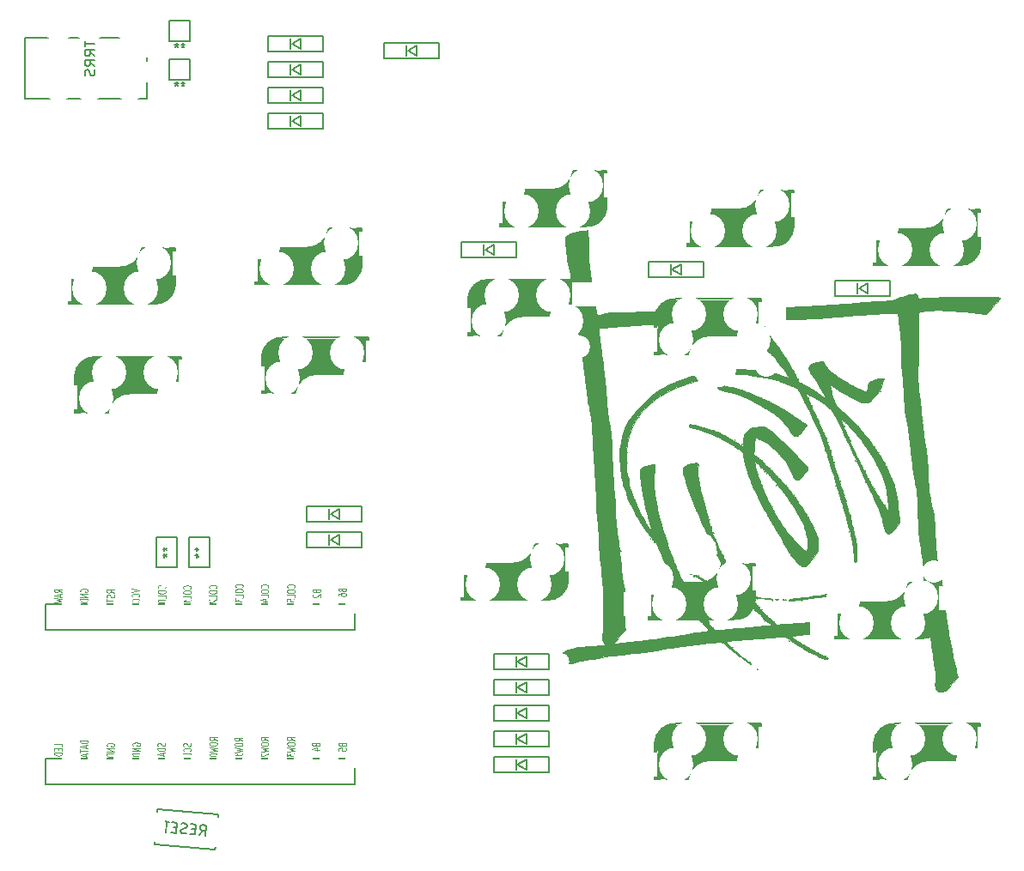
<source format=gbr>
G04 #@! TF.GenerationSoftware,KiCad,Pcbnew,5.0.2+dfsg1-1~bpo9+1*
G04 #@! TF.CreationDate,2019-02-28T23:47:22+09:00*
G04 #@! TF.ProjectId,wabisabi,77616269-7361-4626-992e-6b696361645f,rev?*
G04 #@! TF.SameCoordinates,Original*
G04 #@! TF.FileFunction,Legend,Bot*
G04 #@! TF.FilePolarity,Positive*
%FSLAX46Y46*%
G04 Gerber Fmt 4.6, Leading zero omitted, Abs format (unit mm)*
G04 Created by KiCad (PCBNEW 5.0.2+dfsg1-1~bpo9+1) date 2019年02月28日 23時47分22秒*
%MOMM*%
%LPD*%
G01*
G04 APERTURE LIST*
%ADD10C,0.150000*%
%ADD11C,0.300000*%
%ADD12C,0.800000*%
%ADD13C,3.000000*%
%ADD14C,0.500000*%
%ADD15C,1.000000*%
%ADD16C,3.500000*%
%ADD17C,0.400000*%
%ADD18C,0.010000*%
%ADD19C,0.125000*%
%ADD20C,1.924000*%
%ADD21R,1.700000X1.350000*%
%ADD22R,1.797000X1.797000*%
%ADD23C,1.797000*%
%ADD24C,1.600000*%
%ADD25O,2.900000X2.100000*%
%ADD26R,1.924000X1.924000*%
%ADD27C,2.400000*%
%ADD28R,2.700000X2.400000*%
%ADD29C,2.200000*%
%ADD30C,4.400000*%
%ADD31C,3.400000*%
%ADD32C,5.400000*%
%ADD33C,2.600000*%
G04 APERTURE END LIST*
D10*
G04 #@! TO.C,U1*
X120142000Y-123226400D02*
X89662000Y-123226400D01*
X120142000Y-125766400D02*
X120142000Y-123226400D01*
X89662000Y-125766400D02*
X120142000Y-125766400D01*
X89662000Y-123226400D02*
X89662000Y-125766400D01*
X120142000Y-108006400D02*
X89662000Y-108006400D01*
X120142000Y-110546400D02*
X120142000Y-108006400D01*
X89662000Y-110546400D02*
X120142000Y-110546400D01*
X89662000Y-108006400D02*
X89662000Y-110546400D01*
G04 #@! TO.C,D1*
X113900000Y-60325000D02*
X114800000Y-59825000D01*
X114800000Y-59825000D02*
X114800000Y-60825000D01*
X114800000Y-60825000D02*
X113900000Y-60325000D01*
X113800000Y-59825000D02*
X113800000Y-60825000D01*
X117000000Y-59575000D02*
X111600000Y-59575000D01*
X111600000Y-59575000D02*
X111600000Y-61075000D01*
X111600000Y-61075000D02*
X117000000Y-61075000D01*
X117000000Y-61075000D02*
X117000000Y-59575000D01*
G04 #@! TO.C,D2*
X117710000Y-101600000D02*
X118610000Y-101100000D01*
X118610000Y-101100000D02*
X118610000Y-102100000D01*
X118610000Y-102100000D02*
X117710000Y-101600000D01*
X117610000Y-101100000D02*
X117610000Y-102100000D01*
X120810000Y-100850000D02*
X115410000Y-100850000D01*
X115410000Y-100850000D02*
X115410000Y-102350000D01*
X115410000Y-102350000D02*
X120810000Y-102350000D01*
X120810000Y-102350000D02*
X120810000Y-100850000D01*
G04 #@! TO.C,D3*
X117000000Y-58535000D02*
X117000000Y-57035000D01*
X111600000Y-58535000D02*
X117000000Y-58535000D01*
X111600000Y-57035000D02*
X111600000Y-58535000D01*
X117000000Y-57035000D02*
X111600000Y-57035000D01*
X113800000Y-57285000D02*
X113800000Y-58285000D01*
X114800000Y-58285000D02*
X113900000Y-57785000D01*
X114800000Y-57285000D02*
X114800000Y-58285000D01*
X113900000Y-57785000D02*
X114800000Y-57285000D01*
G04 #@! TO.C,D4*
X120810000Y-99810000D02*
X120810000Y-98310000D01*
X115410000Y-99810000D02*
X120810000Y-99810000D01*
X115410000Y-98310000D02*
X115410000Y-99810000D01*
X120810000Y-98310000D02*
X115410000Y-98310000D01*
X117610000Y-98560000D02*
X117610000Y-99560000D01*
X118610000Y-99560000D02*
X117710000Y-99060000D01*
X118610000Y-98560000D02*
X118610000Y-99560000D01*
X117710000Y-99060000D02*
X118610000Y-98560000D01*
G04 #@! TO.C,D5*
X113900000Y-55245000D02*
X114800000Y-54745000D01*
X114800000Y-54745000D02*
X114800000Y-55745000D01*
X114800000Y-55745000D02*
X113900000Y-55245000D01*
X113800000Y-54745000D02*
X113800000Y-55745000D01*
X117000000Y-54495000D02*
X111600000Y-54495000D01*
X111600000Y-54495000D02*
X111600000Y-55995000D01*
X111600000Y-55995000D02*
X117000000Y-55995000D01*
X117000000Y-55995000D02*
X117000000Y-54495000D01*
G04 #@! TO.C,D6*
X136050000Y-73775000D02*
X136050000Y-72275000D01*
X130650000Y-73775000D02*
X136050000Y-73775000D01*
X130650000Y-72275000D02*
X130650000Y-73775000D01*
X136050000Y-72275000D02*
X130650000Y-72275000D01*
X132850000Y-72525000D02*
X132850000Y-73525000D01*
X133850000Y-73525000D02*
X132950000Y-73025000D01*
X133850000Y-72525000D02*
X133850000Y-73525000D01*
X132950000Y-73025000D02*
X133850000Y-72525000D01*
G04 #@! TO.C,D7*
X136125000Y-113665000D02*
X137025000Y-113165000D01*
X137025000Y-113165000D02*
X137025000Y-114165000D01*
X137025000Y-114165000D02*
X136125000Y-113665000D01*
X136025000Y-113165000D02*
X136025000Y-114165000D01*
X139225000Y-112915000D02*
X133825000Y-112915000D01*
X133825000Y-112915000D02*
X133825000Y-114415000D01*
X133825000Y-114415000D02*
X139225000Y-114415000D01*
X139225000Y-114415000D02*
X139225000Y-112915000D01*
G04 #@! TO.C,D8*
X113900000Y-52705000D02*
X114800000Y-52205000D01*
X114800000Y-52205000D02*
X114800000Y-53205000D01*
X114800000Y-53205000D02*
X113900000Y-52705000D01*
X113800000Y-52205000D02*
X113800000Y-53205000D01*
X117000000Y-51955000D02*
X111600000Y-51955000D01*
X111600000Y-51955000D02*
X111600000Y-53455000D01*
X111600000Y-53455000D02*
X117000000Y-53455000D01*
X117000000Y-53455000D02*
X117000000Y-51955000D01*
G04 #@! TO.C,D9*
X151365000Y-74930000D02*
X152265000Y-74430000D01*
X152265000Y-74430000D02*
X152265000Y-75430000D01*
X152265000Y-75430000D02*
X151365000Y-74930000D01*
X151265000Y-74430000D02*
X151265000Y-75430000D01*
X154465000Y-74180000D02*
X149065000Y-74180000D01*
X149065000Y-74180000D02*
X149065000Y-75680000D01*
X149065000Y-75680000D02*
X154465000Y-75680000D01*
X154465000Y-75680000D02*
X154465000Y-74180000D01*
G04 #@! TO.C,D10*
X136125000Y-116205000D02*
X137025000Y-115705000D01*
X137025000Y-115705000D02*
X137025000Y-116705000D01*
X137025000Y-116705000D02*
X136125000Y-116205000D01*
X136025000Y-115705000D02*
X136025000Y-116705000D01*
X139225000Y-115455000D02*
X133825000Y-115455000D01*
X133825000Y-115455000D02*
X133825000Y-116955000D01*
X133825000Y-116955000D02*
X139225000Y-116955000D01*
X139225000Y-116955000D02*
X139225000Y-115455000D01*
G04 #@! TO.C,D11*
X136125000Y-121285000D02*
X137025000Y-120785000D01*
X137025000Y-120785000D02*
X137025000Y-121785000D01*
X137025000Y-121785000D02*
X136125000Y-121285000D01*
X136025000Y-120785000D02*
X136025000Y-121785000D01*
X139225000Y-120535000D02*
X133825000Y-120535000D01*
X133825000Y-120535000D02*
X133825000Y-122035000D01*
X133825000Y-122035000D02*
X139225000Y-122035000D01*
X139225000Y-122035000D02*
X139225000Y-120535000D01*
G04 #@! TO.C,D12*
X125330000Y-53340000D02*
X126230000Y-52840000D01*
X126230000Y-52840000D02*
X126230000Y-53840000D01*
X126230000Y-53840000D02*
X125330000Y-53340000D01*
X125230000Y-52840000D02*
X125230000Y-53840000D01*
X128430000Y-52590000D02*
X123030000Y-52590000D01*
X123030000Y-52590000D02*
X123030000Y-54090000D01*
X123030000Y-54090000D02*
X128430000Y-54090000D01*
X128430000Y-54090000D02*
X128430000Y-52590000D01*
G04 #@! TO.C,D13*
X172880000Y-77585000D02*
X172880000Y-76085000D01*
X167480000Y-77585000D02*
X172880000Y-77585000D01*
X167480000Y-76085000D02*
X167480000Y-77585000D01*
X172880000Y-76085000D02*
X167480000Y-76085000D01*
X169680000Y-76335000D02*
X169680000Y-77335000D01*
X170680000Y-77335000D02*
X169780000Y-76835000D01*
X170680000Y-76335000D02*
X170680000Y-77335000D01*
X169780000Y-76835000D02*
X170680000Y-76335000D01*
G04 #@! TO.C,D14*
X136125000Y-118745000D02*
X137025000Y-118245000D01*
X137025000Y-118245000D02*
X137025000Y-119245000D01*
X137025000Y-119245000D02*
X136125000Y-118745000D01*
X136025000Y-118245000D02*
X136025000Y-119245000D01*
X139225000Y-117995000D02*
X133825000Y-117995000D01*
X133825000Y-117995000D02*
X133825000Y-119495000D01*
X133825000Y-119495000D02*
X139225000Y-119495000D01*
X139225000Y-119495000D02*
X139225000Y-117995000D01*
G04 #@! TO.C,D15*
X139225000Y-124575000D02*
X139225000Y-123075000D01*
X133825000Y-124575000D02*
X139225000Y-124575000D01*
X133825000Y-123075000D02*
X133825000Y-124575000D01*
X139225000Y-123075000D02*
X133825000Y-123075000D01*
X136025000Y-123325000D02*
X136025000Y-124325000D01*
X137025000Y-124325000D02*
X136125000Y-123825000D01*
X137025000Y-123325000D02*
X137025000Y-124325000D01*
X136125000Y-123825000D02*
X137025000Y-123325000D01*
G04 #@! TO.C,J1*
X99630000Y-58090000D02*
X87630000Y-58090000D01*
X99630000Y-52090000D02*
X99630000Y-58090000D01*
X87630000Y-52090000D02*
X99630000Y-52090000D01*
X87630000Y-58090000D02*
X87630000Y-52090000D01*
G04 #@! TO.C,J2*
X101870000Y-56245000D02*
X101870000Y-54245000D01*
X103870000Y-56245000D02*
X101870000Y-56245000D01*
X103870000Y-54245000D02*
X103870000Y-56245000D01*
X101870000Y-54245000D02*
X103870000Y-54245000D01*
G04 #@! TO.C,J3*
X101870000Y-50435000D02*
X103870000Y-50435000D01*
X103870000Y-50435000D02*
X103870000Y-52435000D01*
X103870000Y-52435000D02*
X101870000Y-52435000D01*
X101870000Y-52435000D02*
X101870000Y-50435000D01*
G04 #@! TO.C,R1*
X102600000Y-101370000D02*
X102600000Y-104370000D01*
X102600000Y-104370000D02*
X100600000Y-104370000D01*
X100600000Y-104370000D02*
X100600000Y-101370000D01*
X100600000Y-101370000D02*
X102600000Y-101370000D01*
G04 #@! TO.C,R2*
X103775000Y-101370000D02*
X105775000Y-101370000D01*
X103775000Y-104370000D02*
X103775000Y-101370000D01*
X105775000Y-104370000D02*
X103775000Y-104370000D01*
X105775000Y-101370000D02*
X105775000Y-104370000D01*
G04 #@! TO.C,SW1*
X100363893Y-131656873D02*
X100385682Y-131407825D01*
X106341062Y-132179808D02*
X100363893Y-131656873D01*
X106362850Y-131930759D02*
X106341062Y-132179808D01*
X106646107Y-128693127D02*
X106624318Y-128942175D01*
X100668938Y-128170192D02*
X106646107Y-128693127D01*
X100647150Y-128419241D02*
X100668938Y-128170192D01*
D11*
G04 #@! TO.C,SW2*
X102320000Y-75555001D02*
X102320000Y-76455000D01*
D12*
X101820000Y-73355000D02*
X101820000Y-75154999D01*
D13*
X100690000Y-76855000D02*
X100690000Y-74615000D01*
D14*
X92220000Y-75055000D02*
X93620000Y-75055000D01*
D15*
X92620000Y-77755000D02*
X92620000Y-75255000D01*
D16*
X93920000Y-76555000D02*
X100620000Y-76555000D01*
D10*
X91920000Y-74755000D02*
X91920000Y-75755000D01*
X91920000Y-75755000D02*
X92120000Y-75755000D01*
X92140000Y-75755000D02*
X92140000Y-78005000D01*
X92120000Y-78005000D02*
X91920000Y-78005000D01*
X102420000Y-75455000D02*
X102220000Y-75455000D01*
X102190000Y-75455000D02*
X102190000Y-73215000D01*
X102220000Y-73215000D02*
X102420000Y-73215000D01*
X102420000Y-72855000D02*
X102420000Y-73215000D01*
X102420000Y-76455000D02*
X102420000Y-75455000D01*
X102420000Y-72855000D02*
X99140000Y-72855000D01*
X96920000Y-74755000D02*
X91920000Y-74755000D01*
X91920000Y-78355000D02*
X100320001Y-78355000D01*
X99136318Y-72876471D02*
G75*
G02X96920000Y-74755000I-2151318J291471D01*
G01*
X102420000Y-76454999D02*
G75*
G02X100320001Y-78355000I-2000000J99999D01*
G01*
X91920000Y-78005000D02*
X91920000Y-78355000D01*
D15*
X99536318Y-73276471D02*
G75*
G02X97320000Y-75155000I-2151318J291471D01*
G01*
D14*
X102220000Y-73055000D02*
X99520000Y-73055000D01*
D17*
X92120000Y-78155000D02*
X93520000Y-78155000D01*
X92120000Y-75655000D02*
X92120000Y-74955000D01*
G04 #@! TO.C,SW3*
X102807500Y-86270000D02*
X102807500Y-86970000D01*
X102807500Y-83770000D02*
X101407500Y-83770000D01*
D14*
X92707500Y-88870000D02*
X95407500Y-88870000D01*
D15*
X95391182Y-88648529D02*
G75*
G02X97607500Y-86770000I2151318J-291471D01*
G01*
D10*
X103007500Y-83920000D02*
X103007500Y-83570000D01*
X92507500Y-85470001D02*
G75*
G02X94607499Y-83570000I2000000J-99999D01*
G01*
X95791182Y-89048529D02*
G75*
G02X98007500Y-87170000I2151318J-291471D01*
G01*
X103007500Y-83570000D02*
X94607499Y-83570000D01*
X98007500Y-87170000D02*
X103007500Y-87170000D01*
X92507500Y-89070000D02*
X95787500Y-89070000D01*
X92507500Y-85470000D02*
X92507500Y-86470000D01*
X92507500Y-89070000D02*
X92507500Y-88710000D01*
X92707500Y-88710000D02*
X92507500Y-88710000D01*
X92737500Y-86470000D02*
X92737500Y-88710000D01*
X92507500Y-86470000D02*
X92707500Y-86470000D01*
X102807500Y-83920000D02*
X103007500Y-83920000D01*
X102787500Y-86170000D02*
X102787500Y-83920000D01*
X103007500Y-86170000D02*
X102807500Y-86170000D01*
X103007500Y-87170000D02*
X103007500Y-86170000D01*
D16*
X101007500Y-85370000D02*
X94307500Y-85370000D01*
D15*
X102307500Y-84170000D02*
X102307500Y-86670000D01*
D14*
X102707500Y-86870000D02*
X101307500Y-86870000D01*
D13*
X94237500Y-85070000D02*
X94237500Y-87310000D01*
D12*
X93107500Y-88570000D02*
X93107500Y-86770001D01*
D11*
X92607500Y-86369999D02*
X92607500Y-85470000D01*
D17*
G04 #@! TO.C,SW4*
X110535000Y-73710000D02*
X110535000Y-73010000D01*
X110535000Y-76210000D02*
X111935000Y-76210000D01*
D14*
X120635000Y-71110000D02*
X117935000Y-71110000D01*
D15*
X117951318Y-71331471D02*
G75*
G02X115735000Y-73210000I-2151318J291471D01*
G01*
D10*
X110335000Y-76060000D02*
X110335000Y-76410000D01*
X120835000Y-74509999D02*
G75*
G02X118735001Y-76410000I-2000000J99999D01*
G01*
X117551318Y-70931471D02*
G75*
G02X115335000Y-72810000I-2151318J291471D01*
G01*
X110335000Y-76410000D02*
X118735001Y-76410000D01*
X115335000Y-72810000D02*
X110335000Y-72810000D01*
X120835000Y-70910000D02*
X117555000Y-70910000D01*
X120835000Y-74510000D02*
X120835000Y-73510000D01*
X120835000Y-70910000D02*
X120835000Y-71270000D01*
X120635000Y-71270000D02*
X120835000Y-71270000D01*
X120605000Y-73510000D02*
X120605000Y-71270000D01*
X120835000Y-73510000D02*
X120635000Y-73510000D01*
X110535000Y-76060000D02*
X110335000Y-76060000D01*
X110555000Y-73810000D02*
X110555000Y-76060000D01*
X110335000Y-73810000D02*
X110535000Y-73810000D01*
X110335000Y-72810000D02*
X110335000Y-73810000D01*
D16*
X112335000Y-74610000D02*
X119035000Y-74610000D01*
D15*
X111035000Y-75810000D02*
X111035000Y-73310000D01*
D14*
X110635000Y-73110000D02*
X112035000Y-73110000D01*
D13*
X119105000Y-74910000D02*
X119105000Y-72670000D01*
D12*
X120235000Y-71410000D02*
X120235000Y-73209999D01*
D11*
X120735000Y-73610001D02*
X120735000Y-74510000D01*
G04 #@! TO.C,SW5*
X111040000Y-84464999D02*
X111040000Y-83565000D01*
D12*
X111540000Y-86665000D02*
X111540000Y-84865001D01*
D13*
X112670000Y-83165000D02*
X112670000Y-85405000D01*
D14*
X121140000Y-84965000D02*
X119740000Y-84965000D01*
D15*
X120740000Y-82265000D02*
X120740000Y-84765000D01*
D16*
X119440000Y-83465000D02*
X112740000Y-83465000D01*
D10*
X121440000Y-85265000D02*
X121440000Y-84265000D01*
X121440000Y-84265000D02*
X121240000Y-84265000D01*
X121220000Y-84265000D02*
X121220000Y-82015000D01*
X121240000Y-82015000D02*
X121440000Y-82015000D01*
X110940000Y-84565000D02*
X111140000Y-84565000D01*
X111170000Y-84565000D02*
X111170000Y-86805000D01*
X111140000Y-86805000D02*
X110940000Y-86805000D01*
X110940000Y-87165000D02*
X110940000Y-86805000D01*
X110940000Y-83565000D02*
X110940000Y-84565000D01*
X110940000Y-87165000D02*
X114220000Y-87165000D01*
X116440000Y-85265000D02*
X121440000Y-85265000D01*
X121440000Y-81665000D02*
X113039999Y-81665000D01*
X114223682Y-87143529D02*
G75*
G02X116440000Y-85265000I2151318J-291471D01*
G01*
X110940000Y-83565001D02*
G75*
G02X113039999Y-81665000I2000000J-99999D01*
G01*
X121440000Y-82015000D02*
X121440000Y-81665000D01*
D15*
X113823682Y-86743529D02*
G75*
G02X116040000Y-84865000I2151318J-291471D01*
G01*
D14*
X111140000Y-86965000D02*
X113840000Y-86965000D01*
D17*
X121240000Y-81865000D02*
X119840000Y-81865000D01*
X121240000Y-84365000D02*
X121240000Y-85065000D01*
D11*
G04 #@! TO.C,SW6*
X144865000Y-67895001D02*
X144865000Y-68795000D01*
D12*
X144365000Y-65695000D02*
X144365000Y-67494999D01*
D13*
X143235000Y-69195000D02*
X143235000Y-66955000D01*
D14*
X134765000Y-67395000D02*
X136165000Y-67395000D01*
D15*
X135165000Y-70095000D02*
X135165000Y-67595000D01*
D16*
X136465000Y-68895000D02*
X143165000Y-68895000D01*
D10*
X134465000Y-67095000D02*
X134465000Y-68095000D01*
X134465000Y-68095000D02*
X134665000Y-68095000D01*
X134685000Y-68095000D02*
X134685000Y-70345000D01*
X134665000Y-70345000D02*
X134465000Y-70345000D01*
X144965000Y-67795000D02*
X144765000Y-67795000D01*
X144735000Y-67795000D02*
X144735000Y-65555000D01*
X144765000Y-65555000D02*
X144965000Y-65555000D01*
X144965000Y-65195000D02*
X144965000Y-65555000D01*
X144965000Y-68795000D02*
X144965000Y-67795000D01*
X144965000Y-65195000D02*
X141685000Y-65195000D01*
X139465000Y-67095000D02*
X134465000Y-67095000D01*
X134465000Y-70695000D02*
X142865001Y-70695000D01*
X141681318Y-65216471D02*
G75*
G02X139465000Y-67095000I-2151318J291471D01*
G01*
X144965000Y-68794999D02*
G75*
G02X142865001Y-70695000I-2000000J99999D01*
G01*
X134465000Y-70345000D02*
X134465000Y-70695000D01*
D15*
X142081318Y-65616471D02*
G75*
G02X139865000Y-67495000I-2151318J291471D01*
G01*
D14*
X144765000Y-65395000D02*
X142065000Y-65395000D01*
D17*
X134665000Y-70495000D02*
X136065000Y-70495000D01*
X134665000Y-67995000D02*
X134665000Y-67295000D01*
G04 #@! TO.C,SW7*
X141560000Y-78650000D02*
X141560000Y-79350000D01*
X141560000Y-76150000D02*
X140160000Y-76150000D01*
D14*
X131460000Y-81250000D02*
X134160000Y-81250000D01*
D15*
X134143682Y-81028529D02*
G75*
G02X136360000Y-79150000I2151318J-291471D01*
G01*
D10*
X141760000Y-76300000D02*
X141760000Y-75950000D01*
X131260000Y-77850001D02*
G75*
G02X133359999Y-75950000I2000000J-99999D01*
G01*
X134543682Y-81428529D02*
G75*
G02X136760000Y-79550000I2151318J-291471D01*
G01*
X141760000Y-75950000D02*
X133359999Y-75950000D01*
X136760000Y-79550000D02*
X141760000Y-79550000D01*
X131260000Y-81450000D02*
X134540000Y-81450000D01*
X131260000Y-77850000D02*
X131260000Y-78850000D01*
X131260000Y-81450000D02*
X131260000Y-81090000D01*
X131460000Y-81090000D02*
X131260000Y-81090000D01*
X131490000Y-78850000D02*
X131490000Y-81090000D01*
X131260000Y-78850000D02*
X131460000Y-78850000D01*
X141560000Y-76300000D02*
X141760000Y-76300000D01*
X141540000Y-78550000D02*
X141540000Y-76300000D01*
X141760000Y-78550000D02*
X141560000Y-78550000D01*
X141760000Y-79550000D02*
X141760000Y-78550000D01*
D16*
X139760000Y-77750000D02*
X133060000Y-77750000D01*
D15*
X141060000Y-76550000D02*
X141060000Y-79050000D01*
D14*
X141460000Y-79250000D02*
X140060000Y-79250000D01*
D13*
X132990000Y-77450000D02*
X132990000Y-79690000D01*
D12*
X131860000Y-80950000D02*
X131860000Y-79150001D01*
D11*
X131360000Y-78749999D02*
X131360000Y-77850000D01*
G04 #@! TO.C,SW8*
X141055000Y-104765001D02*
X141055000Y-105665000D01*
D12*
X140555000Y-102565000D02*
X140555000Y-104364999D01*
D13*
X139425000Y-106065000D02*
X139425000Y-103825000D01*
D14*
X130955000Y-104265000D02*
X132355000Y-104265000D01*
D15*
X131355000Y-106965000D02*
X131355000Y-104465000D01*
D16*
X132655000Y-105765000D02*
X139355000Y-105765000D01*
D10*
X130655000Y-103965000D02*
X130655000Y-104965000D01*
X130655000Y-104965000D02*
X130855000Y-104965000D01*
X130875000Y-104965000D02*
X130875000Y-107215000D01*
X130855000Y-107215000D02*
X130655000Y-107215000D01*
X141155000Y-104665000D02*
X140955000Y-104665000D01*
X140925000Y-104665000D02*
X140925000Y-102425000D01*
X140955000Y-102425000D02*
X141155000Y-102425000D01*
X141155000Y-102065000D02*
X141155000Y-102425000D01*
X141155000Y-105665000D02*
X141155000Y-104665000D01*
X141155000Y-102065000D02*
X137875000Y-102065000D01*
X135655000Y-103965000D02*
X130655000Y-103965000D01*
X130655000Y-107565000D02*
X139055001Y-107565000D01*
X137871318Y-102086471D02*
G75*
G02X135655000Y-103965000I-2151318J291471D01*
G01*
X141155000Y-105664999D02*
G75*
G02X139055001Y-107565000I-2000000J99999D01*
G01*
X130655000Y-107215000D02*
X130655000Y-107565000D01*
D15*
X138271318Y-102486471D02*
G75*
G02X136055000Y-104365000I-2151318J291471D01*
G01*
D14*
X140955000Y-102265000D02*
X138255000Y-102265000D01*
D17*
X130855000Y-107365000D02*
X132255000Y-107365000D01*
X130855000Y-104865000D02*
X130855000Y-104165000D01*
G04 #@! TO.C,SW9*
X153080000Y-69940000D02*
X153080000Y-69240000D01*
X153080000Y-72440000D02*
X154480000Y-72440000D01*
D14*
X163180000Y-67340000D02*
X160480000Y-67340000D01*
D15*
X160496318Y-67561471D02*
G75*
G02X158280000Y-69440000I-2151318J291471D01*
G01*
D10*
X152880000Y-72290000D02*
X152880000Y-72640000D01*
X163380000Y-70739999D02*
G75*
G02X161280001Y-72640000I-2000000J99999D01*
G01*
X160096318Y-67161471D02*
G75*
G02X157880000Y-69040000I-2151318J291471D01*
G01*
X152880000Y-72640000D02*
X161280001Y-72640000D01*
X157880000Y-69040000D02*
X152880000Y-69040000D01*
X163380000Y-67140000D02*
X160100000Y-67140000D01*
X163380000Y-70740000D02*
X163380000Y-69740000D01*
X163380000Y-67140000D02*
X163380000Y-67500000D01*
X163180000Y-67500000D02*
X163380000Y-67500000D01*
X163150000Y-69740000D02*
X163150000Y-67500000D01*
X163380000Y-69740000D02*
X163180000Y-69740000D01*
X153080000Y-72290000D02*
X152880000Y-72290000D01*
X153100000Y-70040000D02*
X153100000Y-72290000D01*
X152880000Y-70040000D02*
X153080000Y-70040000D01*
X152880000Y-69040000D02*
X152880000Y-70040000D01*
D16*
X154880000Y-70840000D02*
X161580000Y-70840000D01*
D15*
X153580000Y-72040000D02*
X153580000Y-69540000D01*
D14*
X153180000Y-69340000D02*
X154580000Y-69340000D01*
D13*
X161650000Y-71140000D02*
X161650000Y-68900000D01*
D12*
X162780000Y-67640000D02*
X162780000Y-69439999D01*
D11*
X163280000Y-69840001D02*
X163280000Y-70740000D01*
G04 #@! TO.C,SW10*
X149775000Y-80654999D02*
X149775000Y-79755000D01*
D12*
X150275000Y-82855000D02*
X150275000Y-81055001D01*
D13*
X151405000Y-79355000D02*
X151405000Y-81595000D01*
D14*
X159875000Y-81155000D02*
X158475000Y-81155000D01*
D15*
X159475000Y-78455000D02*
X159475000Y-80955000D01*
D16*
X158175000Y-79655000D02*
X151475000Y-79655000D01*
D10*
X160175000Y-81455000D02*
X160175000Y-80455000D01*
X160175000Y-80455000D02*
X159975000Y-80455000D01*
X159955000Y-80455000D02*
X159955000Y-78205000D01*
X159975000Y-78205000D02*
X160175000Y-78205000D01*
X149675000Y-80755000D02*
X149875000Y-80755000D01*
X149905000Y-80755000D02*
X149905000Y-82995000D01*
X149875000Y-82995000D02*
X149675000Y-82995000D01*
X149675000Y-83355000D02*
X149675000Y-82995000D01*
X149675000Y-79755000D02*
X149675000Y-80755000D01*
X149675000Y-83355000D02*
X152955000Y-83355000D01*
X155175000Y-81455000D02*
X160175000Y-81455000D01*
X160175000Y-77855000D02*
X151774999Y-77855000D01*
X152958682Y-83333529D02*
G75*
G02X155175000Y-81455000I2151318J-291471D01*
G01*
X149675000Y-79755001D02*
G75*
G02X151774999Y-77855000I2000000J-99999D01*
G01*
X160175000Y-78205000D02*
X160175000Y-77855000D01*
D15*
X152558682Y-82933529D02*
G75*
G02X154775000Y-81055000I2151318J-291471D01*
G01*
D14*
X149875000Y-83155000D02*
X152575000Y-83155000D01*
D17*
X159975000Y-78055000D02*
X158575000Y-78055000D01*
X159975000Y-80555000D02*
X159975000Y-81255000D01*
G04 #@! TO.C,SW11*
X149270000Y-106770000D02*
X149270000Y-106070000D01*
X149270000Y-109270000D02*
X150670000Y-109270000D01*
D14*
X159370000Y-104170000D02*
X156670000Y-104170000D01*
D15*
X156686318Y-104391471D02*
G75*
G02X154470000Y-106270000I-2151318J291471D01*
G01*
D10*
X149070000Y-109120000D02*
X149070000Y-109470000D01*
X159570000Y-107569999D02*
G75*
G02X157470001Y-109470000I-2000000J99999D01*
G01*
X156286318Y-103991471D02*
G75*
G02X154070000Y-105870000I-2151318J291471D01*
G01*
X149070000Y-109470000D02*
X157470001Y-109470000D01*
X154070000Y-105870000D02*
X149070000Y-105870000D01*
X159570000Y-103970000D02*
X156290000Y-103970000D01*
X159570000Y-107570000D02*
X159570000Y-106570000D01*
X159570000Y-103970000D02*
X159570000Y-104330000D01*
X159370000Y-104330000D02*
X159570000Y-104330000D01*
X159340000Y-106570000D02*
X159340000Y-104330000D01*
X159570000Y-106570000D02*
X159370000Y-106570000D01*
X149270000Y-109120000D02*
X149070000Y-109120000D01*
X149290000Y-106870000D02*
X149290000Y-109120000D01*
X149070000Y-106870000D02*
X149270000Y-106870000D01*
X149070000Y-105870000D02*
X149070000Y-106870000D01*
D16*
X151070000Y-107670000D02*
X157770000Y-107670000D01*
D15*
X149770000Y-108870000D02*
X149770000Y-106370000D01*
D14*
X149370000Y-106170000D02*
X150770000Y-106170000D01*
D13*
X157840000Y-107970000D02*
X157840000Y-105730000D01*
D12*
X158970000Y-104470000D02*
X158970000Y-106269999D01*
D11*
X159470000Y-106670001D02*
X159470000Y-107570000D01*
D17*
G04 #@! TO.C,SW12*
X159975000Y-122465000D02*
X159975000Y-123165000D01*
X159975000Y-119965000D02*
X158575000Y-119965000D01*
D14*
X149875000Y-125065000D02*
X152575000Y-125065000D01*
D15*
X152558682Y-124843529D02*
G75*
G02X154775000Y-122965000I2151318J-291471D01*
G01*
D10*
X160175000Y-120115000D02*
X160175000Y-119765000D01*
X149675000Y-121665001D02*
G75*
G02X151774999Y-119765000I2000000J-99999D01*
G01*
X152958682Y-125243529D02*
G75*
G02X155175000Y-123365000I2151318J-291471D01*
G01*
X160175000Y-119765000D02*
X151774999Y-119765000D01*
X155175000Y-123365000D02*
X160175000Y-123365000D01*
X149675000Y-125265000D02*
X152955000Y-125265000D01*
X149675000Y-121665000D02*
X149675000Y-122665000D01*
X149675000Y-125265000D02*
X149675000Y-124905000D01*
X149875000Y-124905000D02*
X149675000Y-124905000D01*
X149905000Y-122665000D02*
X149905000Y-124905000D01*
X149675000Y-122665000D02*
X149875000Y-122665000D01*
X159975000Y-120115000D02*
X160175000Y-120115000D01*
X159955000Y-122365000D02*
X159955000Y-120115000D01*
X160175000Y-122365000D02*
X159975000Y-122365000D01*
X160175000Y-123365000D02*
X160175000Y-122365000D01*
D16*
X158175000Y-121565000D02*
X151475000Y-121565000D01*
D15*
X159475000Y-120365000D02*
X159475000Y-122865000D01*
D14*
X159875000Y-123065000D02*
X158475000Y-123065000D01*
D13*
X151405000Y-121265000D02*
X151405000Y-123505000D01*
D12*
X150275000Y-124765000D02*
X150275000Y-122965001D01*
D11*
X149775000Y-122564999D02*
X149775000Y-121665000D01*
D17*
G04 #@! TO.C,SW13*
X171495000Y-71845000D02*
X171495000Y-71145000D01*
X171495000Y-74345000D02*
X172895000Y-74345000D01*
D14*
X181595000Y-69245000D02*
X178895000Y-69245000D01*
D15*
X178911318Y-69466471D02*
G75*
G02X176695000Y-71345000I-2151318J291471D01*
G01*
D10*
X171295000Y-74195000D02*
X171295000Y-74545000D01*
X181795000Y-72644999D02*
G75*
G02X179695001Y-74545000I-2000000J99999D01*
G01*
X178511318Y-69066471D02*
G75*
G02X176295000Y-70945000I-2151318J291471D01*
G01*
X171295000Y-74545000D02*
X179695001Y-74545000D01*
X176295000Y-70945000D02*
X171295000Y-70945000D01*
X181795000Y-69045000D02*
X178515000Y-69045000D01*
X181795000Y-72645000D02*
X181795000Y-71645000D01*
X181795000Y-69045000D02*
X181795000Y-69405000D01*
X181595000Y-69405000D02*
X181795000Y-69405000D01*
X181565000Y-71645000D02*
X181565000Y-69405000D01*
X181795000Y-71645000D02*
X181595000Y-71645000D01*
X171495000Y-74195000D02*
X171295000Y-74195000D01*
X171515000Y-71945000D02*
X171515000Y-74195000D01*
X171295000Y-71945000D02*
X171495000Y-71945000D01*
X171295000Y-70945000D02*
X171295000Y-71945000D01*
D16*
X173295000Y-72745000D02*
X179995000Y-72745000D01*
D15*
X171995000Y-73945000D02*
X171995000Y-71445000D01*
D14*
X171595000Y-71245000D02*
X172995000Y-71245000D01*
D13*
X180065000Y-73045000D02*
X180065000Y-70805000D01*
D12*
X181195000Y-69545000D02*
X181195000Y-71344999D01*
D11*
X181695000Y-71745001D02*
X181695000Y-72645000D01*
D17*
G04 #@! TO.C,SW15*
X167685000Y-108675000D02*
X167685000Y-107975000D01*
X167685000Y-111175000D02*
X169085000Y-111175000D01*
D14*
X177785000Y-106075000D02*
X175085000Y-106075000D01*
D15*
X175101318Y-106296471D02*
G75*
G02X172885000Y-108175000I-2151318J291471D01*
G01*
D10*
X167485000Y-111025000D02*
X167485000Y-111375000D01*
X177985000Y-109474999D02*
G75*
G02X175885001Y-111375000I-2000000J99999D01*
G01*
X174701318Y-105896471D02*
G75*
G02X172485000Y-107775000I-2151318J291471D01*
G01*
X167485000Y-111375000D02*
X175885001Y-111375000D01*
X172485000Y-107775000D02*
X167485000Y-107775000D01*
X177985000Y-105875000D02*
X174705000Y-105875000D01*
X177985000Y-109475000D02*
X177985000Y-108475000D01*
X177985000Y-105875000D02*
X177985000Y-106235000D01*
X177785000Y-106235000D02*
X177985000Y-106235000D01*
X177755000Y-108475000D02*
X177755000Y-106235000D01*
X177985000Y-108475000D02*
X177785000Y-108475000D01*
X167685000Y-111025000D02*
X167485000Y-111025000D01*
X167705000Y-108775000D02*
X167705000Y-111025000D01*
X167485000Y-108775000D02*
X167685000Y-108775000D01*
X167485000Y-107775000D02*
X167485000Y-108775000D01*
D16*
X169485000Y-109575000D02*
X176185000Y-109575000D01*
D15*
X168185000Y-110775000D02*
X168185000Y-108275000D01*
D14*
X167785000Y-108075000D02*
X169185000Y-108075000D01*
D13*
X176255000Y-109875000D02*
X176255000Y-107635000D01*
D12*
X177385000Y-106375000D02*
X177385000Y-108174999D01*
D11*
X177885000Y-108575001D02*
X177885000Y-109475000D01*
D17*
G04 #@! TO.C,SW16*
X181565000Y-122465000D02*
X181565000Y-123165000D01*
X181565000Y-119965000D02*
X180165000Y-119965000D01*
D14*
X171465000Y-125065000D02*
X174165000Y-125065000D01*
D15*
X174148682Y-124843529D02*
G75*
G02X176365000Y-122965000I2151318J-291471D01*
G01*
D10*
X181765000Y-120115000D02*
X181765000Y-119765000D01*
X171265000Y-121665001D02*
G75*
G02X173364999Y-119765000I2000000J-99999D01*
G01*
X174548682Y-125243529D02*
G75*
G02X176765000Y-123365000I2151318J-291471D01*
G01*
X181765000Y-119765000D02*
X173364999Y-119765000D01*
X176765000Y-123365000D02*
X181765000Y-123365000D01*
X171265000Y-125265000D02*
X174545000Y-125265000D01*
X171265000Y-121665000D02*
X171265000Y-122665000D01*
X171265000Y-125265000D02*
X171265000Y-124905000D01*
X171465000Y-124905000D02*
X171265000Y-124905000D01*
X171495000Y-122665000D02*
X171495000Y-124905000D01*
X171265000Y-122665000D02*
X171465000Y-122665000D01*
X181565000Y-120115000D02*
X181765000Y-120115000D01*
X181545000Y-122365000D02*
X181545000Y-120115000D01*
X181765000Y-122365000D02*
X181565000Y-122365000D01*
X181765000Y-123365000D02*
X181765000Y-122365000D01*
D16*
X179765000Y-121565000D02*
X173065000Y-121565000D01*
D15*
X181065000Y-120365000D02*
X181065000Y-122865000D01*
D14*
X181465000Y-123065000D02*
X180065000Y-123065000D01*
D13*
X172995000Y-121265000D02*
X172995000Y-123505000D01*
D12*
X171865000Y-124765000D02*
X171865000Y-122965001D01*
D11*
X171365000Y-122564999D02*
X171365000Y-121665000D01*
D18*
G04 #@! TO.C,G\002A\002A\002A*
G36*
X160062334Y-94454133D02*
X160069307Y-94484333D01*
X160096200Y-94488000D01*
X160138015Y-94469413D01*
X160130067Y-94454133D01*
X160069779Y-94448053D01*
X160062334Y-94454133D01*
X160062334Y-94454133D01*
G37*
X160062334Y-94454133D02*
X160069307Y-94484333D01*
X160096200Y-94488000D01*
X160138015Y-94469413D01*
X160130067Y-94454133D01*
X160069779Y-94448053D01*
X160062334Y-94454133D01*
G36*
X160451800Y-94869000D02*
X160477200Y-94894400D01*
X160502600Y-94869000D01*
X160477200Y-94843600D01*
X160451800Y-94869000D01*
X160451800Y-94869000D01*
G37*
X160451800Y-94869000D02*
X160477200Y-94894400D01*
X160502600Y-94869000D01*
X160477200Y-94843600D01*
X160451800Y-94869000D01*
G36*
X160655000Y-95072200D02*
X160680400Y-95097600D01*
X160705800Y-95072200D01*
X160680400Y-95046800D01*
X160655000Y-95072200D01*
X160655000Y-95072200D01*
G37*
X160655000Y-95072200D02*
X160680400Y-95097600D01*
X160705800Y-95072200D01*
X160680400Y-95046800D01*
X160655000Y-95072200D01*
G36*
X161620200Y-96240600D02*
X161645600Y-96266000D01*
X161671000Y-96240600D01*
X161645600Y-96215200D01*
X161620200Y-96240600D01*
X161620200Y-96240600D01*
G37*
X161620200Y-96240600D02*
X161645600Y-96266000D01*
X161671000Y-96240600D01*
X161645600Y-96215200D01*
X161620200Y-96240600D01*
G36*
X161213800Y-98323400D02*
X161239200Y-98348800D01*
X161264600Y-98323400D01*
X161239200Y-98298000D01*
X161213800Y-98323400D01*
X161213800Y-98323400D01*
G37*
X161213800Y-98323400D02*
X161239200Y-98348800D01*
X161264600Y-98323400D01*
X161239200Y-98298000D01*
X161213800Y-98323400D01*
G36*
X168325800Y-90398600D02*
X168351200Y-90424000D01*
X168376600Y-90398600D01*
X168351200Y-90373200D01*
X168325800Y-90398600D01*
X168325800Y-90398600D01*
G37*
X168325800Y-90398600D02*
X168351200Y-90424000D01*
X168376600Y-90398600D01*
X168351200Y-90373200D01*
X168325800Y-90398600D01*
G36*
X168935400Y-91821000D02*
X168960800Y-91846400D01*
X168986200Y-91821000D01*
X168960800Y-91795600D01*
X168935400Y-91821000D01*
X168935400Y-91821000D01*
G37*
X168935400Y-91821000D02*
X168960800Y-91846400D01*
X168986200Y-91821000D01*
X168960800Y-91795600D01*
X168935400Y-91821000D01*
G36*
X170357800Y-94818200D02*
X170383200Y-94843600D01*
X170408600Y-94818200D01*
X170383200Y-94792800D01*
X170357800Y-94818200D01*
X170357800Y-94818200D01*
G37*
X170357800Y-94818200D02*
X170383200Y-94843600D01*
X170408600Y-94818200D01*
X170383200Y-94792800D01*
X170357800Y-94818200D01*
G36*
X171272200Y-96545400D02*
X171297600Y-96570800D01*
X171323000Y-96545400D01*
X171297600Y-96520000D01*
X171272200Y-96545400D01*
X171272200Y-96545400D01*
G37*
X171272200Y-96545400D02*
X171297600Y-96570800D01*
X171323000Y-96545400D01*
X171297600Y-96520000D01*
X171272200Y-96545400D01*
G36*
X151722050Y-103906549D02*
X151667513Y-103957699D01*
X151678701Y-103987105D01*
X151685802Y-103987600D01*
X151728770Y-103951517D01*
X151744451Y-103928950D01*
X151750439Y-103894188D01*
X151722050Y-103906549D01*
X151722050Y-103906549D01*
G37*
X151722050Y-103906549D02*
X151667513Y-103957699D01*
X151678701Y-103987105D01*
X151685802Y-103987600D01*
X151728770Y-103951517D01*
X151744451Y-103928950D01*
X151750439Y-103894188D01*
X151722050Y-103906549D01*
G36*
X152120600Y-104216200D02*
X152146000Y-104241600D01*
X152171400Y-104216200D01*
X152146000Y-104190800D01*
X152120600Y-104216200D01*
X152120600Y-104216200D01*
G37*
X152120600Y-104216200D02*
X152146000Y-104241600D01*
X152171400Y-104216200D01*
X152146000Y-104190800D01*
X152120600Y-104216200D01*
G36*
X152527000Y-104571800D02*
X152552400Y-104597200D01*
X152577800Y-104571800D01*
X152552400Y-104546400D01*
X152527000Y-104571800D01*
X152527000Y-104571800D01*
G37*
X152527000Y-104571800D02*
X152552400Y-104597200D01*
X152577800Y-104571800D01*
X152552400Y-104546400D01*
X152527000Y-104571800D01*
G36*
X152984200Y-104825800D02*
X153009600Y-104851200D01*
X153035000Y-104825800D01*
X153009600Y-104800400D01*
X152984200Y-104825800D01*
X152984200Y-104825800D01*
G37*
X152984200Y-104825800D02*
X153009600Y-104851200D01*
X153035000Y-104825800D01*
X153009600Y-104800400D01*
X152984200Y-104825800D01*
G36*
X153136600Y-104978200D02*
X153162000Y-105003600D01*
X153187400Y-104978200D01*
X153162000Y-104952800D01*
X153136600Y-104978200D01*
X153136600Y-104978200D01*
G37*
X153136600Y-104978200D02*
X153162000Y-105003600D01*
X153187400Y-104978200D01*
X153162000Y-104952800D01*
X153136600Y-104978200D01*
G36*
X153509134Y-105172933D02*
X153503054Y-105233221D01*
X153509134Y-105240666D01*
X153539334Y-105233693D01*
X153543000Y-105206800D01*
X153524414Y-105164985D01*
X153509134Y-105172933D01*
X153509134Y-105172933D01*
G37*
X153509134Y-105172933D02*
X153503054Y-105233221D01*
X153509134Y-105240666D01*
X153539334Y-105233693D01*
X153543000Y-105206800D01*
X153524414Y-105164985D01*
X153509134Y-105172933D01*
G36*
X154914600Y-105994200D02*
X154940000Y-106019600D01*
X154965400Y-105994200D01*
X154940000Y-105968800D01*
X154914600Y-105994200D01*
X154914600Y-105994200D01*
G37*
X154914600Y-105994200D02*
X154940000Y-106019600D01*
X154965400Y-105994200D01*
X154940000Y-105968800D01*
X154914600Y-105994200D01*
G36*
X153035000Y-106705400D02*
X153060400Y-106730800D01*
X153085800Y-106705400D01*
X153060400Y-106680000D01*
X153035000Y-106705400D01*
X153035000Y-106705400D01*
G37*
X153035000Y-106705400D02*
X153060400Y-106730800D01*
X153085800Y-106705400D01*
X153060400Y-106680000D01*
X153035000Y-106705400D01*
G36*
X160451800Y-109499400D02*
X160477200Y-109524800D01*
X160502600Y-109499400D01*
X160477200Y-109474000D01*
X160451800Y-109499400D01*
X160451800Y-109499400D01*
G37*
X160451800Y-109499400D02*
X160477200Y-109524800D01*
X160502600Y-109499400D01*
X160477200Y-109474000D01*
X160451800Y-109499400D01*
G36*
X154863800Y-109550200D02*
X154889200Y-109575600D01*
X154914600Y-109550200D01*
X154889200Y-109524800D01*
X154863800Y-109550200D01*
X154863800Y-109550200D01*
G37*
X154863800Y-109550200D02*
X154889200Y-109575600D01*
X154914600Y-109550200D01*
X154889200Y-109524800D01*
X154863800Y-109550200D01*
G36*
X160502600Y-109601000D02*
X160528000Y-109626400D01*
X160553400Y-109601000D01*
X160528000Y-109575600D01*
X160502600Y-109601000D01*
X160502600Y-109601000D01*
G37*
X160502600Y-109601000D02*
X160528000Y-109626400D01*
X160553400Y-109601000D01*
X160528000Y-109575600D01*
X160502600Y-109601000D01*
G36*
X155388734Y-110252933D02*
X155395707Y-110283133D01*
X155422600Y-110286800D01*
X155464415Y-110268213D01*
X155456467Y-110252933D01*
X155396179Y-110246853D01*
X155388734Y-110252933D01*
X155388734Y-110252933D01*
G37*
X155388734Y-110252933D02*
X155395707Y-110283133D01*
X155422600Y-110286800D01*
X155464415Y-110268213D01*
X155456467Y-110252933D01*
X155396179Y-110246853D01*
X155388734Y-110252933D01*
G36*
X163516734Y-85259333D02*
X163523707Y-85289533D01*
X163550600Y-85293200D01*
X163592415Y-85274613D01*
X163584467Y-85259333D01*
X163524179Y-85253253D01*
X163516734Y-85259333D01*
X163516734Y-85259333D01*
G37*
X163516734Y-85259333D02*
X163523707Y-85289533D01*
X163550600Y-85293200D01*
X163592415Y-85274613D01*
X163584467Y-85259333D01*
X163524179Y-85253253D01*
X163516734Y-85259333D01*
G36*
X171881800Y-86944200D02*
X171907200Y-86969600D01*
X171932600Y-86944200D01*
X171907200Y-86918800D01*
X171881800Y-86944200D01*
X171881800Y-86944200D01*
G37*
X171881800Y-86944200D02*
X171907200Y-86969600D01*
X171932600Y-86944200D01*
X171907200Y-86918800D01*
X171881800Y-86944200D01*
G36*
X164769800Y-87553800D02*
X164795200Y-87579200D01*
X164820600Y-87553800D01*
X164795200Y-87528400D01*
X164769800Y-87553800D01*
X164769800Y-87553800D01*
G37*
X164769800Y-87553800D02*
X164795200Y-87579200D01*
X164820600Y-87553800D01*
X164795200Y-87528400D01*
X164769800Y-87553800D01*
G36*
X164769800Y-87655400D02*
X164795200Y-87680800D01*
X164820600Y-87655400D01*
X164795200Y-87630000D01*
X164769800Y-87655400D01*
X164769800Y-87655400D01*
G37*
X164769800Y-87655400D02*
X164795200Y-87680800D01*
X164820600Y-87655400D01*
X164795200Y-87630000D01*
X164769800Y-87655400D01*
G36*
X165125400Y-88366600D02*
X165150800Y-88392000D01*
X165176200Y-88366600D01*
X165150800Y-88341200D01*
X165125400Y-88366600D01*
X165125400Y-88366600D01*
G37*
X165125400Y-88366600D02*
X165150800Y-88392000D01*
X165176200Y-88366600D01*
X165150800Y-88341200D01*
X165125400Y-88366600D01*
G36*
X148056600Y-89484200D02*
X148082000Y-89509600D01*
X148107400Y-89484200D01*
X148082000Y-89458800D01*
X148056600Y-89484200D01*
X148056600Y-89484200D01*
G37*
X148056600Y-89484200D02*
X148082000Y-89509600D01*
X148107400Y-89484200D01*
X148082000Y-89458800D01*
X148056600Y-89484200D01*
G36*
X156045953Y-86422814D02*
X155913808Y-86462410D01*
X155860120Y-86534914D01*
X155865971Y-86617404D01*
X155946941Y-86727728D01*
X156128318Y-86823880D01*
X156409888Y-86905766D01*
X156616400Y-86946239D01*
X157145312Y-87057343D01*
X157668222Y-87205075D01*
X158012883Y-87326788D01*
X158252234Y-87425733D01*
X158524942Y-87547559D01*
X158817365Y-87685173D01*
X159115865Y-87831484D01*
X159406800Y-87979399D01*
X159676531Y-88121825D01*
X159911417Y-88251672D01*
X160097819Y-88361846D01*
X160222095Y-88445255D01*
X160270606Y-88494808D01*
X160269858Y-88500302D01*
X160281974Y-88523890D01*
X160314023Y-88516106D01*
X160400655Y-88527926D01*
X160449882Y-88567488D01*
X160527830Y-88632850D01*
X160567982Y-88646000D01*
X160647868Y-88676051D01*
X160789767Y-88758180D01*
X160976879Y-88880347D01*
X161192404Y-89030512D01*
X161419542Y-89196635D01*
X161641494Y-89366677D01*
X161841457Y-89528599D01*
X162002634Y-89670361D01*
X162018962Y-89685820D01*
X162291255Y-89965264D01*
X162576964Y-90290881D01*
X162849641Y-90630509D01*
X163082833Y-90951989D01*
X163169235Y-91084400D01*
X163260330Y-91221124D01*
X163337540Y-91321001D01*
X163367695Y-91350322D01*
X163490007Y-91385356D01*
X163651705Y-91379062D01*
X163801258Y-91335463D01*
X163839292Y-91313485D01*
X163921229Y-91235819D01*
X164036640Y-91101537D01*
X164162041Y-90938154D01*
X164175295Y-90919785D01*
X164305666Y-90746038D01*
X164433205Y-90589528D01*
X164531449Y-90482647D01*
X164535700Y-90478644D01*
X164638768Y-90364987D01*
X164653827Y-90279483D01*
X164577805Y-90198093D01*
X164493010Y-90144600D01*
X164400071Y-90086933D01*
X164237756Y-89982343D01*
X164020991Y-89840610D01*
X163764704Y-89671516D01*
X163483821Y-89484841D01*
X163362847Y-89404044D01*
X163027712Y-89180445D01*
X162758405Y-89002608D01*
X162536696Y-88859224D01*
X162344356Y-88738984D01*
X162163155Y-88630580D01*
X161974865Y-88522704D01*
X161761255Y-88404046D01*
X161671000Y-88354515D01*
X161473094Y-88248104D01*
X161250651Y-88131644D01*
X161022596Y-88014650D01*
X160807855Y-87906638D01*
X160625356Y-87817122D01*
X160494025Y-87755619D01*
X160432787Y-87731644D01*
X160432012Y-87731600D01*
X160372635Y-87711338D01*
X160248457Y-87658161D01*
X160086100Y-87583479D01*
X160082432Y-87581743D01*
X159860717Y-87481983D01*
X159605104Y-87374538D01*
X159410400Y-87297827D01*
X159211709Y-87221807D01*
X159030027Y-87150391D01*
X158904085Y-87098807D01*
X158902400Y-87098082D01*
X158749540Y-87038581D01*
X158572756Y-86978056D01*
X158546800Y-86969937D01*
X158384709Y-86910762D01*
X158244911Y-86844726D01*
X158224893Y-86832879D01*
X158130280Y-86786628D01*
X158080600Y-86783867D01*
X158021342Y-86784581D01*
X157904235Y-86755339D01*
X157858813Y-86740228D01*
X157610856Y-86662833D01*
X157316498Y-86586420D01*
X157004806Y-86517002D01*
X156704845Y-86460596D01*
X156445684Y-86423216D01*
X156266894Y-86410800D01*
X156045953Y-86422814D01*
X156045953Y-86422814D01*
G37*
X156045953Y-86422814D02*
X155913808Y-86462410D01*
X155860120Y-86534914D01*
X155865971Y-86617404D01*
X155946941Y-86727728D01*
X156128318Y-86823880D01*
X156409888Y-86905766D01*
X156616400Y-86946239D01*
X157145312Y-87057343D01*
X157668222Y-87205075D01*
X158012883Y-87326788D01*
X158252234Y-87425733D01*
X158524942Y-87547559D01*
X158817365Y-87685173D01*
X159115865Y-87831484D01*
X159406800Y-87979399D01*
X159676531Y-88121825D01*
X159911417Y-88251672D01*
X160097819Y-88361846D01*
X160222095Y-88445255D01*
X160270606Y-88494808D01*
X160269858Y-88500302D01*
X160281974Y-88523890D01*
X160314023Y-88516106D01*
X160400655Y-88527926D01*
X160449882Y-88567488D01*
X160527830Y-88632850D01*
X160567982Y-88646000D01*
X160647868Y-88676051D01*
X160789767Y-88758180D01*
X160976879Y-88880347D01*
X161192404Y-89030512D01*
X161419542Y-89196635D01*
X161641494Y-89366677D01*
X161841457Y-89528599D01*
X162002634Y-89670361D01*
X162018962Y-89685820D01*
X162291255Y-89965264D01*
X162576964Y-90290881D01*
X162849641Y-90630509D01*
X163082833Y-90951989D01*
X163169235Y-91084400D01*
X163260330Y-91221124D01*
X163337540Y-91321001D01*
X163367695Y-91350322D01*
X163490007Y-91385356D01*
X163651705Y-91379062D01*
X163801258Y-91335463D01*
X163839292Y-91313485D01*
X163921229Y-91235819D01*
X164036640Y-91101537D01*
X164162041Y-90938154D01*
X164175295Y-90919785D01*
X164305666Y-90746038D01*
X164433205Y-90589528D01*
X164531449Y-90482647D01*
X164535700Y-90478644D01*
X164638768Y-90364987D01*
X164653827Y-90279483D01*
X164577805Y-90198093D01*
X164493010Y-90144600D01*
X164400071Y-90086933D01*
X164237756Y-89982343D01*
X164020991Y-89840610D01*
X163764704Y-89671516D01*
X163483821Y-89484841D01*
X163362847Y-89404044D01*
X163027712Y-89180445D01*
X162758405Y-89002608D01*
X162536696Y-88859224D01*
X162344356Y-88738984D01*
X162163155Y-88630580D01*
X161974865Y-88522704D01*
X161761255Y-88404046D01*
X161671000Y-88354515D01*
X161473094Y-88248104D01*
X161250651Y-88131644D01*
X161022596Y-88014650D01*
X160807855Y-87906638D01*
X160625356Y-87817122D01*
X160494025Y-87755619D01*
X160432787Y-87731644D01*
X160432012Y-87731600D01*
X160372635Y-87711338D01*
X160248457Y-87658161D01*
X160086100Y-87583479D01*
X160082432Y-87581743D01*
X159860717Y-87481983D01*
X159605104Y-87374538D01*
X159410400Y-87297827D01*
X159211709Y-87221807D01*
X159030027Y-87150391D01*
X158904085Y-87098807D01*
X158902400Y-87098082D01*
X158749540Y-87038581D01*
X158572756Y-86978056D01*
X158546800Y-86969937D01*
X158384709Y-86910762D01*
X158244911Y-86844726D01*
X158224893Y-86832879D01*
X158130280Y-86786628D01*
X158080600Y-86783867D01*
X158021342Y-86784581D01*
X157904235Y-86755339D01*
X157858813Y-86740228D01*
X157610856Y-86662833D01*
X157316498Y-86586420D01*
X157004806Y-86517002D01*
X156704845Y-86460596D01*
X156445684Y-86423216D01*
X156266894Y-86410800D01*
X156045953Y-86422814D01*
G36*
X156235400Y-91719400D02*
X156260800Y-91744800D01*
X156286200Y-91719400D01*
X156260800Y-91694000D01*
X156235400Y-91719400D01*
X156235400Y-91719400D01*
G37*
X156235400Y-91719400D02*
X156260800Y-91744800D01*
X156286200Y-91719400D01*
X156260800Y-91694000D01*
X156235400Y-91719400D01*
G36*
X157505400Y-91770200D02*
X157530800Y-91795600D01*
X157556200Y-91770200D01*
X157530800Y-91744800D01*
X157505400Y-91770200D01*
X157505400Y-91770200D01*
G37*
X157505400Y-91770200D02*
X157530800Y-91795600D01*
X157556200Y-91770200D01*
X157530800Y-91744800D01*
X157505400Y-91770200D01*
G36*
X166700200Y-91973400D02*
X166725600Y-91998800D01*
X166751000Y-91973400D01*
X166725600Y-91948000D01*
X166700200Y-91973400D01*
X166700200Y-91973400D01*
G37*
X166700200Y-91973400D02*
X166725600Y-91998800D01*
X166751000Y-91973400D01*
X166725600Y-91948000D01*
X166700200Y-91973400D01*
G36*
X158216600Y-92176600D02*
X158242000Y-92202000D01*
X158267400Y-92176600D01*
X158242000Y-92151200D01*
X158216600Y-92176600D01*
X158216600Y-92176600D01*
G37*
X158216600Y-92176600D02*
X158242000Y-92202000D01*
X158267400Y-92176600D01*
X158242000Y-92151200D01*
X158216600Y-92176600D01*
G36*
X157505400Y-92430600D02*
X157530800Y-92456000D01*
X157556200Y-92430600D01*
X157530800Y-92405200D01*
X157505400Y-92430600D01*
X157505400Y-92430600D01*
G37*
X157505400Y-92430600D02*
X157530800Y-92456000D01*
X157556200Y-92430600D01*
X157530800Y-92405200D01*
X157505400Y-92430600D01*
G36*
X166395400Y-92786200D02*
X166420800Y-92811600D01*
X166446200Y-92786200D01*
X166420800Y-92760800D01*
X166395400Y-92786200D01*
X166395400Y-92786200D01*
G37*
X166395400Y-92786200D02*
X166420800Y-92811600D01*
X166446200Y-92786200D01*
X166420800Y-92760800D01*
X166395400Y-92786200D01*
G36*
X146888200Y-92989400D02*
X146913600Y-93014800D01*
X146939000Y-92989400D01*
X146913600Y-92964000D01*
X146888200Y-92989400D01*
X146888200Y-92989400D01*
G37*
X146888200Y-92989400D02*
X146913600Y-93014800D01*
X146939000Y-92989400D01*
X146913600Y-92964000D01*
X146888200Y-92989400D01*
G36*
X171678600Y-92989400D02*
X171704000Y-93014800D01*
X171729400Y-92989400D01*
X171704000Y-92964000D01*
X171678600Y-92989400D01*
X171678600Y-92989400D01*
G37*
X171678600Y-92989400D02*
X171704000Y-93014800D01*
X171729400Y-92989400D01*
X171704000Y-92964000D01*
X171678600Y-92989400D01*
G36*
X167157400Y-93395800D02*
X167182800Y-93421200D01*
X167208200Y-93395800D01*
X167182800Y-93370400D01*
X167157400Y-93395800D01*
X167157400Y-93395800D01*
G37*
X167157400Y-93395800D02*
X167182800Y-93421200D01*
X167208200Y-93395800D01*
X167182800Y-93370400D01*
X167157400Y-93395800D01*
G36*
X169392600Y-93802200D02*
X169418000Y-93827600D01*
X169443400Y-93802200D01*
X169418000Y-93776800D01*
X169392600Y-93802200D01*
X169392600Y-93802200D01*
G37*
X169392600Y-93802200D02*
X169418000Y-93827600D01*
X169443400Y-93802200D01*
X169418000Y-93776800D01*
X169392600Y-93802200D01*
G36*
X146888200Y-94005400D02*
X146913600Y-94030800D01*
X146939000Y-94005400D01*
X146913600Y-93980000D01*
X146888200Y-94005400D01*
X146888200Y-94005400D01*
G37*
X146888200Y-94005400D02*
X146913600Y-94030800D01*
X146939000Y-94005400D01*
X146913600Y-93980000D01*
X146888200Y-94005400D01*
G36*
X167310383Y-93968503D02*
X167309800Y-93980000D01*
X167348853Y-94028847D01*
X167363599Y-94030800D01*
X167393938Y-93999678D01*
X167386000Y-93980000D01*
X167340351Y-93931537D01*
X167332202Y-93929200D01*
X167310383Y-93968503D01*
X167310383Y-93968503D01*
G37*
X167310383Y-93968503D02*
X167309800Y-93980000D01*
X167348853Y-94028847D01*
X167363599Y-94030800D01*
X167393938Y-93999678D01*
X167386000Y-93980000D01*
X167340351Y-93931537D01*
X167332202Y-93929200D01*
X167310383Y-93968503D01*
G36*
X147091400Y-95580200D02*
X147116800Y-95605600D01*
X147142200Y-95580200D01*
X147116800Y-95554800D01*
X147091400Y-95580200D01*
X147091400Y-95580200D01*
G37*
X147091400Y-95580200D02*
X147116800Y-95605600D01*
X147142200Y-95580200D01*
X147116800Y-95554800D01*
X147091400Y-95580200D01*
G36*
X167919400Y-95834200D02*
X167944800Y-95859600D01*
X167970200Y-95834200D01*
X167944800Y-95808800D01*
X167919400Y-95834200D01*
X167919400Y-95834200D01*
G37*
X167919400Y-95834200D02*
X167944800Y-95859600D01*
X167970200Y-95834200D01*
X167944800Y-95808800D01*
X167919400Y-95834200D01*
G36*
X170408600Y-95885000D02*
X170434000Y-95910400D01*
X170459400Y-95885000D01*
X170434000Y-95859600D01*
X170408600Y-95885000D01*
X170408600Y-95885000D01*
G37*
X170408600Y-95885000D02*
X170434000Y-95910400D01*
X170459400Y-95885000D01*
X170434000Y-95859600D01*
X170408600Y-95885000D01*
G36*
X162585400Y-96189800D02*
X162610800Y-96215200D01*
X162636200Y-96189800D01*
X162610800Y-96164400D01*
X162585400Y-96189800D01*
X162585400Y-96189800D01*
G37*
X162585400Y-96189800D02*
X162610800Y-96215200D01*
X162636200Y-96189800D01*
X162610800Y-96164400D01*
X162585400Y-96189800D01*
G36*
X167411400Y-96291400D02*
X167436800Y-96316800D01*
X167462200Y-96291400D01*
X167436800Y-96266000D01*
X167411400Y-96291400D01*
X167411400Y-96291400D01*
G37*
X167411400Y-96291400D02*
X167436800Y-96316800D01*
X167462200Y-96291400D01*
X167436800Y-96266000D01*
X167411400Y-96291400D01*
G36*
X163347400Y-97155000D02*
X163372800Y-97180400D01*
X163398200Y-97155000D01*
X163372800Y-97129600D01*
X163347400Y-97155000D01*
X163347400Y-97155000D01*
G37*
X163347400Y-97155000D02*
X163372800Y-97180400D01*
X163398200Y-97155000D01*
X163372800Y-97129600D01*
X163347400Y-97155000D01*
G36*
X168325800Y-97205800D02*
X168351200Y-97231200D01*
X168376600Y-97205800D01*
X168351200Y-97180400D01*
X168325800Y-97205800D01*
X168325800Y-97205800D01*
G37*
X168325800Y-97205800D02*
X168351200Y-97231200D01*
X168376600Y-97205800D01*
X168351200Y-97180400D01*
X168325800Y-97205800D01*
G36*
X168529000Y-97764600D02*
X168554400Y-97790000D01*
X168579800Y-97764600D01*
X168554400Y-97739200D01*
X168529000Y-97764600D01*
X168529000Y-97764600D01*
G37*
X168529000Y-97764600D02*
X168554400Y-97790000D01*
X168579800Y-97764600D01*
X168554400Y-97739200D01*
X168529000Y-97764600D01*
G36*
X168935400Y-99136200D02*
X168886938Y-99181849D01*
X168884600Y-99189998D01*
X168923904Y-99211817D01*
X168935400Y-99212400D01*
X168984248Y-99173347D01*
X168986200Y-99158601D01*
X168955079Y-99128262D01*
X168935400Y-99136200D01*
X168935400Y-99136200D01*
G37*
X168935400Y-99136200D02*
X168886938Y-99181849D01*
X168884600Y-99189998D01*
X168923904Y-99211817D01*
X168935400Y-99212400D01*
X168984248Y-99173347D01*
X168986200Y-99158601D01*
X168955079Y-99128262D01*
X168935400Y-99136200D01*
G36*
X155016200Y-99593400D02*
X155041600Y-99618800D01*
X155067000Y-99593400D01*
X155041600Y-99568000D01*
X155016200Y-99593400D01*
X155016200Y-99593400D01*
G37*
X155016200Y-99593400D02*
X155041600Y-99618800D01*
X155067000Y-99593400D01*
X155041600Y-99568000D01*
X155016200Y-99593400D01*
G36*
X155219400Y-100304600D02*
X155244800Y-100330000D01*
X155270200Y-100304600D01*
X155244800Y-100279200D01*
X155219400Y-100304600D01*
X155219400Y-100304600D01*
G37*
X155219400Y-100304600D02*
X155244800Y-100330000D01*
X155270200Y-100304600D01*
X155244800Y-100279200D01*
X155219400Y-100304600D01*
G36*
X168783000Y-100812600D02*
X168808400Y-100838000D01*
X168833800Y-100812600D01*
X168808400Y-100787200D01*
X168783000Y-100812600D01*
X168783000Y-100812600D01*
G37*
X168783000Y-100812600D02*
X168808400Y-100838000D01*
X168833800Y-100812600D01*
X168808400Y-100787200D01*
X168783000Y-100812600D01*
G36*
X155422600Y-100914200D02*
X155448000Y-100939600D01*
X155473400Y-100914200D01*
X155448000Y-100888800D01*
X155422600Y-100914200D01*
X155422600Y-100914200D01*
G37*
X155422600Y-100914200D02*
X155448000Y-100939600D01*
X155473400Y-100914200D01*
X155448000Y-100888800D01*
X155422600Y-100914200D01*
G36*
X149225000Y-101473000D02*
X149250400Y-101498400D01*
X149275800Y-101473000D01*
X149250400Y-101447600D01*
X149225000Y-101473000D01*
X149225000Y-101473000D01*
G37*
X149225000Y-101473000D02*
X149250400Y-101498400D01*
X149275800Y-101473000D01*
X149250400Y-101447600D01*
X149225000Y-101473000D01*
G36*
X146278600Y-102692200D02*
X146304000Y-102717600D01*
X146329400Y-102692200D01*
X146304000Y-102666800D01*
X146278600Y-102692200D01*
X146278600Y-102692200D01*
G37*
X146278600Y-102692200D02*
X146304000Y-102717600D01*
X146329400Y-102692200D01*
X146304000Y-102666800D01*
X146278600Y-102692200D01*
G36*
X152019000Y-103708200D02*
X152044400Y-103733600D01*
X152069800Y-103708200D01*
X152044400Y-103682800D01*
X152019000Y-103708200D01*
X152019000Y-103708200D01*
G37*
X152019000Y-103708200D02*
X152044400Y-103733600D01*
X152069800Y-103708200D01*
X152044400Y-103682800D01*
X152019000Y-103708200D01*
G36*
X153112070Y-90227835D02*
X153052748Y-90340326D01*
X153077131Y-90454263D01*
X153174732Y-90533001D01*
X153201744Y-90541211D01*
X153551174Y-90628125D01*
X153909430Y-90723765D01*
X154255764Y-90822026D01*
X154569425Y-90916802D01*
X154829666Y-91001986D01*
X155015737Y-91071471D01*
X155041600Y-91082667D01*
X155129862Y-91121730D01*
X155286057Y-91190382D01*
X155485002Y-91277566D01*
X155625800Y-91339150D01*
X155858932Y-91444017D01*
X156084391Y-91550538D01*
X156268196Y-91642447D01*
X156337000Y-91679613D01*
X156670276Y-91870136D01*
X156974635Y-92047322D01*
X157237134Y-92203413D01*
X157444831Y-92330650D01*
X157584783Y-92421275D01*
X157632400Y-92456125D01*
X157736245Y-92531830D01*
X157884605Y-92628051D01*
X157962600Y-92675243D01*
X158149443Y-92788628D01*
X158266939Y-92879467D01*
X158333812Y-92975877D01*
X158368782Y-93105974D01*
X158390573Y-93297874D01*
X158392714Y-93321170D01*
X158450752Y-93718257D01*
X158556623Y-94186738D01*
X158705788Y-94710946D01*
X158893705Y-95275215D01*
X159115834Y-95863878D01*
X159165052Y-95985822D01*
X159315736Y-96337801D01*
X159499452Y-96739467D01*
X159706292Y-97171353D01*
X159926346Y-97613992D01*
X160149707Y-98047915D01*
X160366464Y-98453654D01*
X160566711Y-98811742D01*
X160740537Y-99102711D01*
X160793793Y-99185841D01*
X160882547Y-99326834D01*
X160942784Y-99433654D01*
X160959800Y-99475966D01*
X160984626Y-99532154D01*
X161051839Y-99655423D01*
X161150545Y-99826345D01*
X161245339Y-99985124D01*
X161378644Y-100207376D01*
X161531100Y-100464762D01*
X161694735Y-100743469D01*
X161861574Y-101029686D01*
X162023645Y-101309599D01*
X162172975Y-101569396D01*
X162301590Y-101795263D01*
X162401517Y-101973389D01*
X162464784Y-102089959D01*
X162483800Y-102130638D01*
X162508471Y-102183605D01*
X162573684Y-102299490D01*
X162666243Y-102454988D01*
X162683446Y-102483192D01*
X162775245Y-102642968D01*
X162836027Y-102768178D01*
X162854724Y-102835523D01*
X162852780Y-102839687D01*
X162859629Y-102868361D01*
X162874983Y-102870000D01*
X162931504Y-102909002D01*
X163016030Y-103008154D01*
X163063288Y-103075190D01*
X163166968Y-103217719D01*
X163311205Y-103397665D01*
X163478524Y-103595246D01*
X163651452Y-103790681D01*
X163812514Y-103964189D01*
X163944236Y-104095988D01*
X164024681Y-104163527D01*
X164246637Y-104256712D01*
X164466162Y-104249456D01*
X164544856Y-104221619D01*
X164687357Y-104130372D01*
X164811981Y-104007453D01*
X164812672Y-104006555D01*
X164894168Y-103900823D01*
X165016857Y-103742466D01*
X165159436Y-103558964D01*
X165221219Y-103479600D01*
X165420935Y-103217710D01*
X165564229Y-103008553D01*
X165660298Y-102827292D01*
X165718339Y-102649093D01*
X165747546Y-102449119D01*
X165757117Y-102202534D01*
X165757312Y-102031800D01*
X165755072Y-101909935D01*
X164758092Y-101909935D01*
X164751001Y-102231143D01*
X164710424Y-102508685D01*
X164672444Y-102634221D01*
X164625829Y-102729998D01*
X164578331Y-102742879D01*
X164529270Y-102710421D01*
X164416576Y-102622336D01*
X164341735Y-102565200D01*
X164212792Y-102455726D01*
X164034552Y-102287784D01*
X163824528Y-102079450D01*
X163600234Y-101848800D01*
X163379183Y-101613907D01*
X163178890Y-101392848D01*
X163016868Y-101203697D01*
X162988128Y-101168200D01*
X162848745Y-100996600D01*
X162731141Y-100857297D01*
X162650544Y-100768017D01*
X162624509Y-100744866D01*
X162588944Y-100686413D01*
X162585400Y-100654372D01*
X162544374Y-100573427D01*
X162509200Y-100551570D01*
X162441814Y-100494394D01*
X162433000Y-100463745D01*
X162400975Y-100390685D01*
X162322100Y-100286142D01*
X162303945Y-100265980D01*
X162231082Y-100177266D01*
X162209647Y-100128944D01*
X162215045Y-100126022D01*
X162220896Y-100104043D01*
X162201909Y-100087922D01*
X162135765Y-100017448D01*
X162038603Y-99884138D01*
X161921286Y-99706377D01*
X161794677Y-99502550D01*
X161669639Y-99291042D01*
X161557035Y-99090240D01*
X161467727Y-98918529D01*
X161412578Y-98794294D01*
X161402452Y-98735921D01*
X161402844Y-98735489D01*
X161394477Y-98707087D01*
X161372075Y-98704400D01*
X161312630Y-98662210D01*
X161247608Y-98558711D01*
X161238781Y-98539300D01*
X161155758Y-98373564D01*
X161065935Y-98224159D01*
X161002207Y-98105697D01*
X161007082Y-98026553D01*
X161021561Y-98005393D01*
X161051675Y-97953395D01*
X161013245Y-97952233D01*
X160964099Y-97914201D01*
X160884284Y-97791959D01*
X160780001Y-97595970D01*
X160687146Y-97401858D01*
X160525598Y-97049458D01*
X160403204Y-96777487D01*
X160315463Y-96574632D01*
X160257872Y-96429579D01*
X160225929Y-96331016D01*
X160215132Y-96267627D01*
X160220520Y-96229268D01*
X160221713Y-96182351D01*
X160203042Y-96186560D01*
X160164892Y-96157632D01*
X160109523Y-96053728D01*
X160046934Y-95897757D01*
X159987125Y-95712629D01*
X159971634Y-95656400D01*
X159942740Y-95564774D01*
X159893023Y-95421484D01*
X159867757Y-95351600D01*
X159817838Y-95197102D01*
X159752914Y-94970096D01*
X159680032Y-94697252D01*
X159606235Y-94405239D01*
X159538570Y-94120727D01*
X159515483Y-94018100D01*
X159505486Y-93918072D01*
X159524410Y-93878400D01*
X159582362Y-93911787D01*
X159689055Y-93999760D01*
X159825773Y-94124033D01*
X159973799Y-94266321D01*
X160114418Y-94408339D01*
X160228914Y-94531802D01*
X160298569Y-94618425D01*
X160310842Y-94646717D01*
X160325870Y-94678051D01*
X160340207Y-94671976D01*
X160395045Y-94690975D01*
X160492876Y-94767016D01*
X160613553Y-94879300D01*
X160736930Y-95007028D01*
X160842858Y-95129401D01*
X160911191Y-95225618D01*
X160923073Y-95273704D01*
X160918821Y-95294475D01*
X160941449Y-95284039D01*
X161000483Y-95301746D01*
X161087241Y-95378214D01*
X161177790Y-95484720D01*
X161248192Y-95592539D01*
X161274514Y-95672946D01*
X161272891Y-95681799D01*
X161280678Y-95705703D01*
X161292922Y-95695811D01*
X161347775Y-95708497D01*
X161450862Y-95797321D01*
X161595407Y-95953001D01*
X161774633Y-96166258D01*
X161981763Y-96427809D01*
X162210020Y-96728375D01*
X162452628Y-97058675D01*
X162702808Y-97409428D01*
X162953785Y-97771352D01*
X163198782Y-98135168D01*
X163431021Y-98491595D01*
X163643725Y-98831352D01*
X163830118Y-99145157D01*
X163893500Y-99257216D01*
X164002735Y-99458163D01*
X164090642Y-99628659D01*
X164146786Y-99747911D01*
X164161816Y-99791973D01*
X164191424Y-99873184D01*
X164236345Y-99943723D01*
X164288185Y-100039830D01*
X164356296Y-100201865D01*
X164428930Y-100398099D01*
X164494341Y-100596799D01*
X164540672Y-100765762D01*
X164563934Y-100859195D01*
X164605673Y-101020001D01*
X164657892Y-101217462D01*
X164671873Y-101269800D01*
X164731712Y-101578381D01*
X164758092Y-101909935D01*
X165755072Y-101909935D01*
X165751909Y-101737893D01*
X165737691Y-101525973D01*
X165712461Y-101376638D01*
X165674019Y-101270489D01*
X165670184Y-101263048D01*
X165618202Y-101123707D01*
X165606062Y-101001417D01*
X165607116Y-100994991D01*
X165605874Y-100921814D01*
X165579945Y-100915841D01*
X165536956Y-100904986D01*
X165531800Y-100877694D01*
X165508608Y-100802692D01*
X165446041Y-100659558D01*
X165354619Y-100468665D01*
X165244860Y-100250388D01*
X165127283Y-100025101D01*
X165012404Y-99813177D01*
X164910743Y-99634990D01*
X164832818Y-99510915D01*
X164810914Y-99481325D01*
X164787126Y-99393072D01*
X164798676Y-99359176D01*
X164806862Y-99321849D01*
X164781307Y-99332288D01*
X164726960Y-99318144D01*
X164691419Y-99251237D01*
X164629387Y-99121006D01*
X164567636Y-99034600D01*
X164503132Y-98947723D01*
X164416321Y-98814979D01*
X164324409Y-98664931D01*
X164244607Y-98526141D01*
X164194121Y-98427172D01*
X164185061Y-98399600D01*
X164153857Y-98348872D01*
X164076442Y-98250467D01*
X163975200Y-98131655D01*
X163877172Y-98024542D01*
X163822387Y-97942701D01*
X163814088Y-97917000D01*
X163776579Y-97840117D01*
X163732754Y-97781318D01*
X163625309Y-97629574D01*
X163573903Y-97499259D01*
X163581500Y-97425501D01*
X163587352Y-97390553D01*
X163568724Y-97397799D01*
X163524146Y-97411147D01*
X163472115Y-97387304D01*
X163400148Y-97313892D01*
X163295763Y-97178535D01*
X163170161Y-97002600D01*
X163037070Y-96819179D01*
X162908480Y-96651912D01*
X162807916Y-96531176D01*
X162790891Y-96512838D01*
X162684930Y-96398236D01*
X162549725Y-96245979D01*
X162458400Y-96140286D01*
X162347363Y-96014704D01*
X162185396Y-95837525D01*
X161992273Y-95630116D01*
X161787764Y-95413844D01*
X161738179Y-95361944D01*
X161558189Y-95168913D01*
X161409544Y-94999752D01*
X161303875Y-94868487D01*
X161252813Y-94789143D01*
X161250728Y-94774147D01*
X161246055Y-94751154D01*
X161221291Y-94762770D01*
X161156523Y-94756369D01*
X161131807Y-94719819D01*
X161066894Y-94650286D01*
X161027567Y-94640400D01*
X160979307Y-94614321D01*
X160985200Y-94589600D01*
X160988093Y-94542494D01*
X160974752Y-94538800D01*
X160914629Y-94505936D01*
X160809035Y-94419536D01*
X160676309Y-94297890D01*
X160534788Y-94159285D01*
X160402809Y-94022011D01*
X160298711Y-93904355D01*
X160240832Y-93824606D01*
X160236192Y-93802230D01*
X160238596Y-93783213D01*
X160215131Y-93794191D01*
X160148118Y-93780737D01*
X160054388Y-93704800D01*
X160027911Y-93675336D01*
X159938162Y-93578042D01*
X159874527Y-93525693D01*
X159865490Y-93522800D01*
X159809414Y-93493742D01*
X159703217Y-93419405D01*
X159626363Y-93360391D01*
X159421306Y-93197982D01*
X159450635Y-92577261D01*
X159467230Y-92314700D01*
X159490184Y-92069732D01*
X159516350Y-91871184D01*
X159540376Y-91754902D01*
X159582809Y-91628543D01*
X159629628Y-91578785D01*
X159714322Y-91584884D01*
X159784994Y-91603393D01*
X159992472Y-91677364D01*
X160245206Y-91792639D01*
X160506670Y-91930233D01*
X160740340Y-92071165D01*
X160884026Y-92174621D01*
X161092263Y-92351031D01*
X161298396Y-92536469D01*
X161489079Y-92717621D01*
X161650962Y-92881168D01*
X161770698Y-93013795D01*
X161834940Y-93102187D01*
X161840886Y-93129205D01*
X161838836Y-93160132D01*
X161857642Y-93152033D01*
X161912097Y-93173896D01*
X162015618Y-93261254D01*
X162154254Y-93399908D01*
X162314053Y-93575657D01*
X162481065Y-93774302D01*
X162533138Y-93839602D01*
X162590014Y-93929612D01*
X162680535Y-94093804D01*
X162795362Y-94314302D01*
X162925153Y-94573230D01*
X163040024Y-94809678D01*
X163192103Y-95123767D01*
X163311699Y-95356428D01*
X163408652Y-95518601D01*
X163492799Y-95621223D01*
X163573979Y-95675234D01*
X163662031Y-95691573D01*
X163766794Y-95681177D01*
X163815606Y-95671978D01*
X163953621Y-95605805D01*
X164088893Y-95478457D01*
X164100152Y-95464158D01*
X164200108Y-95336934D01*
X164337684Y-95166219D01*
X164485183Y-94986341D01*
X164503100Y-94964728D01*
X164627076Y-94807244D01*
X164720379Y-94673218D01*
X164767183Y-94585902D01*
X164769800Y-94572881D01*
X164732875Y-94488513D01*
X164625163Y-94341506D01*
X164451264Y-94137335D01*
X164215773Y-93881478D01*
X164008852Y-93666476D01*
X163816043Y-93464689D01*
X163608400Y-93240301D01*
X163425867Y-93036591D01*
X163399295Y-93006076D01*
X163227689Y-92819907D01*
X162997246Y-92587354D01*
X162727289Y-92326937D01*
X162437145Y-92057179D01*
X162146139Y-91796604D01*
X162052000Y-91714742D01*
X161943928Y-91618249D01*
X161790661Y-91477312D01*
X161620298Y-91317847D01*
X161569400Y-91269647D01*
X161256012Y-90984014D01*
X160976061Y-90753070D01*
X160741459Y-90586308D01*
X160634610Y-90524638D01*
X160453969Y-90470949D01*
X160205547Y-90449480D01*
X159917610Y-90459326D01*
X159618425Y-90499579D01*
X159347057Y-90565929D01*
X159021564Y-90697119D01*
X158769706Y-90870239D01*
X158584548Y-91096014D01*
X158459156Y-91385171D01*
X158386593Y-91748437D01*
X158362239Y-92089137D01*
X158348166Y-92276571D01*
X158321416Y-92375034D01*
X158297112Y-92387587D01*
X158254562Y-92328640D01*
X158255959Y-92306174D01*
X158241244Y-92267961D01*
X158222357Y-92274642D01*
X158153749Y-92270121D01*
X158044781Y-92227148D01*
X157936019Y-92166329D01*
X157868029Y-92108268D01*
X157861322Y-92091263D01*
X157819690Y-92050798D01*
X157713674Y-91985412D01*
X157632214Y-91942466D01*
X157478081Y-91858662D01*
X157350766Y-91777801D01*
X157312731Y-91748402D01*
X157211783Y-91678232D01*
X157151383Y-91652855D01*
X157062561Y-91613729D01*
X156945822Y-91541034D01*
X156942325Y-91538555D01*
X156838149Y-91471174D01*
X156771459Y-91440219D01*
X156768801Y-91440000D01*
X156708397Y-91413048D01*
X156602708Y-91346234D01*
X156573443Y-91325778D01*
X156464726Y-91252109D01*
X156395242Y-91212070D01*
X156387800Y-91209778D01*
X156289923Y-91185599D01*
X156162727Y-91133754D01*
X156037050Y-91069952D01*
X155943731Y-91009902D01*
X155913605Y-90969316D01*
X155914075Y-90968440D01*
X155915175Y-90938749D01*
X155896990Y-90946776D01*
X155824938Y-90953538D01*
X155715987Y-90930140D01*
X155604567Y-90889157D01*
X155525108Y-90843169D01*
X155511037Y-90805785D01*
X155511925Y-90788226D01*
X155481688Y-90802580D01*
X155394344Y-90809684D01*
X155262721Y-90778142D01*
X155227688Y-90764756D01*
X155004951Y-90680879D01*
X154733203Y-90591292D01*
X154435303Y-90502162D01*
X154134113Y-90419652D01*
X153852493Y-90349930D01*
X153613304Y-90299159D01*
X153439407Y-90273505D01*
X153399070Y-90271600D01*
X153283661Y-90252635D01*
X153223125Y-90208100D01*
X153185428Y-90177029D01*
X153112070Y-90227835D01*
X153112070Y-90227835D01*
G37*
X153112070Y-90227835D02*
X153052748Y-90340326D01*
X153077131Y-90454263D01*
X153174732Y-90533001D01*
X153201744Y-90541211D01*
X153551174Y-90628125D01*
X153909430Y-90723765D01*
X154255764Y-90822026D01*
X154569425Y-90916802D01*
X154829666Y-91001986D01*
X155015737Y-91071471D01*
X155041600Y-91082667D01*
X155129862Y-91121730D01*
X155286057Y-91190382D01*
X155485002Y-91277566D01*
X155625800Y-91339150D01*
X155858932Y-91444017D01*
X156084391Y-91550538D01*
X156268196Y-91642447D01*
X156337000Y-91679613D01*
X156670276Y-91870136D01*
X156974635Y-92047322D01*
X157237134Y-92203413D01*
X157444831Y-92330650D01*
X157584783Y-92421275D01*
X157632400Y-92456125D01*
X157736245Y-92531830D01*
X157884605Y-92628051D01*
X157962600Y-92675243D01*
X158149443Y-92788628D01*
X158266939Y-92879467D01*
X158333812Y-92975877D01*
X158368782Y-93105974D01*
X158390573Y-93297874D01*
X158392714Y-93321170D01*
X158450752Y-93718257D01*
X158556623Y-94186738D01*
X158705788Y-94710946D01*
X158893705Y-95275215D01*
X159115834Y-95863878D01*
X159165052Y-95985822D01*
X159315736Y-96337801D01*
X159499452Y-96739467D01*
X159706292Y-97171353D01*
X159926346Y-97613992D01*
X160149707Y-98047915D01*
X160366464Y-98453654D01*
X160566711Y-98811742D01*
X160740537Y-99102711D01*
X160793793Y-99185841D01*
X160882547Y-99326834D01*
X160942784Y-99433654D01*
X160959800Y-99475966D01*
X160984626Y-99532154D01*
X161051839Y-99655423D01*
X161150545Y-99826345D01*
X161245339Y-99985124D01*
X161378644Y-100207376D01*
X161531100Y-100464762D01*
X161694735Y-100743469D01*
X161861574Y-101029686D01*
X162023645Y-101309599D01*
X162172975Y-101569396D01*
X162301590Y-101795263D01*
X162401517Y-101973389D01*
X162464784Y-102089959D01*
X162483800Y-102130638D01*
X162508471Y-102183605D01*
X162573684Y-102299490D01*
X162666243Y-102454988D01*
X162683446Y-102483192D01*
X162775245Y-102642968D01*
X162836027Y-102768178D01*
X162854724Y-102835523D01*
X162852780Y-102839687D01*
X162859629Y-102868361D01*
X162874983Y-102870000D01*
X162931504Y-102909002D01*
X163016030Y-103008154D01*
X163063288Y-103075190D01*
X163166968Y-103217719D01*
X163311205Y-103397665D01*
X163478524Y-103595246D01*
X163651452Y-103790681D01*
X163812514Y-103964189D01*
X163944236Y-104095988D01*
X164024681Y-104163527D01*
X164246637Y-104256712D01*
X164466162Y-104249456D01*
X164544856Y-104221619D01*
X164687357Y-104130372D01*
X164811981Y-104007453D01*
X164812672Y-104006555D01*
X164894168Y-103900823D01*
X165016857Y-103742466D01*
X165159436Y-103558964D01*
X165221219Y-103479600D01*
X165420935Y-103217710D01*
X165564229Y-103008553D01*
X165660298Y-102827292D01*
X165718339Y-102649093D01*
X165747546Y-102449119D01*
X165757117Y-102202534D01*
X165757312Y-102031800D01*
X165755072Y-101909935D01*
X164758092Y-101909935D01*
X164751001Y-102231143D01*
X164710424Y-102508685D01*
X164672444Y-102634221D01*
X164625829Y-102729998D01*
X164578331Y-102742879D01*
X164529270Y-102710421D01*
X164416576Y-102622336D01*
X164341735Y-102565200D01*
X164212792Y-102455726D01*
X164034552Y-102287784D01*
X163824528Y-102079450D01*
X163600234Y-101848800D01*
X163379183Y-101613907D01*
X163178890Y-101392848D01*
X163016868Y-101203697D01*
X162988128Y-101168200D01*
X162848745Y-100996600D01*
X162731141Y-100857297D01*
X162650544Y-100768017D01*
X162624509Y-100744866D01*
X162588944Y-100686413D01*
X162585400Y-100654372D01*
X162544374Y-100573427D01*
X162509200Y-100551570D01*
X162441814Y-100494394D01*
X162433000Y-100463745D01*
X162400975Y-100390685D01*
X162322100Y-100286142D01*
X162303945Y-100265980D01*
X162231082Y-100177266D01*
X162209647Y-100128944D01*
X162215045Y-100126022D01*
X162220896Y-100104043D01*
X162201909Y-100087922D01*
X162135765Y-100017448D01*
X162038603Y-99884138D01*
X161921286Y-99706377D01*
X161794677Y-99502550D01*
X161669639Y-99291042D01*
X161557035Y-99090240D01*
X161467727Y-98918529D01*
X161412578Y-98794294D01*
X161402452Y-98735921D01*
X161402844Y-98735489D01*
X161394477Y-98707087D01*
X161372075Y-98704400D01*
X161312630Y-98662210D01*
X161247608Y-98558711D01*
X161238781Y-98539300D01*
X161155758Y-98373564D01*
X161065935Y-98224159D01*
X161002207Y-98105697D01*
X161007082Y-98026553D01*
X161021561Y-98005393D01*
X161051675Y-97953395D01*
X161013245Y-97952233D01*
X160964099Y-97914201D01*
X160884284Y-97791959D01*
X160780001Y-97595970D01*
X160687146Y-97401858D01*
X160525598Y-97049458D01*
X160403204Y-96777487D01*
X160315463Y-96574632D01*
X160257872Y-96429579D01*
X160225929Y-96331016D01*
X160215132Y-96267627D01*
X160220520Y-96229268D01*
X160221713Y-96182351D01*
X160203042Y-96186560D01*
X160164892Y-96157632D01*
X160109523Y-96053728D01*
X160046934Y-95897757D01*
X159987125Y-95712629D01*
X159971634Y-95656400D01*
X159942740Y-95564774D01*
X159893023Y-95421484D01*
X159867757Y-95351600D01*
X159817838Y-95197102D01*
X159752914Y-94970096D01*
X159680032Y-94697252D01*
X159606235Y-94405239D01*
X159538570Y-94120727D01*
X159515483Y-94018100D01*
X159505486Y-93918072D01*
X159524410Y-93878400D01*
X159582362Y-93911787D01*
X159689055Y-93999760D01*
X159825773Y-94124033D01*
X159973799Y-94266321D01*
X160114418Y-94408339D01*
X160228914Y-94531802D01*
X160298569Y-94618425D01*
X160310842Y-94646717D01*
X160325870Y-94678051D01*
X160340207Y-94671976D01*
X160395045Y-94690975D01*
X160492876Y-94767016D01*
X160613553Y-94879300D01*
X160736930Y-95007028D01*
X160842858Y-95129401D01*
X160911191Y-95225618D01*
X160923073Y-95273704D01*
X160918821Y-95294475D01*
X160941449Y-95284039D01*
X161000483Y-95301746D01*
X161087241Y-95378214D01*
X161177790Y-95484720D01*
X161248192Y-95592539D01*
X161274514Y-95672946D01*
X161272891Y-95681799D01*
X161280678Y-95705703D01*
X161292922Y-95695811D01*
X161347775Y-95708497D01*
X161450862Y-95797321D01*
X161595407Y-95953001D01*
X161774633Y-96166258D01*
X161981763Y-96427809D01*
X162210020Y-96728375D01*
X162452628Y-97058675D01*
X162702808Y-97409428D01*
X162953785Y-97771352D01*
X163198782Y-98135168D01*
X163431021Y-98491595D01*
X163643725Y-98831352D01*
X163830118Y-99145157D01*
X163893500Y-99257216D01*
X164002735Y-99458163D01*
X164090642Y-99628659D01*
X164146786Y-99747911D01*
X164161816Y-99791973D01*
X164191424Y-99873184D01*
X164236345Y-99943723D01*
X164288185Y-100039830D01*
X164356296Y-100201865D01*
X164428930Y-100398099D01*
X164494341Y-100596799D01*
X164540672Y-100765762D01*
X164563934Y-100859195D01*
X164605673Y-101020001D01*
X164657892Y-101217462D01*
X164671873Y-101269800D01*
X164731712Y-101578381D01*
X164758092Y-101909935D01*
X165755072Y-101909935D01*
X165751909Y-101737893D01*
X165737691Y-101525973D01*
X165712461Y-101376638D01*
X165674019Y-101270489D01*
X165670184Y-101263048D01*
X165618202Y-101123707D01*
X165606062Y-101001417D01*
X165607116Y-100994991D01*
X165605874Y-100921814D01*
X165579945Y-100915841D01*
X165536956Y-100904986D01*
X165531800Y-100877694D01*
X165508608Y-100802692D01*
X165446041Y-100659558D01*
X165354619Y-100468665D01*
X165244860Y-100250388D01*
X165127283Y-100025101D01*
X165012404Y-99813177D01*
X164910743Y-99634990D01*
X164832818Y-99510915D01*
X164810914Y-99481325D01*
X164787126Y-99393072D01*
X164798676Y-99359176D01*
X164806862Y-99321849D01*
X164781307Y-99332288D01*
X164726960Y-99318144D01*
X164691419Y-99251237D01*
X164629387Y-99121006D01*
X164567636Y-99034600D01*
X164503132Y-98947723D01*
X164416321Y-98814979D01*
X164324409Y-98664931D01*
X164244607Y-98526141D01*
X164194121Y-98427172D01*
X164185061Y-98399600D01*
X164153857Y-98348872D01*
X164076442Y-98250467D01*
X163975200Y-98131655D01*
X163877172Y-98024542D01*
X163822387Y-97942701D01*
X163814088Y-97917000D01*
X163776579Y-97840117D01*
X163732754Y-97781318D01*
X163625309Y-97629574D01*
X163573903Y-97499259D01*
X163581500Y-97425501D01*
X163587352Y-97390553D01*
X163568724Y-97397799D01*
X163524146Y-97411147D01*
X163472115Y-97387304D01*
X163400148Y-97313892D01*
X163295763Y-97178535D01*
X163170161Y-97002600D01*
X163037070Y-96819179D01*
X162908480Y-96651912D01*
X162807916Y-96531176D01*
X162790891Y-96512838D01*
X162684930Y-96398236D01*
X162549725Y-96245979D01*
X162458400Y-96140286D01*
X162347363Y-96014704D01*
X162185396Y-95837525D01*
X161992273Y-95630116D01*
X161787764Y-95413844D01*
X161738179Y-95361944D01*
X161558189Y-95168913D01*
X161409544Y-94999752D01*
X161303875Y-94868487D01*
X161252813Y-94789143D01*
X161250728Y-94774147D01*
X161246055Y-94751154D01*
X161221291Y-94762770D01*
X161156523Y-94756369D01*
X161131807Y-94719819D01*
X161066894Y-94650286D01*
X161027567Y-94640400D01*
X160979307Y-94614321D01*
X160985200Y-94589600D01*
X160988093Y-94542494D01*
X160974752Y-94538800D01*
X160914629Y-94505936D01*
X160809035Y-94419536D01*
X160676309Y-94297890D01*
X160534788Y-94159285D01*
X160402809Y-94022011D01*
X160298711Y-93904355D01*
X160240832Y-93824606D01*
X160236192Y-93802230D01*
X160238596Y-93783213D01*
X160215131Y-93794191D01*
X160148118Y-93780737D01*
X160054388Y-93704800D01*
X160027911Y-93675336D01*
X159938162Y-93578042D01*
X159874527Y-93525693D01*
X159865490Y-93522800D01*
X159809414Y-93493742D01*
X159703217Y-93419405D01*
X159626363Y-93360391D01*
X159421306Y-93197982D01*
X159450635Y-92577261D01*
X159467230Y-92314700D01*
X159490184Y-92069732D01*
X159516350Y-91871184D01*
X159540376Y-91754902D01*
X159582809Y-91628543D01*
X159629628Y-91578785D01*
X159714322Y-91584884D01*
X159784994Y-91603393D01*
X159992472Y-91677364D01*
X160245206Y-91792639D01*
X160506670Y-91930233D01*
X160740340Y-92071165D01*
X160884026Y-92174621D01*
X161092263Y-92351031D01*
X161298396Y-92536469D01*
X161489079Y-92717621D01*
X161650962Y-92881168D01*
X161770698Y-93013795D01*
X161834940Y-93102187D01*
X161840886Y-93129205D01*
X161838836Y-93160132D01*
X161857642Y-93152033D01*
X161912097Y-93173896D01*
X162015618Y-93261254D01*
X162154254Y-93399908D01*
X162314053Y-93575657D01*
X162481065Y-93774302D01*
X162533138Y-93839602D01*
X162590014Y-93929612D01*
X162680535Y-94093804D01*
X162795362Y-94314302D01*
X162925153Y-94573230D01*
X163040024Y-94809678D01*
X163192103Y-95123767D01*
X163311699Y-95356428D01*
X163408652Y-95518601D01*
X163492799Y-95621223D01*
X163573979Y-95675234D01*
X163662031Y-95691573D01*
X163766794Y-95681177D01*
X163815606Y-95671978D01*
X163953621Y-95605805D01*
X164088893Y-95478457D01*
X164100152Y-95464158D01*
X164200108Y-95336934D01*
X164337684Y-95166219D01*
X164485183Y-94986341D01*
X164503100Y-94964728D01*
X164627076Y-94807244D01*
X164720379Y-94673218D01*
X164767183Y-94585902D01*
X164769800Y-94572881D01*
X164732875Y-94488513D01*
X164625163Y-94341506D01*
X164451264Y-94137335D01*
X164215773Y-93881478D01*
X164008852Y-93666476D01*
X163816043Y-93464689D01*
X163608400Y-93240301D01*
X163425867Y-93036591D01*
X163399295Y-93006076D01*
X163227689Y-92819907D01*
X162997246Y-92587354D01*
X162727289Y-92326937D01*
X162437145Y-92057179D01*
X162146139Y-91796604D01*
X162052000Y-91714742D01*
X161943928Y-91618249D01*
X161790661Y-91477312D01*
X161620298Y-91317847D01*
X161569400Y-91269647D01*
X161256012Y-90984014D01*
X160976061Y-90753070D01*
X160741459Y-90586308D01*
X160634610Y-90524638D01*
X160453969Y-90470949D01*
X160205547Y-90449480D01*
X159917610Y-90459326D01*
X159618425Y-90499579D01*
X159347057Y-90565929D01*
X159021564Y-90697119D01*
X158769706Y-90870239D01*
X158584548Y-91096014D01*
X158459156Y-91385171D01*
X158386593Y-91748437D01*
X158362239Y-92089137D01*
X158348166Y-92276571D01*
X158321416Y-92375034D01*
X158297112Y-92387587D01*
X158254562Y-92328640D01*
X158255959Y-92306174D01*
X158241244Y-92267961D01*
X158222357Y-92274642D01*
X158153749Y-92270121D01*
X158044781Y-92227148D01*
X157936019Y-92166329D01*
X157868029Y-92108268D01*
X157861322Y-92091263D01*
X157819690Y-92050798D01*
X157713674Y-91985412D01*
X157632214Y-91942466D01*
X157478081Y-91858662D01*
X157350766Y-91777801D01*
X157312731Y-91748402D01*
X157211783Y-91678232D01*
X157151383Y-91652855D01*
X157062561Y-91613729D01*
X156945822Y-91541034D01*
X156942325Y-91538555D01*
X156838149Y-91471174D01*
X156771459Y-91440219D01*
X156768801Y-91440000D01*
X156708397Y-91413048D01*
X156602708Y-91346234D01*
X156573443Y-91325778D01*
X156464726Y-91252109D01*
X156395242Y-91212070D01*
X156387800Y-91209778D01*
X156289923Y-91185599D01*
X156162727Y-91133754D01*
X156037050Y-91069952D01*
X155943731Y-91009902D01*
X155913605Y-90969316D01*
X155914075Y-90968440D01*
X155915175Y-90938749D01*
X155896990Y-90946776D01*
X155824938Y-90953538D01*
X155715987Y-90930140D01*
X155604567Y-90889157D01*
X155525108Y-90843169D01*
X155511037Y-90805785D01*
X155511925Y-90788226D01*
X155481688Y-90802580D01*
X155394344Y-90809684D01*
X155262721Y-90778142D01*
X155227688Y-90764756D01*
X155004951Y-90680879D01*
X154733203Y-90591292D01*
X154435303Y-90502162D01*
X154134113Y-90419652D01*
X153852493Y-90349930D01*
X153613304Y-90299159D01*
X153439407Y-90273505D01*
X153399070Y-90271600D01*
X153283661Y-90252635D01*
X153223125Y-90208100D01*
X153185428Y-90177029D01*
X153112070Y-90227835D01*
G36*
X152797934Y-104309333D02*
X152804907Y-104339533D01*
X152831800Y-104343200D01*
X152873615Y-104324613D01*
X152865667Y-104309333D01*
X152805379Y-104303253D01*
X152797934Y-104309333D01*
X152797934Y-104309333D01*
G37*
X152797934Y-104309333D02*
X152804907Y-104339533D01*
X152831800Y-104343200D01*
X152873615Y-104324613D01*
X152865667Y-104309333D01*
X152805379Y-104303253D01*
X152797934Y-104309333D01*
G36*
X157200600Y-104724200D02*
X157226000Y-104749600D01*
X157251400Y-104724200D01*
X157226000Y-104698800D01*
X157200600Y-104724200D01*
X157200600Y-104724200D01*
G37*
X157200600Y-104724200D02*
X157226000Y-104749600D01*
X157251400Y-104724200D01*
X157226000Y-104698800D01*
X157200600Y-104724200D01*
G36*
X153949400Y-105130600D02*
X153974800Y-105156000D01*
X154000200Y-105130600D01*
X153974800Y-105105200D01*
X153949400Y-105130600D01*
X153949400Y-105130600D01*
G37*
X153949400Y-105130600D02*
X153974800Y-105156000D01*
X154000200Y-105130600D01*
X153974800Y-105105200D01*
X153949400Y-105130600D01*
G36*
X176149000Y-106299000D02*
X176174400Y-106324400D01*
X176199800Y-106299000D01*
X176174400Y-106273600D01*
X176149000Y-106299000D01*
X176149000Y-106299000D01*
G37*
X176149000Y-106299000D02*
X176174400Y-106324400D01*
X176199800Y-106299000D01*
X176174400Y-106273600D01*
X176149000Y-106299000D01*
G36*
X168342734Y-106493733D02*
X168349707Y-106523933D01*
X168376600Y-106527600D01*
X168418415Y-106509013D01*
X168410467Y-106493733D01*
X168350179Y-106487653D01*
X168342734Y-106493733D01*
X168342734Y-106493733D01*
G37*
X168342734Y-106493733D02*
X168349707Y-106523933D01*
X168376600Y-106527600D01*
X168418415Y-106509013D01*
X168410467Y-106493733D01*
X168350179Y-106487653D01*
X168342734Y-106493733D01*
G36*
X157607000Y-106705400D02*
X157632400Y-106730800D01*
X157657800Y-106705400D01*
X157632400Y-106680000D01*
X157607000Y-106705400D01*
X157607000Y-106705400D01*
G37*
X157607000Y-106705400D02*
X157632400Y-106730800D01*
X157657800Y-106705400D01*
X157632400Y-106680000D01*
X157607000Y-106705400D01*
G36*
X157962600Y-106756200D02*
X157988000Y-106781600D01*
X158013400Y-106756200D01*
X157988000Y-106730800D01*
X157962600Y-106756200D01*
X157962600Y-106756200D01*
G37*
X157962600Y-106756200D02*
X157988000Y-106781600D01*
X158013400Y-106756200D01*
X157988000Y-106730800D01*
X157962600Y-106756200D01*
G36*
X158775400Y-106908600D02*
X158800800Y-106934000D01*
X158826200Y-106908600D01*
X158800800Y-106883200D01*
X158775400Y-106908600D01*
X158775400Y-106908600D01*
G37*
X158775400Y-106908600D02*
X158800800Y-106934000D01*
X158826200Y-106908600D01*
X158800800Y-106883200D01*
X158775400Y-106908600D01*
G36*
X167055800Y-107162600D02*
X167081200Y-107188000D01*
X167106600Y-107162600D01*
X167081200Y-107137200D01*
X167055800Y-107162600D01*
X167055800Y-107162600D01*
G37*
X167055800Y-107162600D02*
X167081200Y-107188000D01*
X167106600Y-107162600D01*
X167081200Y-107137200D01*
X167055800Y-107162600D01*
G36*
X159689800Y-107416600D02*
X159715200Y-107442000D01*
X159740600Y-107416600D01*
X159715200Y-107391200D01*
X159689800Y-107416600D01*
X159689800Y-107416600D01*
G37*
X159689800Y-107416600D02*
X159715200Y-107442000D01*
X159740600Y-107416600D01*
X159715200Y-107391200D01*
X159689800Y-107416600D01*
G36*
X160865223Y-107417158D02*
X160858200Y-107432507D01*
X160903796Y-107457725D01*
X161019780Y-107475475D01*
X161099500Y-107479774D01*
X161232374Y-107480132D01*
X161272204Y-107470455D01*
X161227279Y-107448116D01*
X161213800Y-107443530D01*
X161064515Y-107406992D01*
X160937932Y-107397879D01*
X160865223Y-107417158D01*
X160865223Y-107417158D01*
G37*
X160865223Y-107417158D02*
X160858200Y-107432507D01*
X160903796Y-107457725D01*
X161019780Y-107475475D01*
X161099500Y-107479774D01*
X161232374Y-107480132D01*
X161272204Y-107470455D01*
X161227279Y-107448116D01*
X161213800Y-107443530D01*
X161064515Y-107406992D01*
X160937932Y-107397879D01*
X160865223Y-107417158D01*
G36*
X161578862Y-107453487D02*
X161520130Y-107481732D01*
X161518600Y-107487720D01*
X161563274Y-107517944D01*
X161673116Y-107533046D01*
X161696400Y-107533440D01*
X161813939Y-107521952D01*
X161872671Y-107493707D01*
X161874200Y-107487720D01*
X161829527Y-107457495D01*
X161719685Y-107442393D01*
X161696400Y-107442000D01*
X161578862Y-107453487D01*
X161578862Y-107453487D01*
G37*
X161578862Y-107453487D02*
X161520130Y-107481732D01*
X161518600Y-107487720D01*
X161563274Y-107517944D01*
X161673116Y-107533046D01*
X161696400Y-107533440D01*
X161813939Y-107521952D01*
X161872671Y-107493707D01*
X161874200Y-107487720D01*
X161829527Y-107457495D01*
X161719685Y-107442393D01*
X161696400Y-107442000D01*
X161578862Y-107453487D01*
G36*
X162266934Y-107510278D02*
X162265245Y-107526955D01*
X162344770Y-107533766D01*
X162356800Y-107533696D01*
X162435589Y-107526371D01*
X162428068Y-107510909D01*
X162419334Y-107508396D01*
X162308676Y-107500959D01*
X162266934Y-107510278D01*
X162266934Y-107510278D01*
G37*
X162266934Y-107510278D02*
X162265245Y-107526955D01*
X162344770Y-107533766D01*
X162356800Y-107533696D01*
X162435589Y-107526371D01*
X162428068Y-107510909D01*
X162419334Y-107508396D01*
X162308676Y-107500959D01*
X162266934Y-107510278D01*
G36*
X162534600Y-107518200D02*
X162560000Y-107543600D01*
X162585400Y-107518200D01*
X162560000Y-107492800D01*
X162534600Y-107518200D01*
X162534600Y-107518200D01*
G37*
X162534600Y-107518200D02*
X162560000Y-107543600D01*
X162585400Y-107518200D01*
X162560000Y-107492800D01*
X162534600Y-107518200D01*
G36*
X161213800Y-107569000D02*
X161239200Y-107594400D01*
X161264600Y-107569000D01*
X161239200Y-107543600D01*
X161213800Y-107569000D01*
X161213800Y-107569000D01*
G37*
X161213800Y-107569000D02*
X161239200Y-107594400D01*
X161264600Y-107569000D01*
X161239200Y-107543600D01*
X161213800Y-107569000D01*
G36*
X164160200Y-107569000D02*
X164185600Y-107594400D01*
X164211000Y-107569000D01*
X164185600Y-107543600D01*
X164160200Y-107569000D01*
X164160200Y-107569000D01*
G37*
X164160200Y-107569000D02*
X164185600Y-107594400D01*
X164211000Y-107569000D01*
X164185600Y-107543600D01*
X164160200Y-107569000D01*
G36*
X168488548Y-106565799D02*
X168336812Y-106592538D01*
X168122726Y-106636082D01*
X167835907Y-106698157D01*
X167465969Y-106780489D01*
X167233600Y-106832714D01*
X166956935Y-106890931D01*
X166617017Y-106956094D01*
X166234797Y-107024788D01*
X165831226Y-107093594D01*
X165427256Y-107159097D01*
X165043837Y-107217880D01*
X164701921Y-107266526D01*
X164422459Y-107301618D01*
X164261800Y-107317346D01*
X163795092Y-107358274D01*
X163422078Y-107402697D01*
X163144726Y-107450277D01*
X162965003Y-107500676D01*
X162884875Y-107553556D01*
X162884655Y-107553961D01*
X162864607Y-107608526D01*
X162894321Y-107634711D01*
X162993818Y-107640701D01*
X163090645Y-107638173D01*
X163239632Y-107630358D01*
X163338983Y-107620346D01*
X163361119Y-107614548D01*
X163414076Y-107603584D01*
X163549103Y-107583675D01*
X163747323Y-107557403D01*
X163989862Y-107527348D01*
X164060043Y-107518973D01*
X164345438Y-107484070D01*
X164624819Y-107447942D01*
X164867168Y-107414719D01*
X165041469Y-107388533D01*
X165049200Y-107387257D01*
X165224497Y-107360779D01*
X165466753Y-107327759D01*
X165741931Y-107292696D01*
X165977540Y-107264506D01*
X166219588Y-107235056D01*
X166424334Y-107207354D01*
X166570922Y-107184417D01*
X166638496Y-107169262D01*
X166639499Y-107168719D01*
X166702547Y-107154946D01*
X166845351Y-107135205D01*
X167046433Y-107112178D01*
X167274152Y-107089489D01*
X167709632Y-107041631D01*
X168051051Y-106987122D01*
X168305834Y-106924163D01*
X168481404Y-106850954D01*
X168579231Y-106773143D01*
X168650767Y-106668844D01*
X168679710Y-106592370D01*
X168673517Y-106569150D01*
X168646516Y-106555830D01*
X168588322Y-106554138D01*
X168488548Y-106565799D01*
X168488548Y-106565799D01*
G37*
X168488548Y-106565799D02*
X168336812Y-106592538D01*
X168122726Y-106636082D01*
X167835907Y-106698157D01*
X167465969Y-106780489D01*
X167233600Y-106832714D01*
X166956935Y-106890931D01*
X166617017Y-106956094D01*
X166234797Y-107024788D01*
X165831226Y-107093594D01*
X165427256Y-107159097D01*
X165043837Y-107217880D01*
X164701921Y-107266526D01*
X164422459Y-107301618D01*
X164261800Y-107317346D01*
X163795092Y-107358274D01*
X163422078Y-107402697D01*
X163144726Y-107450277D01*
X162965003Y-107500676D01*
X162884875Y-107553556D01*
X162884655Y-107553961D01*
X162864607Y-107608526D01*
X162894321Y-107634711D01*
X162993818Y-107640701D01*
X163090645Y-107638173D01*
X163239632Y-107630358D01*
X163338983Y-107620346D01*
X163361119Y-107614548D01*
X163414076Y-107603584D01*
X163549103Y-107583675D01*
X163747323Y-107557403D01*
X163989862Y-107527348D01*
X164060043Y-107518973D01*
X164345438Y-107484070D01*
X164624819Y-107447942D01*
X164867168Y-107414719D01*
X165041469Y-107388533D01*
X165049200Y-107387257D01*
X165224497Y-107360779D01*
X165466753Y-107327759D01*
X165741931Y-107292696D01*
X165977540Y-107264506D01*
X166219588Y-107235056D01*
X166424334Y-107207354D01*
X166570922Y-107184417D01*
X166638496Y-107169262D01*
X166639499Y-107168719D01*
X166702547Y-107154946D01*
X166845351Y-107135205D01*
X167046433Y-107112178D01*
X167274152Y-107089489D01*
X167709632Y-107041631D01*
X168051051Y-106987122D01*
X168305834Y-106924163D01*
X168481404Y-106850954D01*
X168579231Y-106773143D01*
X168650767Y-106668844D01*
X168679710Y-106592370D01*
X168673517Y-106569150D01*
X168646516Y-106555830D01*
X168588322Y-106554138D01*
X168488548Y-106565799D01*
G36*
X159740600Y-108077000D02*
X159766000Y-108102400D01*
X159791400Y-108077000D01*
X159766000Y-108051600D01*
X159740600Y-108077000D01*
X159740600Y-108077000D01*
G37*
X159740600Y-108077000D02*
X159766000Y-108102400D01*
X159791400Y-108077000D01*
X159766000Y-108051600D01*
X159740600Y-108077000D01*
G36*
X160197800Y-108483400D02*
X160223200Y-108508800D01*
X160248600Y-108483400D01*
X160223200Y-108458000D01*
X160197800Y-108483400D01*
X160197800Y-108483400D01*
G37*
X160197800Y-108483400D02*
X160223200Y-108508800D01*
X160248600Y-108483400D01*
X160223200Y-108458000D01*
X160197800Y-108483400D01*
G36*
X176047400Y-89839800D02*
X176072800Y-89865200D01*
X176098200Y-89839800D01*
X176072800Y-89814400D01*
X176047400Y-89839800D01*
X176047400Y-89839800D01*
G37*
X176047400Y-89839800D02*
X176072800Y-89865200D01*
X176098200Y-89839800D01*
X176072800Y-89814400D01*
X176047400Y-89839800D01*
G36*
X162890200Y-111582200D02*
X162915600Y-111607600D01*
X162941000Y-111582200D01*
X162915600Y-111556800D01*
X162890200Y-111582200D01*
X162890200Y-111582200D01*
G37*
X162890200Y-111582200D02*
X162915600Y-111607600D01*
X162941000Y-111582200D01*
X162915600Y-111556800D01*
X162890200Y-111582200D01*
G36*
X163957000Y-111683800D02*
X163982400Y-111709200D01*
X164007800Y-111683800D01*
X163982400Y-111658400D01*
X163957000Y-111683800D01*
X163957000Y-111683800D01*
G37*
X163957000Y-111683800D02*
X163982400Y-111709200D01*
X164007800Y-111683800D01*
X163982400Y-111658400D01*
X163957000Y-111683800D01*
G36*
X157302200Y-112242600D02*
X157327600Y-112268000D01*
X157353000Y-112242600D01*
X157327600Y-112217200D01*
X157302200Y-112242600D01*
X157302200Y-112242600D01*
G37*
X157302200Y-112242600D02*
X157327600Y-112268000D01*
X157353000Y-112242600D01*
X157327600Y-112217200D01*
X157302200Y-112242600D01*
G36*
X159757534Y-114367733D02*
X159751454Y-114428021D01*
X159757534Y-114435466D01*
X159787734Y-114428493D01*
X159791400Y-114401600D01*
X159772814Y-114359785D01*
X159757534Y-114367733D01*
X159757534Y-114367733D01*
G37*
X159757534Y-114367733D02*
X159751454Y-114428021D01*
X159757534Y-114435466D01*
X159787734Y-114428493D01*
X159791400Y-114401600D01*
X159772814Y-114359785D01*
X159757534Y-114367733D01*
G36*
X142773400Y-71103706D02*
X142394700Y-71133639D01*
X142016212Y-71198702D01*
X141658466Y-71292565D01*
X141341992Y-71408897D01*
X141087320Y-71541366D01*
X140923290Y-71674209D01*
X140890632Y-71714056D01*
X140867620Y-71760159D01*
X140854065Y-71826895D01*
X140849777Y-71928642D01*
X140854569Y-72079777D01*
X140868251Y-72294678D01*
X140890636Y-72587723D01*
X140908397Y-72809914D01*
X140951501Y-73287660D01*
X140998798Y-73687974D01*
X141053744Y-74035022D01*
X141119795Y-74352972D01*
X141142567Y-74447400D01*
X141200611Y-74706056D01*
X141264822Y-75034007D01*
X141329527Y-75399637D01*
X141389053Y-75771334D01*
X141425145Y-76022200D01*
X141471780Y-76360364D01*
X141519583Y-76697626D01*
X141564766Y-77007905D01*
X141603541Y-77265118D01*
X141628073Y-77419200D01*
X141673613Y-77705140D01*
X141727514Y-78063316D01*
X141785727Y-78465126D01*
X141844202Y-78881965D01*
X141898891Y-79285231D01*
X141945744Y-79646321D01*
X141962461Y-79781400D01*
X141990748Y-79992818D01*
X142032175Y-80274539D01*
X142082179Y-80596822D01*
X142136195Y-80929923D01*
X142165148Y-81102200D01*
X142247451Y-81587109D01*
X142314515Y-81988021D01*
X142368711Y-82320999D01*
X142412411Y-82602109D01*
X142447987Y-82847415D01*
X142477811Y-83072980D01*
X142504255Y-83294870D01*
X142529691Y-83529148D01*
X142544006Y-83668073D01*
X142573357Y-83952875D01*
X142600158Y-84201432D01*
X142626969Y-84433676D01*
X142656349Y-84669539D01*
X142690856Y-84928954D01*
X142733050Y-85231852D01*
X142785491Y-85598167D01*
X142840720Y-85979000D01*
X142886197Y-86303507D01*
X142928968Y-86630385D01*
X142965443Y-86930620D01*
X142992030Y-87175201D01*
X143001050Y-87274400D01*
X143022967Y-87508564D01*
X143049387Y-87735118D01*
X143075210Y-87911151D01*
X143079524Y-87934800D01*
X143103400Y-88058721D01*
X143142592Y-88261321D01*
X143193021Y-88521545D01*
X143250606Y-88818341D01*
X143302920Y-89087688D01*
X143413182Y-89720001D01*
X143483283Y-90279687D01*
X143512149Y-90687888D01*
X143526810Y-90997021D01*
X143545999Y-91365357D01*
X143567428Y-91750729D01*
X143588810Y-92110969D01*
X143592899Y-92176600D01*
X143673698Y-93507800D01*
X143746035Y-94802458D01*
X143812097Y-96102222D01*
X143874074Y-97448741D01*
X143893201Y-97891600D01*
X143916077Y-98349482D01*
X143945103Y-98806152D01*
X143978397Y-99237592D01*
X144014072Y-99619781D01*
X144050244Y-99928701D01*
X144056623Y-99974400D01*
X144116787Y-100482970D01*
X144153959Y-101025364D01*
X144170282Y-101633574D01*
X144170673Y-101676200D01*
X144178474Y-102048287D01*
X144194887Y-102450201D01*
X144217917Y-102845594D01*
X144245571Y-103198115D01*
X144264024Y-103378000D01*
X144326555Y-103920461D01*
X144378296Y-104378397D01*
X144420814Y-104768126D01*
X144455675Y-105105969D01*
X144484445Y-105408245D01*
X144508690Y-105691274D01*
X144529976Y-105971377D01*
X144549870Y-106264872D01*
X144566280Y-106527600D01*
X144583833Y-106866078D01*
X144598509Y-107248358D01*
X144610295Y-107662052D01*
X144619176Y-108094778D01*
X144625139Y-108534150D01*
X144628170Y-108967783D01*
X144628254Y-109383292D01*
X144625377Y-109768293D01*
X144619526Y-110110401D01*
X144610687Y-110397231D01*
X144598845Y-110616398D01*
X144583986Y-110755518D01*
X144571105Y-110799569D01*
X144490729Y-110973555D01*
X144465404Y-111199679D01*
X144493114Y-111446020D01*
X144571843Y-111680657D01*
X144633640Y-111789466D01*
X144708059Y-111902615D01*
X144750681Y-111974172D01*
X144754601Y-111984073D01*
X144706942Y-111997717D01*
X144576075Y-112016476D01*
X144380162Y-112038654D01*
X144137367Y-112062555D01*
X143865852Y-112086482D01*
X143583781Y-112108740D01*
X143309316Y-112127632D01*
X143078200Y-112140627D01*
X142532725Y-112181126D01*
X142029715Y-112246479D01*
X141579516Y-112333983D01*
X141192476Y-112440936D01*
X140878943Y-112564638D01*
X140649263Y-112702386D01*
X140547226Y-112801463D01*
X140448719Y-113000144D01*
X140432931Y-113217067D01*
X140489107Y-113430658D01*
X140606493Y-113619345D01*
X140774333Y-113761553D01*
X140981872Y-113835711D01*
X141065751Y-113841588D01*
X141164751Y-113839100D01*
X141260575Y-113830106D01*
X141373367Y-113810448D01*
X141523268Y-113775966D01*
X141730422Y-113722499D01*
X142014971Y-113645888D01*
X142020005Y-113644521D01*
X142262888Y-113583970D01*
X142520702Y-113528082D01*
X142731205Y-113490028D01*
X142937794Y-113458061D01*
X143195784Y-113417201D01*
X143456351Y-113375195D01*
X143510000Y-113366434D01*
X144143017Y-113264481D01*
X144736145Y-113172346D01*
X145277851Y-113091693D01*
X145756605Y-113024187D01*
X146160876Y-112971494D01*
X146479132Y-112935277D01*
X146532600Y-112930049D01*
X146940480Y-112887816D01*
X147430680Y-112830742D01*
X147985400Y-112761248D01*
X148586837Y-112681754D01*
X149217190Y-112594682D01*
X149858658Y-112502453D01*
X150493438Y-112407487D01*
X151103729Y-112312205D01*
X151256913Y-112287563D01*
X151803426Y-112203435D01*
X152416596Y-112116560D01*
X153068978Y-112030325D01*
X153733128Y-111948119D01*
X154381602Y-111873332D01*
X154986954Y-111809351D01*
X155521742Y-111759566D01*
X155557449Y-111756565D01*
X155843005Y-111732593D01*
X156049335Y-111719588D01*
X156198651Y-111722769D01*
X156313164Y-111747357D01*
X156415085Y-111798569D01*
X156526625Y-111881625D01*
X156669997Y-112001745D01*
X156696838Y-112024302D01*
X156875259Y-112173104D01*
X157069736Y-112334167D01*
X157149800Y-112400084D01*
X157270664Y-112507791D01*
X157348456Y-112593618D01*
X157365701Y-112631081D01*
X157384783Y-112663446D01*
X157393626Y-112661699D01*
X157457855Y-112681721D01*
X157565275Y-112749674D01*
X157690960Y-112845204D01*
X157809982Y-112947953D01*
X157897416Y-113037565D01*
X157928336Y-113093682D01*
X157927004Y-113097297D01*
X157928642Y-113124096D01*
X157948194Y-113115103D01*
X158021141Y-113120275D01*
X158104166Y-113170754D01*
X158277993Y-113314628D01*
X158427660Y-113429000D01*
X158604153Y-113552745D01*
X158613500Y-113559128D01*
X158744936Y-113654413D01*
X158840206Y-113733713D01*
X158866493Y-113762328D01*
X158944390Y-113838787D01*
X159045535Y-113893141D01*
X159130871Y-113907884D01*
X159157043Y-113892559D01*
X159144925Y-113849934D01*
X159108599Y-113842800D01*
X159034235Y-113802330D01*
X159021813Y-113686366D01*
X159022775Y-113679528D01*
X158991363Y-113660772D01*
X158964231Y-113667796D01*
X158896818Y-113648449D01*
X158782041Y-113574060D01*
X158647340Y-113462987D01*
X158515381Y-113347097D01*
X158413488Y-113264564D01*
X158364073Y-113233419D01*
X158316281Y-113210326D01*
X158216763Y-113135993D01*
X158054756Y-113002281D01*
X158024985Y-112977096D01*
X157982057Y-112908617D01*
X157986338Y-112880290D01*
X157968762Y-112848370D01*
X157925179Y-112845235D01*
X157850841Y-112815361D01*
X157836826Y-112776000D01*
X157802697Y-112708439D01*
X157774287Y-112699800D01*
X157699258Y-112662928D01*
X157636203Y-112598200D01*
X157579034Y-112535923D01*
X157557816Y-112535416D01*
X157523757Y-112516953D01*
X157431964Y-112438458D01*
X157296059Y-112312223D01*
X157129665Y-112150540D01*
X157113249Y-112134263D01*
X156927619Y-111949663D01*
X156806004Y-111817213D01*
X156754318Y-111726295D01*
X156778474Y-111666287D01*
X156884387Y-111626572D01*
X157077970Y-111596528D01*
X157365137Y-111565537D01*
X157433974Y-111558327D01*
X157603259Y-111540984D01*
X157773123Y-111524868D01*
X157956815Y-111508998D01*
X158167580Y-111492397D01*
X158418666Y-111474084D01*
X158723319Y-111453082D01*
X159094786Y-111428409D01*
X159546313Y-111399089D01*
X159867600Y-111378446D01*
X160280735Y-111349415D01*
X160756697Y-111311746D01*
X161257403Y-111268633D01*
X161744773Y-111223270D01*
X161899600Y-111208009D01*
X162209379Y-111180580D01*
X162428973Y-111170337D01*
X162568405Y-111177697D01*
X162637697Y-111203079D01*
X162648900Y-111239300D01*
X162667640Y-111297584D01*
X162686507Y-111302800D01*
X162757456Y-111329551D01*
X162874845Y-111398619D01*
X163015551Y-111493227D01*
X163156447Y-111596599D01*
X163274409Y-111691956D01*
X163346313Y-111762522D01*
X163356380Y-111788798D01*
X163357368Y-111804598D01*
X163381405Y-111793077D01*
X163463097Y-111794704D01*
X163508405Y-111824163D01*
X163598263Y-111895198D01*
X163750301Y-112000494D01*
X163938805Y-112123357D01*
X164138056Y-112247090D01*
X164322338Y-112354999D01*
X164348635Y-112369636D01*
X164466702Y-112447354D01*
X164529103Y-112513858D01*
X164531286Y-112538042D01*
X164532814Y-112565071D01*
X164552837Y-112555906D01*
X164611605Y-112567342D01*
X164741504Y-112616440D01*
X164923430Y-112694175D01*
X165138277Y-112791521D01*
X165366937Y-112899454D01*
X165590307Y-113008947D01*
X165789280Y-113110976D01*
X165944750Y-113196516D01*
X166037611Y-113256541D01*
X166039800Y-113258323D01*
X166142445Y-113313391D01*
X166192200Y-113323359D01*
X166290052Y-113343054D01*
X166423205Y-113387984D01*
X166430955Y-113391083D01*
X166551366Y-113429065D01*
X166632885Y-113412750D01*
X166698983Y-113361301D01*
X166804456Y-113265849D01*
X166624492Y-113182627D01*
X166520244Y-113120859D01*
X166479318Y-113068079D01*
X166483465Y-113056557D01*
X166485167Y-113038219D01*
X166456514Y-113051728D01*
X166375123Y-113052117D01*
X166238729Y-113011801D01*
X166078544Y-112943829D01*
X165925779Y-112861249D01*
X165821638Y-112786296D01*
X165712815Y-112715874D01*
X165642636Y-112691952D01*
X165588849Y-112675890D01*
X165500315Y-112636112D01*
X165366405Y-112566931D01*
X165176489Y-112462662D01*
X164919936Y-112317620D01*
X164604700Y-112136825D01*
X164471294Y-112052317D01*
X164383662Y-111982087D01*
X164363400Y-111952128D01*
X164331943Y-111929057D01*
X164313689Y-111937127D01*
X164249717Y-111927561D01*
X164140146Y-111875408D01*
X164019600Y-111800424D01*
X163922706Y-111722363D01*
X163906200Y-111704642D01*
X163854644Y-111665376D01*
X163738352Y-111585817D01*
X163578324Y-111480189D01*
X163499800Y-111429334D01*
X163285724Y-111290489D01*
X163148118Y-111197165D01*
X163077535Y-111140660D01*
X163064525Y-111112269D01*
X163099641Y-111103290D01*
X163146444Y-111103840D01*
X163252431Y-111099274D01*
X163450115Y-111081814D01*
X163730546Y-111052458D01*
X164084778Y-111012206D01*
X164503860Y-110962059D01*
X164978844Y-110903016D01*
X165227000Y-110871432D01*
X165627708Y-110820552D01*
X165990711Y-110776042D01*
X166325751Y-110737510D01*
X166642569Y-110704558D01*
X166950905Y-110676792D01*
X167260500Y-110653816D01*
X167581096Y-110635236D01*
X167922432Y-110620656D01*
X168294250Y-110609680D01*
X168706290Y-110601913D01*
X169168294Y-110596960D01*
X169690002Y-110594426D01*
X170281155Y-110593915D01*
X170951494Y-110595032D01*
X171710760Y-110597381D01*
X171958000Y-110598270D01*
X172598187Y-110600077D01*
X173216635Y-110600781D01*
X173804679Y-110600436D01*
X174353654Y-110599093D01*
X174854895Y-110596805D01*
X175299736Y-110593625D01*
X175679513Y-110589604D01*
X175985560Y-110584797D01*
X176209212Y-110579255D01*
X176341804Y-110573030D01*
X176357654Y-110571600D01*
X176744108Y-110530221D01*
X176778522Y-110802210D01*
X176810075Y-111041196D01*
X176853810Y-111357976D01*
X176906431Y-111729929D01*
X176964639Y-112134435D01*
X177025137Y-112548875D01*
X177084627Y-112950627D01*
X177139812Y-113317073D01*
X177187394Y-113625591D01*
X177218082Y-113817400D01*
X177298257Y-114334870D01*
X177353232Y-114761144D01*
X177383510Y-115103319D01*
X177389598Y-115368492D01*
X177372001Y-115563762D01*
X177348820Y-115654539D01*
X177307935Y-115893867D01*
X177330085Y-116168555D01*
X177391584Y-116385488D01*
X177487827Y-116504713D01*
X177651953Y-116586940D01*
X177855521Y-116627477D01*
X178070088Y-116621630D01*
X178267210Y-116564707D01*
X178316789Y-116538135D01*
X178431189Y-116445451D01*
X178569826Y-116301124D01*
X178689234Y-116153883D01*
X178825164Y-115981112D01*
X179000632Y-115773457D01*
X179183771Y-115568310D01*
X179235909Y-115512355D01*
X179571327Y-115156794D01*
X179485072Y-114893497D01*
X179423691Y-114687529D01*
X179350061Y-114412352D01*
X179271528Y-114098449D01*
X179195437Y-113776303D01*
X179129131Y-113476396D01*
X179079955Y-113229213D01*
X179069329Y-113168006D01*
X179042816Y-113017436D01*
X179007372Y-112828416D01*
X178992211Y-112750600D01*
X178933705Y-112448223D01*
X178866653Y-112091411D01*
X178795635Y-111705531D01*
X178725232Y-111315949D01*
X178660024Y-110948031D01*
X178604592Y-110627145D01*
X178563519Y-110378657D01*
X178561043Y-110363000D01*
X178524062Y-110132944D01*
X178512886Y-110066207D01*
X161220948Y-110066207D01*
X160315674Y-110126144D01*
X159980707Y-110150671D01*
X159577024Y-110183949D01*
X159136839Y-110223098D01*
X158692370Y-110265239D01*
X158275830Y-110307490D01*
X158216600Y-110313782D01*
X157637948Y-110375390D01*
X157152073Y-110426366D01*
X156750785Y-110467401D01*
X156425892Y-110499186D01*
X156169205Y-110522409D01*
X155972534Y-110537762D01*
X155827687Y-110545934D01*
X155726475Y-110547615D01*
X155660707Y-110543496D01*
X155622193Y-110534266D01*
X155618631Y-110532664D01*
X155544190Y-110474560D01*
X155431472Y-110362304D01*
X155313831Y-110230534D01*
X155189776Y-110085306D01*
X155084063Y-109964096D01*
X155023966Y-109897857D01*
X154980134Y-109802679D01*
X154985285Y-109749456D01*
X154988166Y-109698059D01*
X154961439Y-109705048D01*
X154895098Y-109697390D01*
X154827642Y-109629288D01*
X154787317Y-109537565D01*
X154789607Y-109481043D01*
X154781830Y-109433880D01*
X154737377Y-109441349D01*
X154671537Y-109444169D01*
X154660600Y-109424740D01*
X154628877Y-109362330D01*
X154548906Y-109258907D01*
X154506040Y-109210435D01*
X154388236Y-109067077D01*
X154258669Y-108887433D01*
X154193955Y-108788200D01*
X154084757Y-108614105D01*
X153949219Y-108400756D01*
X153816478Y-108194015D01*
X153815116Y-108191908D01*
X153711809Y-108028540D01*
X153634254Y-107899052D01*
X153595766Y-107825899D01*
X153593800Y-107818750D01*
X153567585Y-107759653D01*
X153504094Y-107658787D01*
X153500121Y-107653042D01*
X153417222Y-107522379D01*
X153298713Y-107317210D01*
X153142314Y-107033397D01*
X152945746Y-106666802D01*
X152706730Y-106213286D01*
X152698412Y-106197400D01*
X152564130Y-105941901D01*
X152431258Y-105690810D01*
X152314720Y-105472223D01*
X152229439Y-105314238D01*
X152226244Y-105308400D01*
X152101287Y-105073200D01*
X151997989Y-104865243D01*
X151926481Y-104705690D01*
X151897985Y-104622600D01*
X151872634Y-104552522D01*
X151816756Y-104420995D01*
X151753357Y-104280350D01*
X151678200Y-104092977D01*
X151634772Y-103933549D01*
X151627220Y-103823551D01*
X151657652Y-103784400D01*
X151704788Y-103814293D01*
X151811496Y-103894391D01*
X151958909Y-104010321D01*
X152041081Y-104076500D01*
X152241838Y-104234950D01*
X152451089Y-104392957D01*
X152630203Y-104521498D01*
X152663708Y-104544267D01*
X152795777Y-104642560D01*
X152879383Y-104724434D01*
X152896619Y-104768016D01*
X152900644Y-104791770D01*
X152923772Y-104780950D01*
X152988913Y-104789347D01*
X153105662Y-104838735D01*
X153242173Y-104912158D01*
X153366600Y-104992661D01*
X153441400Y-105056554D01*
X153515733Y-105117052D01*
X153646015Y-105205542D01*
X153799028Y-105301312D01*
X153941555Y-105383652D01*
X154040378Y-105431850D01*
X154046970Y-105434120D01*
X154121491Y-105475143D01*
X154130173Y-105506790D01*
X154145652Y-105543989D01*
X154167535Y-105548029D01*
X154263571Y-105570525D01*
X154387960Y-105620507D01*
X154504305Y-105680465D01*
X154576208Y-105732888D01*
X154584400Y-105748571D01*
X154613943Y-105780677D01*
X154619125Y-105779425D01*
X154676876Y-105794840D01*
X154805220Y-105845622D01*
X154983182Y-105923113D01*
X155127125Y-105989117D01*
X155338927Y-106086379D01*
X155526932Y-106169533D01*
X155665322Y-106227324D01*
X155715438Y-106245650D01*
X155791706Y-106291876D01*
X155796489Y-106335906D01*
X155794314Y-106366849D01*
X155819674Y-106355563D01*
X155890836Y-106357026D01*
X156027982Y-106392700D01*
X156204366Y-106455277D01*
X156246623Y-106472274D01*
X156443688Y-106550264D01*
X156621619Y-106615404D01*
X156745512Y-106654991D01*
X156755749Y-106657579D01*
X156847279Y-106693845D01*
X156869221Y-106732708D01*
X156879091Y-106792854D01*
X156896231Y-106807265D01*
X156936183Y-106812411D01*
X156935159Y-106798075D01*
X156959158Y-106748856D01*
X156972000Y-106744246D01*
X157045262Y-106750065D01*
X157170751Y-106778643D01*
X157317825Y-106820587D01*
X157455841Y-106866504D01*
X157554157Y-106907002D01*
X157583105Y-106931565D01*
X157611363Y-106955620D01*
X157675351Y-106965229D01*
X157955439Y-107001415D01*
X158189169Y-107073207D01*
X158353978Y-107172706D01*
X158394400Y-107216903D01*
X158590273Y-107467021D01*
X158845477Y-107763516D01*
X159142537Y-108086259D01*
X159217082Y-108164310D01*
X159375309Y-108339153D01*
X159476062Y-108473022D01*
X159511014Y-108554430D01*
X159508132Y-108565859D01*
X159500568Y-108602519D01*
X159526180Y-108591934D01*
X159588749Y-108607405D01*
X159698358Y-108682381D01*
X159836478Y-108798758D01*
X159984578Y-108938433D01*
X160124126Y-109083304D01*
X160236594Y-109215266D01*
X160303451Y-109316216D01*
X160312669Y-109360294D01*
X160309371Y-109417212D01*
X160362596Y-109409819D01*
X160457874Y-109422871D01*
X160581596Y-109509402D01*
X160587915Y-109515300D01*
X160708085Y-109624909D01*
X160865245Y-109763282D01*
X160976674Y-109859003D01*
X161220948Y-110066207D01*
X178512886Y-110066207D01*
X178489859Y-109928717D01*
X178463319Y-109779100D01*
X178453214Y-109728000D01*
X178424656Y-109571307D01*
X178411330Y-109474000D01*
X178397543Y-109378546D01*
X178387824Y-109347000D01*
X178377249Y-109302049D01*
X178362332Y-109189722D01*
X178357338Y-109143800D01*
X178338994Y-108985551D01*
X178325969Y-108883788D01*
X176488527Y-108883788D01*
X176485543Y-109026691D01*
X176474146Y-109067574D01*
X176398543Y-109094213D01*
X176231650Y-109120747D01*
X175983780Y-109146671D01*
X175665241Y-109171481D01*
X175286344Y-109194671D01*
X174857400Y-109215735D01*
X174388718Y-109234168D01*
X173890609Y-109249465D01*
X173373384Y-109261121D01*
X172847353Y-109268629D01*
X172322825Y-109271486D01*
X172313600Y-109271491D01*
X171176208Y-109280298D01*
X170105926Y-109306688D01*
X169073102Y-109352462D01*
X168048086Y-109419418D01*
X167001227Y-109509357D01*
X165902874Y-109624078D01*
X165252931Y-109699976D01*
X164975712Y-109730496D01*
X164634669Y-109763596D01*
X164267399Y-109795862D01*
X163911501Y-109823880D01*
X163804600Y-109831498D01*
X163456963Y-109856646D01*
X163082312Y-109885645D01*
X162719489Y-109915376D01*
X162407333Y-109942717D01*
X162327897Y-109950128D01*
X161689393Y-110010867D01*
X161540497Y-109859272D01*
X161451094Y-109755499D01*
X161406525Y-109678197D01*
X161405559Y-109663262D01*
X161388717Y-109640112D01*
X161373714Y-109647156D01*
X161318624Y-109628473D01*
X161216353Y-109556417D01*
X161089643Y-109451328D01*
X160961235Y-109333546D01*
X160853870Y-109223410D01*
X160790290Y-109141258D01*
X160782000Y-109117945D01*
X160754769Y-109078735D01*
X160745180Y-109080300D01*
X160696271Y-109051942D01*
X160592771Y-108965336D01*
X160451123Y-108834874D01*
X160327152Y-108714335D01*
X160144784Y-108525971D01*
X160036632Y-108395919D01*
X159998206Y-108318246D01*
X160008372Y-108293117D01*
X160034298Y-108262983D01*
X159985733Y-108265381D01*
X159908477Y-108240394D01*
X159806615Y-108163832D01*
X159706518Y-108062644D01*
X159634558Y-107963782D01*
X159617107Y-107894193D01*
X159618946Y-107890550D01*
X159614569Y-107857760D01*
X159600823Y-107859841D01*
X159542492Y-107834326D01*
X159442460Y-107753807D01*
X159369345Y-107683300D01*
X159270772Y-107577447D01*
X159215261Y-107508279D01*
X159210931Y-107492800D01*
X159195755Y-107463113D01*
X159124264Y-107389205D01*
X159095733Y-107362619D01*
X158953200Y-107232439D01*
X159131000Y-107262545D01*
X159278354Y-107283708D01*
X159393857Y-107294078D01*
X159398798Y-107294199D01*
X159464013Y-107311160D01*
X159467132Y-107330774D01*
X159500046Y-107351223D01*
X159607821Y-107366177D01*
X159707334Y-107370876D01*
X159888994Y-107378523D01*
X160123938Y-107393948D01*
X160364442Y-107413974D01*
X160388300Y-107416235D01*
X160613458Y-107432133D01*
X160755984Y-107429271D01*
X160807357Y-107407841D01*
X160807400Y-107406925D01*
X160794895Y-107375776D01*
X160745181Y-107356334D01*
X160639961Y-107346119D01*
X160460937Y-107342651D01*
X160333475Y-107342688D01*
X160180221Y-107337154D01*
X160082405Y-107321732D01*
X160061375Y-107303962D01*
X160029373Y-107280920D01*
X159921638Y-107263020D01*
X159808945Y-107255992D01*
X159636651Y-107244761D01*
X159497115Y-107224964D01*
X159446045Y-107210839D01*
X159168645Y-107142976D01*
X159018418Y-107136735D01*
X158940357Y-107123274D01*
X158858718Y-107070956D01*
X158757075Y-106965109D01*
X158619002Y-106791061D01*
X158593163Y-106756876D01*
X158463983Y-106591163D01*
X158354636Y-106461770D01*
X158280822Y-106386748D01*
X158261245Y-106375200D01*
X158220992Y-106334265D01*
X158216600Y-106303233D01*
X158193235Y-106227289D01*
X158177471Y-106214333D01*
X158134902Y-106167445D01*
X158050090Y-106053707D01*
X157936265Y-105891386D01*
X157834571Y-105740875D01*
X157702702Y-105545497D01*
X157585292Y-105376619D01*
X157497389Y-105255604D01*
X157460244Y-105209489D01*
X157389100Y-105110345D01*
X157319048Y-104980214D01*
X157243502Y-104829433D01*
X157152498Y-104665592D01*
X157142075Y-104648000D01*
X157072537Y-104522222D01*
X157031268Y-104429581D01*
X157027533Y-104415150D01*
X156993299Y-104346670D01*
X156914501Y-104230979D01*
X156851416Y-104148099D01*
X156754254Y-104016713D01*
X156688348Y-103911197D01*
X156672379Y-103872949D01*
X156645605Y-103796179D01*
X156587224Y-103660267D01*
X156523000Y-103522274D01*
X156452474Y-103361267D01*
X156407961Y-103231422D01*
X156398976Y-103168983D01*
X156371799Y-103110130D01*
X156337000Y-103100909D01*
X156268857Y-103071274D01*
X156260023Y-103047800D01*
X156234321Y-102961926D01*
X156217421Y-102931067D01*
X156196376Y-102828299D01*
X156204917Y-102788728D01*
X156208040Y-102737754D01*
X156187529Y-102741190D01*
X156126367Y-102730795D01*
X156071201Y-102650899D01*
X156050808Y-102577791D01*
X156024165Y-102497162D01*
X155967359Y-102364098D01*
X155931221Y-102287082D01*
X155873545Y-102145826D01*
X155849153Y-102039101D01*
X155853541Y-102007791D01*
X155851194Y-101959968D01*
X155832680Y-101955600D01*
X155780692Y-101912755D01*
X155721424Y-101810223D01*
X155671747Y-101687000D01*
X155648533Y-101582087D01*
X155654536Y-101543803D01*
X155647787Y-101500890D01*
X155633240Y-101498400D01*
X155595520Y-101453478D01*
X155534777Y-101332534D01*
X155458993Y-101156301D01*
X155376147Y-100945511D01*
X155294220Y-100720895D01*
X155221193Y-100503186D01*
X155165047Y-100313117D01*
X155144367Y-100228400D01*
X155125800Y-100168234D01*
X155086722Y-100051137D01*
X155075554Y-100018438D01*
X155037572Y-99888194D01*
X155023772Y-99799683D01*
X155025013Y-99789838D01*
X155012863Y-99714871D01*
X154981124Y-99644052D01*
X154936533Y-99522277D01*
X154907282Y-99369055D01*
X154906831Y-99364652D01*
X154887773Y-99239097D01*
X154864295Y-99165326D01*
X154861204Y-99161600D01*
X154828998Y-99095627D01*
X154777624Y-98946861D01*
X154711389Y-98731358D01*
X154634597Y-98465176D01*
X154551554Y-98164371D01*
X154466566Y-97845002D01*
X154383939Y-97523125D01*
X154307978Y-97214799D01*
X154242988Y-96936079D01*
X154193275Y-96703023D01*
X154173326Y-96596200D01*
X154137669Y-96427633D01*
X154101800Y-96291400D01*
X154032293Y-95992677D01*
X153977151Y-95628623D01*
X153939761Y-95234912D01*
X153923510Y-94847217D01*
X153931783Y-94501213D01*
X153931818Y-94500700D01*
X153947214Y-94290950D01*
X153948788Y-94150222D01*
X153921114Y-94068554D01*
X153848765Y-94035988D01*
X153716316Y-94042563D01*
X153508340Y-94078321D01*
X153329387Y-94111754D01*
X152967960Y-94198829D01*
X152695700Y-94310115D01*
X152515854Y-94443656D01*
X152431667Y-94597496D01*
X152425400Y-94656555D01*
X152444947Y-94844409D01*
X152501896Y-95115911D01*
X152593713Y-95461289D01*
X152717863Y-95870767D01*
X152824789Y-96196652D01*
X152999279Y-96707637D01*
X153153844Y-97144635D01*
X153297590Y-97531024D01*
X153439622Y-97890182D01*
X153589049Y-98245486D01*
X153754975Y-98620314D01*
X153851122Y-98831400D01*
X154028108Y-99225612D01*
X154166567Y-99552398D01*
X154264434Y-99806341D01*
X154319646Y-99982027D01*
X154330139Y-100074041D01*
X154327337Y-100080956D01*
X154318444Y-100119202D01*
X154341178Y-100110437D01*
X154378890Y-100143249D01*
X154447479Y-100258678D01*
X154540747Y-100444748D01*
X154652494Y-100689482D01*
X154711819Y-100826488D01*
X154868291Y-101183342D01*
X155049954Y-101580340D01*
X155249255Y-102002415D01*
X155458644Y-102434498D01*
X155670569Y-102861524D01*
X155877479Y-103268423D01*
X156071822Y-103640129D01*
X156246049Y-103961574D01*
X156392607Y-104217691D01*
X156486981Y-104368600D01*
X156586398Y-104525108D01*
X156704475Y-104722467D01*
X156792449Y-104876600D01*
X156864263Y-104998133D01*
X156973857Y-105174171D01*
X157110444Y-105388322D01*
X157263237Y-105624195D01*
X157421447Y-105865398D01*
X157574288Y-106095539D01*
X157710970Y-106298227D01*
X157820708Y-106457071D01*
X157892712Y-106555678D01*
X157912442Y-106578400D01*
X157958297Y-106633137D01*
X158035177Y-106737376D01*
X158057407Y-106768900D01*
X158172719Y-106934000D01*
X158029560Y-106933222D01*
X157942112Y-106922356D01*
X157947251Y-106893823D01*
X157949159Y-106892582D01*
X157950038Y-106866387D01*
X157864003Y-106853362D01*
X157828907Y-106852720D01*
X157663036Y-106823964D01*
X157580525Y-106763320D01*
X157514935Y-106709077D01*
X157481367Y-106728588D01*
X157420091Y-106760671D01*
X157399462Y-106753518D01*
X157370833Y-106697289D01*
X157376035Y-106683828D01*
X157353125Y-106662541D01*
X157271598Y-106668561D01*
X157126458Y-106667131D01*
X157031836Y-106639450D01*
X156921646Y-106594374D01*
X156757653Y-106536465D01*
X156641800Y-106499051D01*
X156468401Y-106441395D01*
X156322222Y-106386046D01*
X156260800Y-106358166D01*
X156156422Y-106310470D01*
X156105377Y-106294658D01*
X156033498Y-106269864D01*
X155900570Y-106214636D01*
X155760972Y-106152515D01*
X155600139Y-106082752D01*
X155473273Y-106034621D01*
X155414875Y-106019600D01*
X155394197Y-105989165D01*
X155429080Y-105930700D01*
X155472958Y-105870575D01*
X155447239Y-105882655D01*
X155412257Y-105909564D01*
X155337860Y-105947704D01*
X155252449Y-105929770D01*
X155170957Y-105885911D01*
X155067955Y-105814129D01*
X155017287Y-105757365D01*
X155016200Y-105751649D01*
X154985116Y-105730294D01*
X154970412Y-105737102D01*
X154906486Y-105731913D01*
X154799180Y-105688782D01*
X154680023Y-105625197D01*
X154580539Y-105558643D01*
X154532255Y-105506606D01*
X154533493Y-105494773D01*
X154533772Y-105479679D01*
X154527310Y-105484023D01*
X154461438Y-105474972D01*
X154325191Y-105413078D01*
X154130682Y-105304818D01*
X153890021Y-105156671D01*
X153771600Y-105079842D01*
X153648651Y-104993431D01*
X153556381Y-104919395D01*
X153552072Y-104915358D01*
X153475434Y-104860399D01*
X153445545Y-104851200D01*
X153381202Y-104821464D01*
X153301512Y-104762300D01*
X153172792Y-104660723D01*
X153084314Y-104597200D01*
X152976576Y-104518941D01*
X152914476Y-104467650D01*
X152841877Y-104407676D01*
X152699541Y-104296717D01*
X152499541Y-104144029D01*
X152253953Y-103958871D01*
X152126145Y-103863213D01*
X151997243Y-103754551D01*
X151867199Y-103627431D01*
X151862069Y-103621913D01*
X151761339Y-103529206D01*
X151679963Y-103481373D01*
X151668571Y-103479600D01*
X151630605Y-103449689D01*
X151638000Y-103428800D01*
X151632287Y-103382063D01*
X151612600Y-103378000D01*
X151579292Y-103347136D01*
X151586841Y-103327781D01*
X151579483Y-103297499D01*
X151549301Y-103303879D01*
X151459646Y-103287859D01*
X151359447Y-103188837D01*
X151260900Y-103022836D01*
X151180399Y-102819200D01*
X151126651Y-102658088D01*
X151081559Y-102535123D01*
X151061165Y-102489000D01*
X151025471Y-102398103D01*
X151023405Y-102387400D01*
X151005729Y-102324276D01*
X150961768Y-102181704D01*
X150896917Y-101976770D01*
X150816568Y-101726559D01*
X150750793Y-101523800D01*
X150644587Y-101193533D01*
X150534016Y-100842287D01*
X150424211Y-100487101D01*
X150320305Y-100145018D01*
X150227429Y-99833076D01*
X150150715Y-99568318D01*
X150095295Y-99367782D01*
X150067737Y-99255677D01*
X150019448Y-99029042D01*
X149983556Y-98877512D01*
X149966283Y-98814641D01*
X149943510Y-98711733D01*
X149917747Y-98560589D01*
X149911212Y-98516030D01*
X149885074Y-98355241D01*
X149845926Y-98142314D01*
X149803973Y-97931830D01*
X149757148Y-97704133D01*
X149710939Y-97474734D01*
X149678086Y-97307400D01*
X149655243Y-97130405D01*
X149636726Y-96873549D01*
X149622820Y-96558489D01*
X149613812Y-96206885D01*
X149609986Y-95840393D01*
X149611629Y-95480673D01*
X149619026Y-95149382D01*
X149632462Y-94868179D01*
X149644067Y-94727354D01*
X149662732Y-94512732D01*
X149671543Y-94337596D01*
X149669673Y-94225368D01*
X149662766Y-94197632D01*
X149591050Y-94184049D01*
X149447265Y-94194497D01*
X149256728Y-94224042D01*
X149044754Y-94267747D01*
X148836657Y-94320677D01*
X148657754Y-94377897D01*
X148584220Y-94407911D01*
X148368150Y-94525375D01*
X148239683Y-94651115D01*
X148185876Y-94808001D01*
X148193786Y-95018902D01*
X148203515Y-95080588D01*
X148230737Y-95270810D01*
X148258336Y-95518198D01*
X148281539Y-95778449D01*
X148287418Y-95859600D01*
X148314025Y-96135654D01*
X148355299Y-96433726D01*
X148403318Y-96698389D01*
X148414459Y-96748600D01*
X148468761Y-96994057D01*
X148521399Y-97251698D01*
X148561241Y-97466969D01*
X148562173Y-97472500D01*
X148618579Y-97806804D01*
X148662128Y-98057988D01*
X148696234Y-98243220D01*
X148724308Y-98379667D01*
X148749764Y-98484499D01*
X148776016Y-98574883D01*
X148789954Y-98618338D01*
X148831105Y-98756658D01*
X148887371Y-98962792D01*
X148950445Y-99205690D01*
X148996460Y-99390200D01*
X149062446Y-99648371D01*
X149131723Y-99900315D01*
X149194573Y-100111559D01*
X149229161Y-100215700D01*
X149277733Y-100360523D01*
X149303389Y-100457382D01*
X149303080Y-100482400D01*
X149306103Y-100523486D01*
X149341166Y-100625492D01*
X149354593Y-100658568D01*
X149411304Y-100804970D01*
X149422453Y-100870532D01*
X149387924Y-100865284D01*
X149352560Y-100838464D01*
X149300733Y-100769447D01*
X149301200Y-100736400D01*
X149288227Y-100676438D01*
X149250400Y-100634800D01*
X149200861Y-100562818D01*
X149203936Y-100526185D01*
X149193157Y-100492675D01*
X149165276Y-100493841D01*
X149112163Y-100464042D01*
X149101483Y-100398631D01*
X149081820Y-100319512D01*
X149043381Y-100313094D01*
X148980838Y-100289541D01*
X148913426Y-100200176D01*
X148910085Y-100193663D01*
X148826373Y-100041151D01*
X148746444Y-99910900D01*
X148696280Y-99817196D01*
X148694249Y-99771320D01*
X148698458Y-99770422D01*
X148706113Y-99749676D01*
X148684211Y-99732322D01*
X148635226Y-99671141D01*
X148555225Y-99540661D01*
X148456093Y-99363678D01*
X148349715Y-99162991D01*
X148247976Y-98961397D01*
X148162760Y-98781695D01*
X148105953Y-98646683D01*
X148089554Y-98591635D01*
X148041086Y-98477720D01*
X147997295Y-98430519D01*
X147943273Y-98357076D01*
X147889360Y-98238506D01*
X147853496Y-98120887D01*
X147851059Y-98054885D01*
X147824993Y-98012537D01*
X147779015Y-97962357D01*
X147708871Y-97832421D01*
X147691175Y-97662364D01*
X147696243Y-97621124D01*
X147672115Y-97601130D01*
X147655438Y-97608962D01*
X147617947Y-97582604D01*
X147571289Y-97487889D01*
X147525365Y-97356258D01*
X147490076Y-97219148D01*
X147475322Y-97107999D01*
X147483058Y-97061555D01*
X147480243Y-97036207D01*
X147458644Y-97046203D01*
X147415407Y-97020674D01*
X147360375Y-96908363D01*
X147296670Y-96722986D01*
X147227412Y-96478261D01*
X147155722Y-96187904D01*
X147084721Y-95865633D01*
X147017530Y-95525163D01*
X146957271Y-95180213D01*
X146907063Y-94844498D01*
X146870028Y-94531737D01*
X146859254Y-94411800D01*
X146834080Y-93652131D01*
X146876308Y-92889077D01*
X146982193Y-92136559D01*
X147147991Y-91408498D01*
X147369958Y-90718816D01*
X147644349Y-90081433D01*
X147967420Y-89510270D01*
X148297893Y-89062951D01*
X148470932Y-88875721D01*
X148705123Y-88646689D01*
X148979706Y-88394166D01*
X149273925Y-88136463D01*
X149567023Y-87891891D01*
X149838240Y-87678759D01*
X150003567Y-87558352D01*
X150270254Y-87388085D01*
X150612162Y-87193682D01*
X151008966Y-86985546D01*
X151440338Y-86774082D01*
X151885953Y-86569691D01*
X152196800Y-86435842D01*
X152450692Y-86339781D01*
X152785121Y-86228300D01*
X153181116Y-86106490D01*
X153619708Y-85979446D01*
X154081927Y-85852259D01*
X154548801Y-85730024D01*
X155001360Y-85617833D01*
X155420635Y-85520779D01*
X155787654Y-85443954D01*
X156083000Y-85392518D01*
X156325233Y-85356827D01*
X156579093Y-85319078D01*
X156768800Y-85290585D01*
X157111087Y-85256811D01*
X157518078Y-85245500D01*
X157955519Y-85256089D01*
X158389158Y-85288019D01*
X158664325Y-85321626D01*
X159370315Y-85428528D01*
X160009043Y-85533155D01*
X160575119Y-85634420D01*
X161063156Y-85731235D01*
X161467767Y-85822513D01*
X161783563Y-85907167D01*
X162005157Y-85984109D01*
X162052000Y-86005300D01*
X162155827Y-86049278D01*
X162314597Y-86109303D01*
X162433000Y-86151254D01*
X162599666Y-86214653D01*
X162823258Y-86307884D01*
X163069348Y-86416315D01*
X163222250Y-86486694D01*
X163445361Y-86592815D01*
X163598750Y-86674404D01*
X163704708Y-86750001D01*
X163785528Y-86838150D01*
X163863505Y-86957394D01*
X163933450Y-87078244D01*
X164132695Y-87431756D01*
X164296205Y-87732094D01*
X164420076Y-87971607D01*
X164500407Y-88142646D01*
X164533294Y-88237561D01*
X164532414Y-88252300D01*
X164546322Y-88289001D01*
X164558560Y-88290400D01*
X164598151Y-88333457D01*
X164670964Y-88450995D01*
X164766966Y-88625560D01*
X164876128Y-88839699D01*
X164887031Y-88861900D01*
X165189310Y-89486451D01*
X165450928Y-90044210D01*
X165680835Y-90557049D01*
X165887982Y-91046841D01*
X166081318Y-91535456D01*
X166269794Y-92044767D01*
X166462361Y-92596646D01*
X166667968Y-93212965D01*
X166669620Y-93218000D01*
X166722692Y-93384392D01*
X166796423Y-93621582D01*
X166882710Y-93902921D01*
X166973452Y-94201763D01*
X167060547Y-94491459D01*
X167135894Y-94745362D01*
X167179284Y-94894400D01*
X167320380Y-95380672D01*
X167474622Y-95903775D01*
X167629284Y-96420890D01*
X167771636Y-96889197D01*
X167790898Y-96951800D01*
X167867155Y-97200381D01*
X167935966Y-97426857D01*
X167989788Y-97606268D01*
X168021082Y-97713654D01*
X168021122Y-97713800D01*
X168053197Y-97825302D01*
X168106428Y-98006173D01*
X168172572Y-98228526D01*
X168223850Y-98399600D01*
X168298410Y-98649506D01*
X168369952Y-98892726D01*
X168428434Y-99094964D01*
X168454358Y-99187000D01*
X168505684Y-99372879D01*
X168569168Y-99602644D01*
X168622784Y-99796600D01*
X168752076Y-100268547D01*
X168854008Y-100651021D01*
X168930441Y-100951852D01*
X168983237Y-101178874D01*
X169014257Y-101339918D01*
X169025364Y-101442816D01*
X169023111Y-101480616D01*
X169018458Y-101561208D01*
X169035797Y-101575343D01*
X169063777Y-101608063D01*
X169099448Y-101719073D01*
X169138080Y-101885825D01*
X169174939Y-102085772D01*
X169205295Y-102296366D01*
X169222200Y-102463600D01*
X169237532Y-102646700D01*
X169253245Y-102806684D01*
X169260763Y-102870000D01*
X169270621Y-102985257D01*
X169279533Y-103162619D01*
X169285295Y-103352600D01*
X169297537Y-103596353D01*
X169325020Y-103746884D01*
X169371827Y-103811958D01*
X169442038Y-103799337D01*
X169497907Y-103756980D01*
X169539446Y-103716089D01*
X169568304Y-103668763D01*
X169585867Y-103598508D01*
X169593522Y-103488832D01*
X169592655Y-103323241D01*
X169584652Y-103085242D01*
X169574599Y-102844600D01*
X169559663Y-102506347D01*
X169546967Y-102253886D01*
X169535028Y-102071474D01*
X169522360Y-101943371D01*
X169507480Y-101853836D01*
X169488904Y-101787128D01*
X169470419Y-101739700D01*
X169451921Y-101626053D01*
X169461147Y-101576226D01*
X169462959Y-101495950D01*
X169445602Y-101474360D01*
X169421336Y-101445022D01*
X169397224Y-101376960D01*
X169368754Y-101252177D01*
X169331415Y-101052679D01*
X169311536Y-100939600D01*
X169289101Y-100835886D01*
X169247363Y-100662982D01*
X169193640Y-100449746D01*
X169135248Y-100225037D01*
X169079503Y-100017716D01*
X169060397Y-99949000D01*
X169014134Y-99774749D01*
X168977987Y-99621174D01*
X168967579Y-99568000D01*
X168940539Y-99444400D01*
X168896049Y-99274592D01*
X168870922Y-99187000D01*
X168817395Y-98997001D01*
X168756092Y-98765586D01*
X168712148Y-98590935D01*
X168660619Y-98393581D01*
X168608637Y-98216768D01*
X168571055Y-98108335D01*
X168518393Y-97974118D01*
X168485312Y-97865709D01*
X168459823Y-97757798D01*
X168433913Y-97664425D01*
X168384009Y-97501490D01*
X168318427Y-97295758D01*
X168274942Y-97162699D01*
X168210711Y-96951688D01*
X168166550Y-96773870D01*
X168147762Y-96652790D01*
X168151738Y-96615551D01*
X168159655Y-96578288D01*
X168138349Y-96586466D01*
X168107414Y-96552647D01*
X168056669Y-96442818D01*
X167993474Y-96278874D01*
X167925186Y-96082705D01*
X167859166Y-95876202D01*
X167802770Y-95681260D01*
X167763357Y-95519768D01*
X167748884Y-95427800D01*
X167729658Y-95332242D01*
X167711872Y-95300800D01*
X167677123Y-95235591D01*
X167621923Y-95090038D01*
X167551009Y-94880435D01*
X167469119Y-94623077D01*
X167380990Y-94334259D01*
X167291358Y-94030277D01*
X167204961Y-93727424D01*
X167126537Y-93441997D01*
X167060821Y-93190290D01*
X167012552Y-92988597D01*
X166986465Y-92853214D01*
X166985476Y-92802094D01*
X166990254Y-92768094D01*
X166971052Y-92775785D01*
X166937437Y-92743526D01*
X166883244Y-92636033D01*
X166816363Y-92475602D01*
X166744689Y-92284529D01*
X166676114Y-92085108D01*
X166618531Y-91899635D01*
X166579833Y-91750407D01*
X166567913Y-91659717D01*
X166571229Y-91646390D01*
X166562164Y-91582667D01*
X166534202Y-91557422D01*
X166478458Y-91489182D01*
X166414603Y-91366445D01*
X166357285Y-91225186D01*
X166321150Y-91101379D01*
X166320242Y-91031914D01*
X166302788Y-90984013D01*
X166268109Y-90964317D01*
X166203792Y-90895066D01*
X166192200Y-90840461D01*
X166173685Y-90740781D01*
X166154100Y-90707633D01*
X166113942Y-90642732D01*
X166112622Y-90635666D01*
X166090758Y-90576552D01*
X166035928Y-90450706D01*
X165959056Y-90283028D01*
X165941779Y-90246200D01*
X165859749Y-90059469D01*
X165797940Y-89895110D01*
X165768252Y-89785185D01*
X165767358Y-89776335D01*
X165737932Y-89687034D01*
X165696900Y-89662035D01*
X165637889Y-89629791D01*
X165633400Y-89611005D01*
X165612669Y-89546550D01*
X165556880Y-89411786D01*
X165475638Y-89227663D01*
X165378550Y-89015128D01*
X165275222Y-88795129D01*
X165175258Y-88588614D01*
X165088266Y-88416531D01*
X165068690Y-88379513D01*
X165011712Y-88252195D01*
X164990973Y-88160907D01*
X164994711Y-88143969D01*
X164984555Y-88079258D01*
X164945990Y-88035063D01*
X164888623Y-87961615D01*
X164811307Y-87830076D01*
X164725996Y-87665573D01*
X164644643Y-87493234D01*
X164579203Y-87338187D01*
X164541629Y-87225562D01*
X164540272Y-87182195D01*
X164597364Y-87188340D01*
X164714182Y-87235650D01*
X164835562Y-87297790D01*
X165013100Y-87395146D01*
X165235483Y-87515757D01*
X165457796Y-87635277D01*
X165481000Y-87647676D01*
X165662537Y-87754385D01*
X165892172Y-87903747D01*
X166150040Y-88081287D01*
X166416276Y-88272526D01*
X166671015Y-88462991D01*
X166894391Y-88638204D01*
X167066541Y-88783690D01*
X167148388Y-88862741D01*
X167232869Y-88972156D01*
X167276911Y-89063210D01*
X167277615Y-89067174D01*
X167318967Y-89173894D01*
X167345128Y-89212375D01*
X167398323Y-89296028D01*
X167481892Y-89449884D01*
X167588539Y-89658440D01*
X167710969Y-89906193D01*
X167841887Y-90177639D01*
X167973997Y-90457275D01*
X168100003Y-90729599D01*
X168212611Y-90979107D01*
X168304525Y-91190295D01*
X168368449Y-91347661D01*
X168397088Y-91435702D01*
X168397116Y-91447903D01*
X168390480Y-91483744D01*
X168409179Y-91476661D01*
X168454348Y-91502183D01*
X168521634Y-91598972D01*
X168579193Y-91710112D01*
X168650304Y-91862416D01*
X168751248Y-92076681D01*
X168868004Y-92323220D01*
X168974866Y-92547855D01*
X169077313Y-92772673D01*
X169157685Y-92968449D01*
X169208342Y-93115093D01*
X169221643Y-93192510D01*
X169220930Y-93194945D01*
X169223832Y-93251528D01*
X169247616Y-93255490D01*
X169287992Y-93294430D01*
X169359038Y-93409489D01*
X169451154Y-93583509D01*
X169554742Y-93799331D01*
X169567658Y-93827600D01*
X169688867Y-94093570D01*
X169813607Y-94366020D01*
X169925874Y-94610062D01*
X169998747Y-94767400D01*
X170190976Y-95180619D01*
X170359803Y-95544450D01*
X170499899Y-95847372D01*
X170605933Y-96077866D01*
X170656967Y-96189800D01*
X170738031Y-96368787D01*
X170827864Y-96567083D01*
X170852567Y-96621600D01*
X170937475Y-96810711D01*
X171022881Y-97003524D01*
X171044713Y-97053400D01*
X171251407Y-97526005D01*
X171445224Y-97965238D01*
X171644726Y-98412950D01*
X171868284Y-98910583D01*
X171965212Y-99161967D01*
X172060853Y-99471809D01*
X172143605Y-99797494D01*
X172201865Y-100096405D01*
X172213217Y-100177600D01*
X172263039Y-100435558D01*
X172340882Y-100664644D01*
X172436320Y-100840243D01*
X172534082Y-100935255D01*
X172734952Y-100994361D01*
X172928873Y-100952622D01*
X173116372Y-100809818D01*
X173254074Y-100634800D01*
X173350766Y-100500399D01*
X173482811Y-100329821D01*
X173600009Y-100186061D01*
X173827298Y-99915123D01*
X173771391Y-99500261D01*
X173723251Y-99134800D01*
X173687982Y-98844495D01*
X173662966Y-98604087D01*
X173654838Y-98503185D01*
X172699507Y-98503185D01*
X172685081Y-98645078D01*
X172651744Y-98703650D01*
X172646241Y-98704400D01*
X172592856Y-98665757D01*
X172506883Y-98566324D01*
X172440307Y-98475373D01*
X172356340Y-98333405D01*
X172316305Y-98223155D01*
X172319011Y-98183273D01*
X172330059Y-98147140D01*
X172314511Y-98157067D01*
X172266094Y-98141749D01*
X172188832Y-98063732D01*
X172101719Y-97949948D01*
X172023751Y-97827331D01*
X171973923Y-97722811D01*
X171968686Y-97666736D01*
X171972931Y-97639288D01*
X171957269Y-97650709D01*
X171908201Y-97639046D01*
X171840411Y-97570643D01*
X171779727Y-97480073D01*
X171751975Y-97401910D01*
X171756127Y-97381453D01*
X171737402Y-97327840D01*
X171663925Y-97241536D01*
X171651635Y-97229729D01*
X171565005Y-97124031D01*
X171526336Y-97028777D01*
X171526200Y-97024579D01*
X171491550Y-96935453D01*
X171457704Y-96910985D01*
X171397340Y-96853875D01*
X171315400Y-96735182D01*
X171259125Y-96635922D01*
X171162345Y-96453467D01*
X171065060Y-96274094D01*
X171026422Y-96204437D01*
X170969481Y-96083988D01*
X170950726Y-96002866D01*
X170955236Y-95990297D01*
X170942755Y-95942522D01*
X170875436Y-95880950D01*
X170791736Y-95797165D01*
X170764200Y-95729719D01*
X170732448Y-95664040D01*
X170707180Y-95656400D01*
X170682006Y-95629814D01*
X170715779Y-95577333D01*
X170749466Y-95518346D01*
X170734700Y-95507149D01*
X170639852Y-95512321D01*
X170587071Y-95468858D01*
X170563290Y-95356898D01*
X170557176Y-95237300D01*
X170531504Y-95161833D01*
X170504886Y-95148400D01*
X170461909Y-95106058D01*
X170394213Y-94997575D01*
X170315744Y-94850765D01*
X170240449Y-94693441D01*
X170182274Y-94553418D01*
X170155165Y-94458508D01*
X170154641Y-94449900D01*
X170119185Y-94390935D01*
X170098365Y-94386400D01*
X170064398Y-94349447D01*
X170071371Y-94310200D01*
X170075084Y-94244653D01*
X170057001Y-94234000D01*
X170010989Y-94192373D01*
X169943672Y-94086710D01*
X169907867Y-94018100D01*
X169817506Y-93839496D01*
X169723778Y-93663327D01*
X169702154Y-93624400D01*
X169624029Y-93475042D01*
X169509380Y-93239223D01*
X169357236Y-92914888D01*
X169166626Y-92499982D01*
X169077306Y-92303600D01*
X168998690Y-92134665D01*
X168923632Y-91980137D01*
X168900820Y-91935300D01*
X168862108Y-91839148D01*
X168866773Y-91795101D01*
X168869028Y-91794822D01*
X168871897Y-91773643D01*
X168844002Y-91752179D01*
X168797098Y-91677069D01*
X168769228Y-91548367D01*
X168767802Y-91529211D01*
X168752054Y-91417284D01*
X168726049Y-91370128D01*
X168719717Y-91371518D01*
X168676977Y-91347242D01*
X168626075Y-91256257D01*
X168624491Y-91252364D01*
X168562782Y-91105038D01*
X168514132Y-90995576D01*
X168483880Y-90898500D01*
X168489726Y-90852741D01*
X168478163Y-90801010D01*
X168412737Y-90710721D01*
X168396669Y-90692846D01*
X168313897Y-90581781D01*
X168275088Y-90486895D01*
X168274688Y-90480082D01*
X168251870Y-90379300D01*
X168197417Y-90251026D01*
X168197140Y-90250495D01*
X168136405Y-90100798D01*
X168105280Y-89968797D01*
X168079508Y-89842467D01*
X168050741Y-89770622D01*
X168017279Y-89696428D01*
X168043192Y-89687742D01*
X168115833Y-89738409D01*
X168222557Y-89842277D01*
X168242344Y-89863857D01*
X168351096Y-89977505D01*
X168433823Y-90051772D01*
X168462950Y-90068400D01*
X168527421Y-90103848D01*
X168625097Y-90190405D01*
X168727576Y-90298391D01*
X168806457Y-90398124D01*
X168833800Y-90455941D01*
X168876081Y-90519575D01*
X168939229Y-90552215D01*
X169010593Y-90589183D01*
X169015752Y-90614581D01*
X169029031Y-90661079D01*
X169087828Y-90714217D01*
X169166823Y-90787119D01*
X169294736Y-90925277D01*
X169458590Y-91113376D01*
X169645410Y-91336100D01*
X169842221Y-91578134D01*
X170036045Y-91824163D01*
X170111612Y-91922600D01*
X170485506Y-92441270D01*
X170856877Y-93007759D01*
X171214481Y-93601755D01*
X171547077Y-94202948D01*
X171843420Y-94791025D01*
X172092268Y-95345675D01*
X172280374Y-95840631D01*
X172353776Y-96087703D01*
X172424742Y-96380396D01*
X172491440Y-96704384D01*
X172552040Y-97045340D01*
X172604711Y-97388936D01*
X172647624Y-97720845D01*
X172678948Y-98026741D01*
X172696852Y-98292297D01*
X172699507Y-98503185D01*
X173654838Y-98503185D01*
X173645584Y-98388319D01*
X173633220Y-98171934D01*
X173632822Y-98163530D01*
X173616486Y-97947594D01*
X173590726Y-97742491D01*
X173563894Y-97604730D01*
X173525125Y-97429751D01*
X173489773Y-97224528D01*
X173480185Y-97155000D01*
X173445773Y-96950923D01*
X173394742Y-96722241D01*
X173367857Y-96621600D01*
X173321954Y-96454463D01*
X173288998Y-96320107D01*
X173278743Y-96266000D01*
X173253707Y-96170686D01*
X173203413Y-96035344D01*
X173193563Y-96012000D01*
X173122734Y-95834860D01*
X173056709Y-95651041D01*
X173054512Y-95644407D01*
X173003187Y-95515459D01*
X172954359Y-95433812D01*
X172944894Y-95425509D01*
X172904692Y-95355680D01*
X172897800Y-95302842D01*
X172875530Y-95216658D01*
X172816176Y-95068140D01*
X172730924Y-94884357D01*
X172696404Y-94815471D01*
X172609130Y-94632710D01*
X172548693Y-94482205D01*
X172524153Y-94387670D01*
X172526453Y-94370781D01*
X172524674Y-94343918D01*
X172503222Y-94353693D01*
X172452358Y-94330793D01*
X172380225Y-94228415D01*
X172324707Y-94120242D01*
X172238677Y-93952252D01*
X172117671Y-93738157D01*
X171983506Y-93516102D01*
X171939433Y-93446600D01*
X171817163Y-93253473D01*
X171710197Y-93079010D01*
X171634893Y-92950119D01*
X171615219Y-92913200D01*
X171532909Y-92779795D01*
X171442155Y-92664500D01*
X171372625Y-92562095D01*
X171355630Y-92481187D01*
X171356508Y-92478590D01*
X171336971Y-92412633D01*
X171288574Y-92383380D01*
X171212344Y-92325656D01*
X171118485Y-92215310D01*
X171031607Y-92087102D01*
X170976318Y-91975791D01*
X170968569Y-91931394D01*
X170937777Y-91872559D01*
X170855430Y-91786243D01*
X170847210Y-91778994D01*
X170737945Y-91670365D01*
X170611155Y-91525846D01*
X170562643Y-91465400D01*
X170354519Y-91201327D01*
X170179036Y-90989413D01*
X170010226Y-90798830D01*
X169913229Y-90694493D01*
X169805326Y-90566754D01*
X169740041Y-90462994D01*
X169730578Y-90411415D01*
X169731503Y-90381160D01*
X169711328Y-90389992D01*
X169658111Y-90367919D01*
X169553698Y-90283317D01*
X169413832Y-90150085D01*
X169274371Y-90004141D01*
X168953829Y-89662499D01*
X168653427Y-89356299D01*
X168384075Y-89096054D01*
X168156683Y-88892281D01*
X167982161Y-88755493D01*
X167970574Y-88747600D01*
X167800362Y-88624639D01*
X167670296Y-88502999D01*
X167566466Y-88361094D01*
X167474966Y-88177336D01*
X167381887Y-87930137D01*
X167316012Y-87731600D01*
X167230584Y-87463212D01*
X167149344Y-87201458D01*
X167081458Y-86976267D01*
X167036092Y-86817572D01*
X167035992Y-86817200D01*
X166987713Y-86640122D01*
X166944969Y-86487657D01*
X166926228Y-86423500D01*
X166918154Y-86331232D01*
X166972631Y-86317827D01*
X167087898Y-86383488D01*
X167112450Y-86401792D01*
X167200634Y-86462539D01*
X167355269Y-86562541D01*
X167555735Y-86688694D01*
X167781413Y-86827892D01*
X167817800Y-86850083D01*
X168292714Y-87137862D01*
X168691935Y-87375969D01*
X169025491Y-87569270D01*
X169303411Y-87722630D01*
X169535723Y-87840915D01*
X169732457Y-87928992D01*
X169903639Y-87991725D01*
X170059300Y-88033980D01*
X170209467Y-88060624D01*
X170341907Y-88074766D01*
X170534940Y-88083616D01*
X170673852Y-88065586D01*
X170804507Y-88011842D01*
X170875793Y-87971915D01*
X171033343Y-87853089D01*
X171193131Y-87691802D01*
X171267906Y-87596916D01*
X171390712Y-87429426D01*
X171516125Y-87270420D01*
X171577840Y-87198200D01*
X171692252Y-87054762D01*
X171788672Y-86907452D01*
X171796373Y-86893400D01*
X171840235Y-86797615D01*
X171905098Y-86640167D01*
X171982012Y-86444721D01*
X172062026Y-86234946D01*
X172136189Y-86034511D01*
X172195549Y-85867083D01*
X172231157Y-85756330D01*
X172237401Y-85727218D01*
X172191713Y-85704400D01*
X172071684Y-85698431D01*
X171902858Y-85707596D01*
X171710783Y-85730182D01*
X171521007Y-85764472D01*
X171457333Y-85779567D01*
X171248523Y-85844577D01*
X171043882Y-85926620D01*
X170935717Y-85981148D01*
X170829374Y-86047104D01*
X170762835Y-86111255D01*
X170721566Y-86201333D01*
X170691036Y-86345069D01*
X170668473Y-86491112D01*
X170637483Y-86682090D01*
X170608060Y-86833939D01*
X170585765Y-86918500D01*
X170582859Y-86924530D01*
X170499561Y-86966897D01*
X170349970Y-86941052D01*
X170180000Y-86868000D01*
X170050575Y-86805970D01*
X169960537Y-86770015D01*
X169943663Y-86766400D01*
X169871708Y-86743675D01*
X169731639Y-86682482D01*
X169544378Y-86593292D01*
X169330849Y-86486576D01*
X169111974Y-86372806D01*
X168908675Y-86262453D01*
X168741875Y-86165988D01*
X168732200Y-86160084D01*
X168541887Y-86044933D01*
X168358856Y-85936700D01*
X168222368Y-85858598D01*
X168221139Y-85857919D01*
X168037320Y-85744074D01*
X167803134Y-85581019D01*
X167543512Y-85387755D01*
X167283386Y-85183283D01*
X167047690Y-84986601D01*
X166885677Y-84840216D01*
X166722621Y-84668113D01*
X166573566Y-84482537D01*
X166469166Y-84321863D01*
X166464512Y-84312913D01*
X166382040Y-84170667D01*
X166304992Y-84069992D01*
X166269160Y-84041862D01*
X166161335Y-84031975D01*
X165985385Y-84047952D01*
X165769813Y-84084267D01*
X165543126Y-84135398D01*
X165333827Y-84195820D01*
X165189142Y-84251153D01*
X165007762Y-84353626D01*
X164888542Y-84461310D01*
X164865260Y-84498991D01*
X164830974Y-84685831D01*
X164871048Y-84898882D01*
X164977707Y-85104554D01*
X165017018Y-85154586D01*
X165119541Y-85282782D01*
X165249021Y-85456289D01*
X165367553Y-85623400D01*
X165457082Y-85760239D01*
X165575143Y-85950576D01*
X165713161Y-86179519D01*
X165862559Y-86432176D01*
X166014762Y-86693653D01*
X166161195Y-86949060D01*
X166293282Y-87183503D01*
X166402447Y-87382091D01*
X166480116Y-87529931D01*
X166517712Y-87612131D01*
X166519369Y-87623646D01*
X166471908Y-87606807D01*
X166364457Y-87544476D01*
X166219884Y-87449962D01*
X166213865Y-87445846D01*
X166032556Y-87322346D01*
X165854446Y-87202143D01*
X165741846Y-87127018D01*
X165622913Y-87045297D01*
X165544261Y-86985426D01*
X165531800Y-86973445D01*
X165448217Y-86906054D01*
X165272735Y-86797627D01*
X165005074Y-86647997D01*
X164668600Y-86469331D01*
X164446543Y-86353367D01*
X164247523Y-86249314D01*
X164094664Y-86169269D01*
X164015695Y-86127768D01*
X163911019Y-86042575D01*
X163825688Y-85924056D01*
X163780238Y-85807324D01*
X163787319Y-85737263D01*
X163789409Y-85706437D01*
X163770970Y-85714388D01*
X163715430Y-85698932D01*
X163650659Y-85621240D01*
X163596674Y-85516379D01*
X163573492Y-85419410D01*
X163581211Y-85381995D01*
X163591786Y-85346316D01*
X163575430Y-85356948D01*
X163534353Y-85333901D01*
X163463672Y-85238238D01*
X163377145Y-85089229D01*
X163357831Y-85052148D01*
X163257401Y-84862744D01*
X163160049Y-84690987D01*
X163086229Y-84572912D01*
X163084025Y-84569774D01*
X163012605Y-84443175D01*
X162978202Y-84332853D01*
X162978134Y-84331993D01*
X162955556Y-84262655D01*
X162930455Y-84258317D01*
X162892504Y-84245486D01*
X162890200Y-84228823D01*
X162863252Y-84162370D01*
X162792415Y-84039137D01*
X162692698Y-83885130D01*
X162687000Y-83876762D01*
X162586629Y-83725077D01*
X162514009Y-83606478D01*
X162483931Y-83545207D01*
X162483800Y-83543747D01*
X162455596Y-83484635D01*
X162385149Y-83379975D01*
X162356800Y-83341915D01*
X162276570Y-83223443D01*
X162232631Y-83132732D01*
X162229801Y-83116704D01*
X162203878Y-83060857D01*
X162191700Y-83057652D01*
X162143126Y-83018838D01*
X162064862Y-82921277D01*
X162027357Y-82867152D01*
X161946649Y-82751238D01*
X161821719Y-82578426D01*
X161669990Y-82372576D01*
X161517536Y-82169000D01*
X161348726Y-81940073D01*
X161183909Y-81707260D01*
X161043528Y-81499950D01*
X160957979Y-81364551D01*
X160860134Y-81199721D01*
X160777577Y-81060636D01*
X160731200Y-80982497D01*
X160667725Y-80881989D01*
X160582590Y-80754201D01*
X160576671Y-80745546D01*
X160483201Y-80596696D01*
X160387545Y-80426452D01*
X160373471Y-80399336D01*
X160294212Y-80268025D01*
X160217302Y-80177202D01*
X160197793Y-80163041D01*
X160099357Y-80147698D01*
X159930756Y-80157539D01*
X159718867Y-80187657D01*
X159490564Y-80233143D01*
X159272724Y-80289088D01*
X159092223Y-80350583D01*
X159038065Y-80374855D01*
X158888036Y-80467920D01*
X158773220Y-80572234D01*
X158739872Y-80621150D01*
X158705341Y-80801099D01*
X158743155Y-81003033D01*
X158842303Y-81190853D01*
X158946265Y-81297680D01*
X159091445Y-81414901D01*
X159227954Y-81533400D01*
X159235799Y-81540612D01*
X159323793Y-81621345D01*
X159467218Y-81752247D01*
X159646242Y-81915243D01*
X159841032Y-82092254D01*
X159841632Y-82092800D01*
X160090933Y-82320248D01*
X160297578Y-82512388D01*
X160479617Y-82687366D01*
X160655100Y-82863327D01*
X160842080Y-83058416D01*
X161058606Y-83290780D01*
X161322729Y-83578564D01*
X161357714Y-83616846D01*
X161618157Y-83907889D01*
X161874209Y-84204995D01*
X162117620Y-84497520D01*
X162340145Y-84774821D01*
X162533534Y-85026253D01*
X162689540Y-85241173D01*
X162799914Y-85408936D01*
X162856409Y-85518897D01*
X162859799Y-85555292D01*
X162854031Y-85590275D01*
X162876595Y-85581008D01*
X162947266Y-85587621D01*
X162994916Y-85627153D01*
X163028198Y-85678852D01*
X162991188Y-85686974D01*
X162911772Y-85670265D01*
X162752330Y-85619037D01*
X162616989Y-85560798D01*
X162480540Y-85502519D01*
X162300373Y-85438393D01*
X162210589Y-85410344D01*
X162050836Y-85357295D01*
X161927447Y-85305702D01*
X161886900Y-85281796D01*
X161832396Y-85251412D01*
X161823400Y-85258843D01*
X161780038Y-85259135D01*
X161667295Y-85230809D01*
X161536048Y-85188863D01*
X161353001Y-85134222D01*
X161186259Y-85098318D01*
X161104248Y-85090000D01*
X161000724Y-85075024D01*
X160959800Y-85040794D01*
X160922606Y-85012738D01*
X160884154Y-85020616D01*
X160799721Y-85024807D01*
X160647764Y-85008782D01*
X160459569Y-84975975D01*
X160439654Y-84971839D01*
X160232881Y-84937050D01*
X159963654Y-84904116D01*
X159671092Y-84877349D01*
X159461200Y-84863980D01*
X159192868Y-84850047D01*
X158857804Y-84831588D01*
X158490673Y-84810570D01*
X158126135Y-84788961D01*
X157954968Y-84778506D01*
X157586406Y-84758087D01*
X157287130Y-84748352D01*
X157025335Y-84749852D01*
X156769213Y-84763140D01*
X156486959Y-84788767D01*
X156322280Y-84806813D01*
X156058325Y-84835740D01*
X155830124Y-84858676D01*
X155656786Y-84873861D01*
X155557418Y-84879533D01*
X155542512Y-84878705D01*
X155473076Y-84885201D01*
X155339531Y-84914347D01*
X155219400Y-84946283D01*
X155040573Y-84994539D01*
X154803926Y-85054939D01*
X154550697Y-85117040D01*
X154457400Y-85139218D01*
X154133732Y-85223512D01*
X153740772Y-85338909D01*
X153302991Y-85477382D01*
X152844861Y-85630903D01*
X152390851Y-85791445D01*
X151965434Y-85950982D01*
X151875842Y-85986042D01*
X151595127Y-86102266D01*
X151287699Y-86238662D01*
X150969739Y-86387092D01*
X150657426Y-86539417D01*
X150366939Y-86687499D01*
X150114457Y-86823199D01*
X149916160Y-86938379D01*
X149788226Y-87024900D01*
X149759460Y-87050636D01*
X149695401Y-87107129D01*
X149574594Y-87204476D01*
X149421753Y-87322821D01*
X149402800Y-87337212D01*
X149247887Y-87466268D01*
X149041887Y-87654673D01*
X148801259Y-87885877D01*
X148542457Y-88143330D01*
X148281938Y-88410483D01*
X148036159Y-88670784D01*
X147821574Y-88907684D01*
X147697348Y-89052400D01*
X147349959Y-89501502D01*
X147061633Y-89948118D01*
X146822517Y-90413610D01*
X146622756Y-90919341D01*
X146452497Y-91486673D01*
X146324686Y-92028263D01*
X146268402Y-92381770D01*
X146231398Y-92805954D01*
X146213919Y-93271692D01*
X146216211Y-93749861D01*
X146238517Y-94211336D01*
X146281084Y-94626994D01*
X146301681Y-94761371D01*
X146335329Y-94980899D01*
X146356909Y-95166800D01*
X146363850Y-95293778D01*
X146359699Y-95331753D01*
X146356034Y-95393952D01*
X146370906Y-95402400D01*
X146398618Y-95448344D01*
X146439412Y-95570868D01*
X146486030Y-95747009D01*
X146503375Y-95821500D01*
X146572082Y-96105106D01*
X146655980Y-96418073D01*
X146745717Y-96728067D01*
X146831942Y-97002751D01*
X146903741Y-97205800D01*
X146945554Y-97318509D01*
X146965237Y-97382455D01*
X146965372Y-97383600D01*
X146990758Y-97459387D01*
X147057674Y-97613339D01*
X147160554Y-97833594D01*
X147293837Y-98108289D01*
X147451959Y-98425562D01*
X147480950Y-98482960D01*
X147593029Y-98710545D01*
X147682935Y-98904957D01*
X147743102Y-99048883D01*
X147765962Y-99125010D01*
X147764583Y-99131883D01*
X147773135Y-99159577D01*
X147791648Y-99161600D01*
X147843116Y-99202609D01*
X147925639Y-99310639D01*
X148022223Y-99463188D01*
X148031468Y-99479100D01*
X148174674Y-99720101D01*
X148339330Y-99985323D01*
X148513228Y-100256328D01*
X148684163Y-100514681D01*
X148839930Y-100741945D01*
X148968321Y-100919682D01*
X149057132Y-101029456D01*
X149059646Y-101032128D01*
X149114194Y-101106208D01*
X149123440Y-101133728D01*
X149154567Y-101188176D01*
X149234260Y-101290197D01*
X149299644Y-101366133D01*
X149393397Y-101486674D01*
X149443070Y-101581459D01*
X149444155Y-101615282D01*
X149446010Y-101642097D01*
X149468603Y-101631826D01*
X149527689Y-101642317D01*
X149583944Y-101708118D01*
X149608649Y-101786290D01*
X149595746Y-101821920D01*
X149606661Y-101849466D01*
X149642304Y-101854000D01*
X149720420Y-101883199D01*
X149807566Y-101975453D01*
X149907522Y-102137746D01*
X150024070Y-102377062D01*
X150160989Y-102700385D01*
X150315804Y-103098132D01*
X150444700Y-103431230D01*
X150583047Y-103775532D01*
X150719043Y-104102528D01*
X150840885Y-104383709D01*
X150915190Y-104545932D01*
X151015732Y-104762327D01*
X151097749Y-104948209D01*
X151152336Y-105082756D01*
X151170673Y-105143300D01*
X151193486Y-105202471D01*
X151205663Y-105206800D01*
X151246497Y-105247789D01*
X151312794Y-105352006D01*
X151351470Y-105422700D01*
X151447658Y-105602063D01*
X151558798Y-105802111D01*
X151601775Y-105877417D01*
X151802405Y-106225512D01*
X151969075Y-106515910D01*
X152118954Y-106778716D01*
X152269207Y-107044031D01*
X152437001Y-107341959D01*
X152439368Y-107346170D01*
X152584369Y-107595377D01*
X152741817Y-107851437D01*
X152899930Y-108096678D01*
X153046927Y-108313425D01*
X153171023Y-108484005D01*
X153260438Y-108590746D01*
X153282210Y-108610400D01*
X153349952Y-108675762D01*
X153456904Y-108794769D01*
X153588687Y-108949603D01*
X153730918Y-109122447D01*
X153869218Y-109295484D01*
X153989205Y-109450894D01*
X154076499Y-109570862D01*
X154116718Y-109637569D01*
X154117173Y-109644893D01*
X154128967Y-109672051D01*
X154169534Y-109677200D01*
X154242586Y-109696032D01*
X154254378Y-109715300D01*
X154288138Y-109765305D01*
X154378885Y-109869159D01*
X154511068Y-110009575D01*
X154608588Y-110109000D01*
X154759640Y-110266970D01*
X154878880Y-110403555D01*
X154950483Y-110499960D01*
X154964010Y-110531098D01*
X154991862Y-110574412D01*
X155012690Y-110568369D01*
X155076275Y-110570165D01*
X155085972Y-110581198D01*
X155049208Y-110602594D01*
X154929896Y-110629766D01*
X154746663Y-110659228D01*
X154518138Y-110687493D01*
X154517982Y-110687510D01*
X154316926Y-110712355D01*
X154033906Y-110751731D01*
X153687077Y-110802886D01*
X153294593Y-110863066D01*
X152874611Y-110929519D01*
X152445283Y-110999492D01*
X152290591Y-111025239D01*
X151888977Y-111091042D01*
X151453536Y-111159866D01*
X150997502Y-111229836D01*
X150534111Y-111299079D01*
X150076596Y-111365723D01*
X149638192Y-111427894D01*
X149232133Y-111483719D01*
X148871655Y-111531325D01*
X148569990Y-111568839D01*
X148340373Y-111594387D01*
X148196040Y-111606097D01*
X148183600Y-111606521D01*
X148104179Y-111612752D01*
X147940437Y-111628779D01*
X147708996Y-111652861D01*
X147426479Y-111683259D01*
X147109508Y-111718234D01*
X147015200Y-111728795D01*
X146607678Y-111774234D01*
X146290213Y-111808617D01*
X146051967Y-111832797D01*
X145882096Y-111847626D01*
X145769762Y-111853959D01*
X145704121Y-111852648D01*
X145674335Y-111844547D01*
X145669000Y-111834743D01*
X145700104Y-111774741D01*
X145783703Y-111656551D01*
X145905234Y-111498311D01*
X146050132Y-111318156D01*
X146203833Y-111134224D01*
X146351771Y-110964650D01*
X146470518Y-110836655D01*
X146750588Y-110548310D01*
X146741143Y-110100055D01*
X146738539Y-109926483D01*
X146736109Y-109670452D01*
X146733964Y-109351104D01*
X146732216Y-108987578D01*
X146730976Y-108599017D01*
X146730398Y-108254800D01*
X146728837Y-107806597D01*
X146724480Y-107442790D01*
X146716427Y-107146194D01*
X146703778Y-106899622D01*
X146685634Y-106685890D01*
X146661096Y-106487810D01*
X146629264Y-106288197D01*
X146626718Y-106273600D01*
X146541561Y-105778574D01*
X146474762Y-105368406D01*
X146424205Y-105028435D01*
X146387774Y-104744003D01*
X146363351Y-104500450D01*
X146355288Y-104394000D01*
X146326447Y-103991055D01*
X146299936Y-103677565D01*
X146274468Y-103441450D01*
X146248754Y-103270629D01*
X146223800Y-103160849D01*
X146196410Y-103013684D01*
X146179003Y-102821446D01*
X146175899Y-102717935D01*
X146164579Y-102489995D01*
X146133210Y-102176684D01*
X146083545Y-101791866D01*
X146017338Y-101349402D01*
X145954612Y-100968915D01*
X145922973Y-100763815D01*
X145903655Y-100596932D01*
X145899263Y-100493274D01*
X145903030Y-100473615D01*
X145893430Y-100433323D01*
X145880879Y-100431600D01*
X145865335Y-100382590D01*
X145849640Y-100242718D01*
X145834462Y-100022719D01*
X145820468Y-99733325D01*
X145808325Y-99385272D01*
X145802715Y-99174300D01*
X145791681Y-98734384D01*
X145781193Y-98378788D01*
X145770200Y-98090245D01*
X145757650Y-97851486D01*
X145742491Y-97645245D01*
X145723672Y-97454253D01*
X145700142Y-97261243D01*
X145675098Y-97078800D01*
X145650702Y-96896377D01*
X145633513Y-96747998D01*
X145627583Y-96672400D01*
X145624147Y-96589644D01*
X145615542Y-96433410D01*
X145603341Y-96231593D01*
X145597463Y-96139000D01*
X145579862Y-95865437D01*
X145560688Y-95567027D01*
X145543757Y-95303156D01*
X145541978Y-95275400D01*
X145513742Y-94776434D01*
X145486692Y-94179105D01*
X145460781Y-93482284D01*
X145439367Y-92802415D01*
X145427330Y-92462003D01*
X145411503Y-92116553D01*
X145393463Y-91795051D01*
X145374785Y-91526484D01*
X145362555Y-91389200D01*
X145338095Y-91149519D01*
X145315135Y-90922090D01*
X145297386Y-90743763D01*
X145292478Y-90693407D01*
X145273529Y-90550118D01*
X145251140Y-90451184D01*
X145244416Y-90435674D01*
X145225422Y-90370687D01*
X145194137Y-90226831D01*
X145154923Y-90025463D01*
X145112712Y-89791203D01*
X145068305Y-89502935D01*
X145027250Y-89165421D01*
X144988614Y-88768081D01*
X144951467Y-88300334D01*
X144914875Y-87751600D01*
X144879875Y-87147400D01*
X144862325Y-86911966D01*
X144837227Y-86677896D01*
X144809858Y-86494050D01*
X144808515Y-86487000D01*
X144776735Y-86291449D01*
X144746940Y-86056835D01*
X144731661Y-85902800D01*
X144670015Y-85206838D01*
X144610303Y-84611607D01*
X144552438Y-84116256D01*
X144522812Y-83896200D01*
X144487453Y-83641871D01*
X144453835Y-83389901D01*
X144427228Y-83180183D01*
X144418785Y-83108800D01*
X144397756Y-82948260D01*
X144377297Y-82831548D01*
X144366416Y-82794186D01*
X144354227Y-82732321D01*
X144334075Y-82581164D01*
X144307267Y-82352599D01*
X144275111Y-82058508D01*
X144238912Y-81710776D01*
X144199978Y-81321287D01*
X144167767Y-80987900D01*
X144155592Y-80833080D01*
X144164689Y-80753840D01*
X144206070Y-80724677D01*
X144283393Y-80720142D01*
X144385108Y-80715558D01*
X144575299Y-80702565D01*
X144856036Y-80680995D01*
X145229391Y-80650679D01*
X145697435Y-80611449D01*
X146262240Y-80563136D01*
X146925877Y-80505571D01*
X147015200Y-80497776D01*
X147377230Y-80468397D01*
X147776359Y-80439671D01*
X148170993Y-80414378D01*
X148519539Y-80395295D01*
X148615400Y-80390917D01*
X148919074Y-80376235D01*
X149288987Y-80355693D01*
X149690092Y-80331390D01*
X150087341Y-80305424D01*
X150342600Y-80287510D01*
X150701028Y-80263298D01*
X151127980Y-80237375D01*
X151590444Y-80211568D01*
X152055407Y-80187701D01*
X152489855Y-80167601D01*
X152577800Y-80163876D01*
X152935486Y-80148364D01*
X153270084Y-80132617D01*
X153564719Y-80117526D01*
X153802516Y-80103982D01*
X153966597Y-80092878D01*
X154025600Y-80087405D01*
X154147901Y-80076959D01*
X154348029Y-80064860D01*
X154602253Y-80052339D01*
X154886840Y-80040626D01*
X155016200Y-80036024D01*
X155320700Y-80024867D01*
X155618900Y-80012396D01*
X155882427Y-79999900D01*
X156082904Y-79988669D01*
X156133800Y-79985212D01*
X156244707Y-79980320D01*
X156447008Y-79974819D01*
X156730503Y-79968868D01*
X157084991Y-79962625D01*
X157500268Y-79956248D01*
X157966133Y-79949896D01*
X158472386Y-79943728D01*
X159008823Y-79937901D01*
X159461200Y-79933516D01*
X160463227Y-79923046D01*
X161372919Y-79910706D01*
X162199532Y-79896196D01*
X162952320Y-79879215D01*
X163640536Y-79859463D01*
X164273435Y-79836639D01*
X164860271Y-79810442D01*
X165410298Y-79780572D01*
X165932771Y-79746729D01*
X166436943Y-79708611D01*
X166471600Y-79705790D01*
X166905632Y-79670234D01*
X167402900Y-79629381D01*
X167925392Y-79586364D01*
X168435095Y-79544310D01*
X168893994Y-79506351D01*
X168960800Y-79500814D01*
X169383169Y-79467307D01*
X169839608Y-79433686D01*
X170298712Y-79402089D01*
X170729075Y-79374656D01*
X171099290Y-79353524D01*
X171196000Y-79348632D01*
X171565821Y-79330690D01*
X171963505Y-79311435D01*
X172353416Y-79292590D01*
X172699917Y-79275878D01*
X172879746Y-79267226D01*
X173598292Y-79232707D01*
X173651820Y-79507053D01*
X173672877Y-79625453D01*
X173694409Y-79770860D01*
X173717953Y-79956580D01*
X173745047Y-80195917D01*
X173777228Y-80502176D01*
X173816034Y-80888659D01*
X173842004Y-81153000D01*
X173861948Y-81338484D01*
X173889443Y-81571238D01*
X173915709Y-81778975D01*
X173930447Y-81943255D01*
X173943405Y-82187422D01*
X173953869Y-82489770D01*
X173961126Y-82828593D01*
X173964462Y-83182185D01*
X173964601Y-83267304D01*
X173968733Y-83690552D01*
X173980339Y-84116632D01*
X173998237Y-84517181D01*
X174021241Y-84863834D01*
X174039199Y-85054329D01*
X174064471Y-85305723D01*
X174093345Y-85633018D01*
X174123795Y-86010669D01*
X174153795Y-86413132D01*
X174181317Y-86814864D01*
X174191176Y-86969600D01*
X174240365Y-87705287D01*
X174290739Y-88345512D01*
X174343006Y-88896410D01*
X174397876Y-89364119D01*
X174456056Y-89754774D01*
X174518255Y-90074512D01*
X174575369Y-90297000D01*
X174603240Y-90424429D01*
X174637936Y-90633719D01*
X174676969Y-90905557D01*
X174717850Y-91220631D01*
X174758089Y-91559628D01*
X174795199Y-91903236D01*
X174826689Y-92232144D01*
X174830704Y-92278200D01*
X174856216Y-92553466D01*
X174885454Y-92835604D01*
X174913938Y-93082621D01*
X174928257Y-93192600D01*
X174959666Y-93424484D01*
X174995734Y-93700255D01*
X175029015Y-93962921D01*
X175031129Y-93980000D01*
X175088786Y-94407960D01*
X175163214Y-94900164D01*
X175248967Y-95421715D01*
X175312427Y-95783400D01*
X175359280Y-96043794D01*
X175412662Y-96341317D01*
X175461288Y-96613074D01*
X175462810Y-96621600D01*
X175490130Y-96828934D01*
X175515913Y-97135021D01*
X175539999Y-97537021D01*
X175562229Y-98032094D01*
X175582443Y-98617403D01*
X175590094Y-98882200D01*
X175604017Y-99329363D01*
X175620709Y-99766610D01*
X175639337Y-100178008D01*
X175659068Y-100547625D01*
X175679068Y-100859529D01*
X175698505Y-101097789D01*
X175712273Y-101219000D01*
X175774518Y-101653749D01*
X175835665Y-102072544D01*
X175893885Y-102463545D01*
X175947351Y-102814915D01*
X175994235Y-103114814D01*
X176032709Y-103351405D01*
X176060945Y-103512848D01*
X176077116Y-103587306D01*
X176078393Y-103590249D01*
X176087484Y-103649580D01*
X176100116Y-103794433D01*
X176115180Y-104008834D01*
X176131567Y-104276811D01*
X176148170Y-104582392D01*
X176150686Y-104631992D01*
X176172603Y-105052399D01*
X176194243Y-105427551D01*
X176217287Y-105778599D01*
X176243412Y-106126695D01*
X176274300Y-106492990D01*
X176311629Y-106898635D01*
X176357078Y-107364782D01*
X176407096Y-107861201D01*
X176449269Y-108300419D01*
X176476424Y-108641489D01*
X176488527Y-108883788D01*
X178325969Y-108883788D01*
X178312110Y-108775516D01*
X178286105Y-108585000D01*
X178248246Y-108306418D01*
X178206982Y-107985665D01*
X178166529Y-107657092D01*
X178131100Y-107355052D01*
X178104912Y-107113894D01*
X178101922Y-107083878D01*
X178058999Y-106714236D01*
X177997862Y-106281882D01*
X177924141Y-105822869D01*
X177843466Y-105373246D01*
X177800815Y-105156000D01*
X177766567Y-104964935D01*
X177747002Y-104809129D01*
X177745669Y-104718123D01*
X177747404Y-104711500D01*
X177747379Y-104653953D01*
X177733757Y-104648000D01*
X177702419Y-104601739D01*
X177660715Y-104478569D01*
X177614303Y-104301913D01*
X177568838Y-104095189D01*
X177529978Y-103881820D01*
X177505062Y-103701077D01*
X177482581Y-103574745D01*
X177455564Y-103497662D01*
X177447025Y-103465920D01*
X177437208Y-103392519D01*
X177425717Y-103271207D01*
X177412154Y-103095735D01*
X177396124Y-102859853D01*
X177377230Y-102557309D01*
X177355076Y-102181855D01*
X177329265Y-101727239D01*
X177299401Y-101187212D01*
X177265088Y-100555523D01*
X177243394Y-100152200D01*
X177225728Y-99900352D01*
X177200989Y-99644559D01*
X177173904Y-99432271D01*
X177168020Y-99395649D01*
X177144631Y-99229589D01*
X177135984Y-99105109D01*
X177141447Y-99057012D01*
X177142353Y-98986141D01*
X177110913Y-98873762D01*
X177064564Y-98724972D01*
X177013222Y-98520697D01*
X176967288Y-98305882D01*
X176937166Y-98125470D01*
X176936510Y-98120200D01*
X176912189Y-97994874D01*
X176896611Y-97942400D01*
X176877224Y-97865287D01*
X176844221Y-97710100D01*
X176802081Y-97498737D01*
X176755281Y-97253100D01*
X176751205Y-97231200D01*
X176693747Y-96882490D01*
X176657099Y-96552134D01*
X176637808Y-96199174D01*
X176632427Y-95821632D01*
X176630105Y-95554121D01*
X176624244Y-95326590D01*
X176615605Y-95156462D01*
X176604948Y-95061155D01*
X176598657Y-95046932D01*
X176584105Y-94999700D01*
X176571522Y-94872634D01*
X176562619Y-94687501D01*
X176559664Y-94550476D01*
X176551466Y-94273239D01*
X176535033Y-93975585D01*
X176513493Y-93710892D01*
X176506836Y-93648776D01*
X176478310Y-93401007D01*
X176444571Y-93107110D01*
X176411909Y-92821903D01*
X176404926Y-92760800D01*
X176289344Y-91903641D01*
X176197076Y-91363800D01*
X176169261Y-91192282D01*
X176136984Y-90962331D01*
X176106138Y-90716582D01*
X176098768Y-90652600D01*
X176066823Y-90370225D01*
X176030822Y-90054093D01*
X175998103Y-89768623D01*
X175995530Y-89746291D01*
X175970748Y-89503761D01*
X175951460Y-89263453D01*
X175941088Y-89069418D01*
X175940312Y-89035091D01*
X175930528Y-88861828D01*
X175907512Y-88630287D01*
X175875626Y-88382258D01*
X175864206Y-88305871D01*
X175833543Y-88097406D01*
X175811811Y-87927341D01*
X175801999Y-87820301D01*
X175802558Y-87797871D01*
X175800905Y-87726936D01*
X175784741Y-87587250D01*
X175758428Y-87409896D01*
X175726327Y-87225955D01*
X175712433Y-87155505D01*
X175697364Y-87050070D01*
X175679814Y-86880541D01*
X175664089Y-86690200D01*
X175646468Y-86471981D01*
X175622015Y-86200831D01*
X175595123Y-85924798D01*
X175586237Y-85838683D01*
X175566182Y-85623625D01*
X175554473Y-85447388D01*
X175552435Y-85333746D01*
X175556526Y-85305283D01*
X175570512Y-85234371D01*
X175584603Y-85079122D01*
X175598137Y-84856798D01*
X175610451Y-84584658D01*
X175620883Y-84279965D01*
X175628773Y-83959977D01*
X175633459Y-83641957D01*
X175634278Y-83343165D01*
X175633915Y-83286600D01*
X175629397Y-82647362D01*
X175627221Y-82095649D01*
X175627511Y-81617408D01*
X175630394Y-81198588D01*
X175635994Y-80825138D01*
X175644435Y-80483005D01*
X175655843Y-80158138D01*
X175663297Y-79984600D01*
X175676650Y-79700500D01*
X175689003Y-79454642D01*
X175699453Y-79263729D01*
X175707094Y-79144464D01*
X175710543Y-79111897D01*
X175761096Y-79104484D01*
X175896648Y-79089465D01*
X176101020Y-79068503D01*
X176358035Y-79043260D01*
X176625946Y-79017792D01*
X177003252Y-78984993D01*
X177314732Y-78965259D01*
X177595241Y-78958043D01*
X177879635Y-78962802D01*
X178202773Y-78978990D01*
X178377910Y-78990389D01*
X178742213Y-79014996D01*
X179148507Y-79042047D01*
X179552560Y-79068619D01*
X179910142Y-79091792D01*
X179984400Y-79096539D01*
X180330743Y-79123708D01*
X180715414Y-79162121D01*
X181092294Y-79206736D01*
X181415264Y-79252511D01*
X181424284Y-79253953D01*
X181767552Y-79305209D01*
X182031219Y-79329632D01*
X182235178Y-79320955D01*
X182399324Y-79272912D01*
X182543551Y-79179235D01*
X182687754Y-79033656D01*
X182851828Y-78829909D01*
X182877746Y-78796086D01*
X183042108Y-78590544D01*
X183236306Y-78361572D01*
X183418836Y-78158077D01*
X183422075Y-78154612D01*
X183556874Y-78004665D01*
X183659554Y-77879317D01*
X183713728Y-77799017D01*
X183718201Y-77785062D01*
X183708058Y-77757522D01*
X183671228Y-77734744D01*
X183598109Y-77715974D01*
X183479099Y-77700458D01*
X183304594Y-77687442D01*
X183064993Y-77676173D01*
X182750693Y-77665897D01*
X182352092Y-77655860D01*
X181965600Y-77647486D01*
X181428346Y-77640739D01*
X180814024Y-77640511D01*
X180145552Y-77646290D01*
X179445849Y-77657568D01*
X178737835Y-77673833D01*
X178044427Y-77694575D01*
X177388545Y-77719283D01*
X176793106Y-77747447D01*
X176378410Y-77771942D01*
X176121401Y-77787599D01*
X175903213Y-77798466D01*
X175742574Y-77803798D01*
X175658209Y-77802847D01*
X175650239Y-77800971D01*
X175632909Y-77744090D01*
X175611465Y-77624013D01*
X175605221Y-77580122D01*
X175579864Y-77459746D01*
X175530515Y-77384882D01*
X175438788Y-77349033D01*
X175286298Y-77345697D01*
X175054658Y-77368377D01*
X175018702Y-77372782D01*
X174583557Y-77435508D01*
X174229432Y-77508100D01*
X173935815Y-77596670D01*
X173682194Y-77707326D01*
X173463020Y-77836222D01*
X173366706Y-77891373D01*
X173252737Y-77937071D01*
X173109326Y-77974910D01*
X172924686Y-78006481D01*
X172687029Y-78033376D01*
X172384567Y-78057188D01*
X172005514Y-78079509D01*
X171538083Y-78101931D01*
X171475400Y-78104708D01*
X171175839Y-78120788D01*
X170809094Y-78144957D01*
X170409031Y-78174724D01*
X170009515Y-78207601D01*
X169722800Y-78233542D01*
X169319226Y-78269172D01*
X168856896Y-78305667D01*
X168378575Y-78339912D01*
X167927031Y-78368794D01*
X167665400Y-78383356D01*
X167320735Y-78402470D01*
X166983467Y-78423779D01*
X166676859Y-78445620D01*
X166424178Y-78466332D01*
X166248688Y-78484253D01*
X166243000Y-78484964D01*
X166042683Y-78504688D01*
X165748730Y-78525485D01*
X165369097Y-78547059D01*
X164911739Y-78569117D01*
X164384611Y-78591362D01*
X163795670Y-78613501D01*
X163152870Y-78635239D01*
X162464166Y-78656280D01*
X161737515Y-78676330D01*
X160980870Y-78695095D01*
X160202189Y-78712279D01*
X159994600Y-78716501D01*
X159592379Y-78725002D01*
X159203844Y-78734076D01*
X158846128Y-78743260D01*
X158536363Y-78752088D01*
X158291684Y-78760094D01*
X158129222Y-78766812D01*
X158115000Y-78767568D01*
X157975613Y-78773900D01*
X157749064Y-78782486D01*
X157449756Y-78792857D01*
X157092092Y-78804539D01*
X156690474Y-78817062D01*
X156259303Y-78829954D01*
X155854400Y-78841580D01*
X155373358Y-78855707D01*
X154877822Y-78871330D01*
X154388364Y-78887727D01*
X153925555Y-78904173D01*
X153509966Y-78919946D01*
X153162170Y-78934323D01*
X152984200Y-78942479D01*
X152662722Y-78957257D01*
X152265081Y-78974263D01*
X151816665Y-78992487D01*
X151342858Y-79010920D01*
X150869049Y-79028550D01*
X150444200Y-79043561D01*
X149969635Y-79060073D01*
X149449266Y-79078620D01*
X148913842Y-79098077D01*
X148394117Y-79117319D01*
X147920840Y-79135220D01*
X147599400Y-79147697D01*
X147215637Y-79162048D01*
X146837410Y-79174774D01*
X146485444Y-79185283D01*
X146180466Y-79192984D01*
X145943204Y-79197286D01*
X145837776Y-79197983D01*
X145335693Y-79216534D01*
X144866549Y-79271477D01*
X144457261Y-79359183D01*
X144313565Y-79403577D01*
X144128008Y-79457857D01*
X144015807Y-79459498D01*
X143959792Y-79401988D01*
X143942792Y-79278817D01*
X143942578Y-79262885D01*
X143930119Y-79173656D01*
X143896542Y-79008068D01*
X143846642Y-78788000D01*
X143785210Y-78535334D01*
X143770100Y-78475485D01*
X143669029Y-78065310D01*
X143593497Y-77723331D01*
X143538819Y-77420746D01*
X143500305Y-77128751D01*
X143473269Y-76818545D01*
X143457653Y-76555600D01*
X143441656Y-76302693D01*
X143421491Y-76069871D01*
X143399979Y-75886159D01*
X143383582Y-75793600D01*
X143358006Y-75660408D01*
X143325710Y-75446867D01*
X143289219Y-75173809D01*
X143251060Y-74862062D01*
X143213758Y-74532458D01*
X143179840Y-74205825D01*
X143151832Y-73902994D01*
X143146403Y-73837800D01*
X143135117Y-73647449D01*
X143124937Y-73378581D01*
X143116438Y-73054276D01*
X143110196Y-72697615D01*
X143106788Y-72331679D01*
X143106437Y-72237600D01*
X143103600Y-71094600D01*
X142773400Y-71103706D01*
X142773400Y-71103706D01*
G37*
X142773400Y-71103706D02*
X142394700Y-71133639D01*
X142016212Y-71198702D01*
X141658466Y-71292565D01*
X141341992Y-71408897D01*
X141087320Y-71541366D01*
X140923290Y-71674209D01*
X140890632Y-71714056D01*
X140867620Y-71760159D01*
X140854065Y-71826895D01*
X140849777Y-71928642D01*
X140854569Y-72079777D01*
X140868251Y-72294678D01*
X140890636Y-72587723D01*
X140908397Y-72809914D01*
X140951501Y-73287660D01*
X140998798Y-73687974D01*
X141053744Y-74035022D01*
X141119795Y-74352972D01*
X141142567Y-74447400D01*
X141200611Y-74706056D01*
X141264822Y-75034007D01*
X141329527Y-75399637D01*
X141389053Y-75771334D01*
X141425145Y-76022200D01*
X141471780Y-76360364D01*
X141519583Y-76697626D01*
X141564766Y-77007905D01*
X141603541Y-77265118D01*
X141628073Y-77419200D01*
X141673613Y-77705140D01*
X141727514Y-78063316D01*
X141785727Y-78465126D01*
X141844202Y-78881965D01*
X141898891Y-79285231D01*
X141945744Y-79646321D01*
X141962461Y-79781400D01*
X141990748Y-79992818D01*
X142032175Y-80274539D01*
X142082179Y-80596822D01*
X142136195Y-80929923D01*
X142165148Y-81102200D01*
X142247451Y-81587109D01*
X142314515Y-81988021D01*
X142368711Y-82320999D01*
X142412411Y-82602109D01*
X142447987Y-82847415D01*
X142477811Y-83072980D01*
X142504255Y-83294870D01*
X142529691Y-83529148D01*
X142544006Y-83668073D01*
X142573357Y-83952875D01*
X142600158Y-84201432D01*
X142626969Y-84433676D01*
X142656349Y-84669539D01*
X142690856Y-84928954D01*
X142733050Y-85231852D01*
X142785491Y-85598167D01*
X142840720Y-85979000D01*
X142886197Y-86303507D01*
X142928968Y-86630385D01*
X142965443Y-86930620D01*
X142992030Y-87175201D01*
X143001050Y-87274400D01*
X143022967Y-87508564D01*
X143049387Y-87735118D01*
X143075210Y-87911151D01*
X143079524Y-87934800D01*
X143103400Y-88058721D01*
X143142592Y-88261321D01*
X143193021Y-88521545D01*
X143250606Y-88818341D01*
X143302920Y-89087688D01*
X143413182Y-89720001D01*
X143483283Y-90279687D01*
X143512149Y-90687888D01*
X143526810Y-90997021D01*
X143545999Y-91365357D01*
X143567428Y-91750729D01*
X143588810Y-92110969D01*
X143592899Y-92176600D01*
X143673698Y-93507800D01*
X143746035Y-94802458D01*
X143812097Y-96102222D01*
X143874074Y-97448741D01*
X143893201Y-97891600D01*
X143916077Y-98349482D01*
X143945103Y-98806152D01*
X143978397Y-99237592D01*
X144014072Y-99619781D01*
X144050244Y-99928701D01*
X144056623Y-99974400D01*
X144116787Y-100482970D01*
X144153959Y-101025364D01*
X144170282Y-101633574D01*
X144170673Y-101676200D01*
X144178474Y-102048287D01*
X144194887Y-102450201D01*
X144217917Y-102845594D01*
X144245571Y-103198115D01*
X144264024Y-103378000D01*
X144326555Y-103920461D01*
X144378296Y-104378397D01*
X144420814Y-104768126D01*
X144455675Y-105105969D01*
X144484445Y-105408245D01*
X144508690Y-105691274D01*
X144529976Y-105971377D01*
X144549870Y-106264872D01*
X144566280Y-106527600D01*
X144583833Y-106866078D01*
X144598509Y-107248358D01*
X144610295Y-107662052D01*
X144619176Y-108094778D01*
X144625139Y-108534150D01*
X144628170Y-108967783D01*
X144628254Y-109383292D01*
X144625377Y-109768293D01*
X144619526Y-110110401D01*
X144610687Y-110397231D01*
X144598845Y-110616398D01*
X144583986Y-110755518D01*
X144571105Y-110799569D01*
X144490729Y-110973555D01*
X144465404Y-111199679D01*
X144493114Y-111446020D01*
X144571843Y-111680657D01*
X144633640Y-111789466D01*
X144708059Y-111902615D01*
X144750681Y-111974172D01*
X144754601Y-111984073D01*
X144706942Y-111997717D01*
X144576075Y-112016476D01*
X144380162Y-112038654D01*
X144137367Y-112062555D01*
X143865852Y-112086482D01*
X143583781Y-112108740D01*
X143309316Y-112127632D01*
X143078200Y-112140627D01*
X142532725Y-112181126D01*
X142029715Y-112246479D01*
X141579516Y-112333983D01*
X141192476Y-112440936D01*
X140878943Y-112564638D01*
X140649263Y-112702386D01*
X140547226Y-112801463D01*
X140448719Y-113000144D01*
X140432931Y-113217067D01*
X140489107Y-113430658D01*
X140606493Y-113619345D01*
X140774333Y-113761553D01*
X140981872Y-113835711D01*
X141065751Y-113841588D01*
X141164751Y-113839100D01*
X141260575Y-113830106D01*
X141373367Y-113810448D01*
X141523268Y-113775966D01*
X141730422Y-113722499D01*
X142014971Y-113645888D01*
X142020005Y-113644521D01*
X142262888Y-113583970D01*
X142520702Y-113528082D01*
X142731205Y-113490028D01*
X142937794Y-113458061D01*
X143195784Y-113417201D01*
X143456351Y-113375195D01*
X143510000Y-113366434D01*
X144143017Y-113264481D01*
X144736145Y-113172346D01*
X145277851Y-113091693D01*
X145756605Y-113024187D01*
X146160876Y-112971494D01*
X146479132Y-112935277D01*
X146532600Y-112930049D01*
X146940480Y-112887816D01*
X147430680Y-112830742D01*
X147985400Y-112761248D01*
X148586837Y-112681754D01*
X149217190Y-112594682D01*
X149858658Y-112502453D01*
X150493438Y-112407487D01*
X151103729Y-112312205D01*
X151256913Y-112287563D01*
X151803426Y-112203435D01*
X152416596Y-112116560D01*
X153068978Y-112030325D01*
X153733128Y-111948119D01*
X154381602Y-111873332D01*
X154986954Y-111809351D01*
X155521742Y-111759566D01*
X155557449Y-111756565D01*
X155843005Y-111732593D01*
X156049335Y-111719588D01*
X156198651Y-111722769D01*
X156313164Y-111747357D01*
X156415085Y-111798569D01*
X156526625Y-111881625D01*
X156669997Y-112001745D01*
X156696838Y-112024302D01*
X156875259Y-112173104D01*
X157069736Y-112334167D01*
X157149800Y-112400084D01*
X157270664Y-112507791D01*
X157348456Y-112593618D01*
X157365701Y-112631081D01*
X157384783Y-112663446D01*
X157393626Y-112661699D01*
X157457855Y-112681721D01*
X157565275Y-112749674D01*
X157690960Y-112845204D01*
X157809982Y-112947953D01*
X157897416Y-113037565D01*
X157928336Y-113093682D01*
X157927004Y-113097297D01*
X157928642Y-113124096D01*
X157948194Y-113115103D01*
X158021141Y-113120275D01*
X158104166Y-113170754D01*
X158277993Y-113314628D01*
X158427660Y-113429000D01*
X158604153Y-113552745D01*
X158613500Y-113559128D01*
X158744936Y-113654413D01*
X158840206Y-113733713D01*
X158866493Y-113762328D01*
X158944390Y-113838787D01*
X159045535Y-113893141D01*
X159130871Y-113907884D01*
X159157043Y-113892559D01*
X159144925Y-113849934D01*
X159108599Y-113842800D01*
X159034235Y-113802330D01*
X159021813Y-113686366D01*
X159022775Y-113679528D01*
X158991363Y-113660772D01*
X158964231Y-113667796D01*
X158896818Y-113648449D01*
X158782041Y-113574060D01*
X158647340Y-113462987D01*
X158515381Y-113347097D01*
X158413488Y-113264564D01*
X158364073Y-113233419D01*
X158316281Y-113210326D01*
X158216763Y-113135993D01*
X158054756Y-113002281D01*
X158024985Y-112977096D01*
X157982057Y-112908617D01*
X157986338Y-112880290D01*
X157968762Y-112848370D01*
X157925179Y-112845235D01*
X157850841Y-112815361D01*
X157836826Y-112776000D01*
X157802697Y-112708439D01*
X157774287Y-112699800D01*
X157699258Y-112662928D01*
X157636203Y-112598200D01*
X157579034Y-112535923D01*
X157557816Y-112535416D01*
X157523757Y-112516953D01*
X157431964Y-112438458D01*
X157296059Y-112312223D01*
X157129665Y-112150540D01*
X157113249Y-112134263D01*
X156927619Y-111949663D01*
X156806004Y-111817213D01*
X156754318Y-111726295D01*
X156778474Y-111666287D01*
X156884387Y-111626572D01*
X157077970Y-111596528D01*
X157365137Y-111565537D01*
X157433974Y-111558327D01*
X157603259Y-111540984D01*
X157773123Y-111524868D01*
X157956815Y-111508998D01*
X158167580Y-111492397D01*
X158418666Y-111474084D01*
X158723319Y-111453082D01*
X159094786Y-111428409D01*
X159546313Y-111399089D01*
X159867600Y-111378446D01*
X160280735Y-111349415D01*
X160756697Y-111311746D01*
X161257403Y-111268633D01*
X161744773Y-111223270D01*
X161899600Y-111208009D01*
X162209379Y-111180580D01*
X162428973Y-111170337D01*
X162568405Y-111177697D01*
X162637697Y-111203079D01*
X162648900Y-111239300D01*
X162667640Y-111297584D01*
X162686507Y-111302800D01*
X162757456Y-111329551D01*
X162874845Y-111398619D01*
X163015551Y-111493227D01*
X163156447Y-111596599D01*
X163274409Y-111691956D01*
X163346313Y-111762522D01*
X163356380Y-111788798D01*
X163357368Y-111804598D01*
X163381405Y-111793077D01*
X163463097Y-111794704D01*
X163508405Y-111824163D01*
X163598263Y-111895198D01*
X163750301Y-112000494D01*
X163938805Y-112123357D01*
X164138056Y-112247090D01*
X164322338Y-112354999D01*
X164348635Y-112369636D01*
X164466702Y-112447354D01*
X164529103Y-112513858D01*
X164531286Y-112538042D01*
X164532814Y-112565071D01*
X164552837Y-112555906D01*
X164611605Y-112567342D01*
X164741504Y-112616440D01*
X164923430Y-112694175D01*
X165138277Y-112791521D01*
X165366937Y-112899454D01*
X165590307Y-113008947D01*
X165789280Y-113110976D01*
X165944750Y-113196516D01*
X166037611Y-113256541D01*
X166039800Y-113258323D01*
X166142445Y-113313391D01*
X166192200Y-113323359D01*
X166290052Y-113343054D01*
X166423205Y-113387984D01*
X166430955Y-113391083D01*
X166551366Y-113429065D01*
X166632885Y-113412750D01*
X166698983Y-113361301D01*
X166804456Y-113265849D01*
X166624492Y-113182627D01*
X166520244Y-113120859D01*
X166479318Y-113068079D01*
X166483465Y-113056557D01*
X166485167Y-113038219D01*
X166456514Y-113051728D01*
X166375123Y-113052117D01*
X166238729Y-113011801D01*
X166078544Y-112943829D01*
X165925779Y-112861249D01*
X165821638Y-112786296D01*
X165712815Y-112715874D01*
X165642636Y-112691952D01*
X165588849Y-112675890D01*
X165500315Y-112636112D01*
X165366405Y-112566931D01*
X165176489Y-112462662D01*
X164919936Y-112317620D01*
X164604700Y-112136825D01*
X164471294Y-112052317D01*
X164383662Y-111982087D01*
X164363400Y-111952128D01*
X164331943Y-111929057D01*
X164313689Y-111937127D01*
X164249717Y-111927561D01*
X164140146Y-111875408D01*
X164019600Y-111800424D01*
X163922706Y-111722363D01*
X163906200Y-111704642D01*
X163854644Y-111665376D01*
X163738352Y-111585817D01*
X163578324Y-111480189D01*
X163499800Y-111429334D01*
X163285724Y-111290489D01*
X163148118Y-111197165D01*
X163077535Y-111140660D01*
X163064525Y-111112269D01*
X163099641Y-111103290D01*
X163146444Y-111103840D01*
X163252431Y-111099274D01*
X163450115Y-111081814D01*
X163730546Y-111052458D01*
X164084778Y-111012206D01*
X164503860Y-110962059D01*
X164978844Y-110903016D01*
X165227000Y-110871432D01*
X165627708Y-110820552D01*
X165990711Y-110776042D01*
X166325751Y-110737510D01*
X166642569Y-110704558D01*
X166950905Y-110676792D01*
X167260500Y-110653816D01*
X167581096Y-110635236D01*
X167922432Y-110620656D01*
X168294250Y-110609680D01*
X168706290Y-110601913D01*
X169168294Y-110596960D01*
X169690002Y-110594426D01*
X170281155Y-110593915D01*
X170951494Y-110595032D01*
X171710760Y-110597381D01*
X171958000Y-110598270D01*
X172598187Y-110600077D01*
X173216635Y-110600781D01*
X173804679Y-110600436D01*
X174353654Y-110599093D01*
X174854895Y-110596805D01*
X175299736Y-110593625D01*
X175679513Y-110589604D01*
X175985560Y-110584797D01*
X176209212Y-110579255D01*
X176341804Y-110573030D01*
X176357654Y-110571600D01*
X176744108Y-110530221D01*
X176778522Y-110802210D01*
X176810075Y-111041196D01*
X176853810Y-111357976D01*
X176906431Y-111729929D01*
X176964639Y-112134435D01*
X177025137Y-112548875D01*
X177084627Y-112950627D01*
X177139812Y-113317073D01*
X177187394Y-113625591D01*
X177218082Y-113817400D01*
X177298257Y-114334870D01*
X177353232Y-114761144D01*
X177383510Y-115103319D01*
X177389598Y-115368492D01*
X177372001Y-115563762D01*
X177348820Y-115654539D01*
X177307935Y-115893867D01*
X177330085Y-116168555D01*
X177391584Y-116385488D01*
X177487827Y-116504713D01*
X177651953Y-116586940D01*
X177855521Y-116627477D01*
X178070088Y-116621630D01*
X178267210Y-116564707D01*
X178316789Y-116538135D01*
X178431189Y-116445451D01*
X178569826Y-116301124D01*
X178689234Y-116153883D01*
X178825164Y-115981112D01*
X179000632Y-115773457D01*
X179183771Y-115568310D01*
X179235909Y-115512355D01*
X179571327Y-115156794D01*
X179485072Y-114893497D01*
X179423691Y-114687529D01*
X179350061Y-114412352D01*
X179271528Y-114098449D01*
X179195437Y-113776303D01*
X179129131Y-113476396D01*
X179079955Y-113229213D01*
X179069329Y-113168006D01*
X179042816Y-113017436D01*
X179007372Y-112828416D01*
X178992211Y-112750600D01*
X178933705Y-112448223D01*
X178866653Y-112091411D01*
X178795635Y-111705531D01*
X178725232Y-111315949D01*
X178660024Y-110948031D01*
X178604592Y-110627145D01*
X178563519Y-110378657D01*
X178561043Y-110363000D01*
X178524062Y-110132944D01*
X178512886Y-110066207D01*
X161220948Y-110066207D01*
X160315674Y-110126144D01*
X159980707Y-110150671D01*
X159577024Y-110183949D01*
X159136839Y-110223098D01*
X158692370Y-110265239D01*
X158275830Y-110307490D01*
X158216600Y-110313782D01*
X157637948Y-110375390D01*
X157152073Y-110426366D01*
X156750785Y-110467401D01*
X156425892Y-110499186D01*
X156169205Y-110522409D01*
X155972534Y-110537762D01*
X155827687Y-110545934D01*
X155726475Y-110547615D01*
X155660707Y-110543496D01*
X155622193Y-110534266D01*
X155618631Y-110532664D01*
X155544190Y-110474560D01*
X155431472Y-110362304D01*
X155313831Y-110230534D01*
X155189776Y-110085306D01*
X155084063Y-109964096D01*
X155023966Y-109897857D01*
X154980134Y-109802679D01*
X154985285Y-109749456D01*
X154988166Y-109698059D01*
X154961439Y-109705048D01*
X154895098Y-109697390D01*
X154827642Y-109629288D01*
X154787317Y-109537565D01*
X154789607Y-109481043D01*
X154781830Y-109433880D01*
X154737377Y-109441349D01*
X154671537Y-109444169D01*
X154660600Y-109424740D01*
X154628877Y-109362330D01*
X154548906Y-109258907D01*
X154506040Y-109210435D01*
X154388236Y-109067077D01*
X154258669Y-108887433D01*
X154193955Y-108788200D01*
X154084757Y-108614105D01*
X153949219Y-108400756D01*
X153816478Y-108194015D01*
X153815116Y-108191908D01*
X153711809Y-108028540D01*
X153634254Y-107899052D01*
X153595766Y-107825899D01*
X153593800Y-107818750D01*
X153567585Y-107759653D01*
X153504094Y-107658787D01*
X153500121Y-107653042D01*
X153417222Y-107522379D01*
X153298713Y-107317210D01*
X153142314Y-107033397D01*
X152945746Y-106666802D01*
X152706730Y-106213286D01*
X152698412Y-106197400D01*
X152564130Y-105941901D01*
X152431258Y-105690810D01*
X152314720Y-105472223D01*
X152229439Y-105314238D01*
X152226244Y-105308400D01*
X152101287Y-105073200D01*
X151997989Y-104865243D01*
X151926481Y-104705690D01*
X151897985Y-104622600D01*
X151872634Y-104552522D01*
X151816756Y-104420995D01*
X151753357Y-104280350D01*
X151678200Y-104092977D01*
X151634772Y-103933549D01*
X151627220Y-103823551D01*
X151657652Y-103784400D01*
X151704788Y-103814293D01*
X151811496Y-103894391D01*
X151958909Y-104010321D01*
X152041081Y-104076500D01*
X152241838Y-104234950D01*
X152451089Y-104392957D01*
X152630203Y-104521498D01*
X152663708Y-104544267D01*
X152795777Y-104642560D01*
X152879383Y-104724434D01*
X152896619Y-104768016D01*
X152900644Y-104791770D01*
X152923772Y-104780950D01*
X152988913Y-104789347D01*
X153105662Y-104838735D01*
X153242173Y-104912158D01*
X153366600Y-104992661D01*
X153441400Y-105056554D01*
X153515733Y-105117052D01*
X153646015Y-105205542D01*
X153799028Y-105301312D01*
X153941555Y-105383652D01*
X154040378Y-105431850D01*
X154046970Y-105434120D01*
X154121491Y-105475143D01*
X154130173Y-105506790D01*
X154145652Y-105543989D01*
X154167535Y-105548029D01*
X154263571Y-105570525D01*
X154387960Y-105620507D01*
X154504305Y-105680465D01*
X154576208Y-105732888D01*
X154584400Y-105748571D01*
X154613943Y-105780677D01*
X154619125Y-105779425D01*
X154676876Y-105794840D01*
X154805220Y-105845622D01*
X154983182Y-105923113D01*
X155127125Y-105989117D01*
X155338927Y-106086379D01*
X155526932Y-106169533D01*
X155665322Y-106227324D01*
X155715438Y-106245650D01*
X155791706Y-106291876D01*
X155796489Y-106335906D01*
X155794314Y-106366849D01*
X155819674Y-106355563D01*
X155890836Y-106357026D01*
X156027982Y-106392700D01*
X156204366Y-106455277D01*
X156246623Y-106472274D01*
X156443688Y-106550264D01*
X156621619Y-106615404D01*
X156745512Y-106654991D01*
X156755749Y-106657579D01*
X156847279Y-106693845D01*
X156869221Y-106732708D01*
X156879091Y-106792854D01*
X156896231Y-106807265D01*
X156936183Y-106812411D01*
X156935159Y-106798075D01*
X156959158Y-106748856D01*
X156972000Y-106744246D01*
X157045262Y-106750065D01*
X157170751Y-106778643D01*
X157317825Y-106820587D01*
X157455841Y-106866504D01*
X157554157Y-106907002D01*
X157583105Y-106931565D01*
X157611363Y-106955620D01*
X157675351Y-106965229D01*
X157955439Y-107001415D01*
X158189169Y-107073207D01*
X158353978Y-107172706D01*
X158394400Y-107216903D01*
X158590273Y-107467021D01*
X158845477Y-107763516D01*
X159142537Y-108086259D01*
X159217082Y-108164310D01*
X159375309Y-108339153D01*
X159476062Y-108473022D01*
X159511014Y-108554430D01*
X159508132Y-108565859D01*
X159500568Y-108602519D01*
X159526180Y-108591934D01*
X159588749Y-108607405D01*
X159698358Y-108682381D01*
X159836478Y-108798758D01*
X159984578Y-108938433D01*
X160124126Y-109083304D01*
X160236594Y-109215266D01*
X160303451Y-109316216D01*
X160312669Y-109360294D01*
X160309371Y-109417212D01*
X160362596Y-109409819D01*
X160457874Y-109422871D01*
X160581596Y-109509402D01*
X160587915Y-109515300D01*
X160708085Y-109624909D01*
X160865245Y-109763282D01*
X160976674Y-109859003D01*
X161220948Y-110066207D01*
X178512886Y-110066207D01*
X178489859Y-109928717D01*
X178463319Y-109779100D01*
X178453214Y-109728000D01*
X178424656Y-109571307D01*
X178411330Y-109474000D01*
X178397543Y-109378546D01*
X178387824Y-109347000D01*
X178377249Y-109302049D01*
X178362332Y-109189722D01*
X178357338Y-109143800D01*
X178338994Y-108985551D01*
X178325969Y-108883788D01*
X176488527Y-108883788D01*
X176485543Y-109026691D01*
X176474146Y-109067574D01*
X176398543Y-109094213D01*
X176231650Y-109120747D01*
X175983780Y-109146671D01*
X175665241Y-109171481D01*
X175286344Y-109194671D01*
X174857400Y-109215735D01*
X174388718Y-109234168D01*
X173890609Y-109249465D01*
X173373384Y-109261121D01*
X172847353Y-109268629D01*
X172322825Y-109271486D01*
X172313600Y-109271491D01*
X171176208Y-109280298D01*
X170105926Y-109306688D01*
X169073102Y-109352462D01*
X168048086Y-109419418D01*
X167001227Y-109509357D01*
X165902874Y-109624078D01*
X165252931Y-109699976D01*
X164975712Y-109730496D01*
X164634669Y-109763596D01*
X164267399Y-109795862D01*
X163911501Y-109823880D01*
X163804600Y-109831498D01*
X163456963Y-109856646D01*
X163082312Y-109885645D01*
X162719489Y-109915376D01*
X162407333Y-109942717D01*
X162327897Y-109950128D01*
X161689393Y-110010867D01*
X161540497Y-109859272D01*
X161451094Y-109755499D01*
X161406525Y-109678197D01*
X161405559Y-109663262D01*
X161388717Y-109640112D01*
X161373714Y-109647156D01*
X161318624Y-109628473D01*
X161216353Y-109556417D01*
X161089643Y-109451328D01*
X160961235Y-109333546D01*
X160853870Y-109223410D01*
X160790290Y-109141258D01*
X160782000Y-109117945D01*
X160754769Y-109078735D01*
X160745180Y-109080300D01*
X160696271Y-109051942D01*
X160592771Y-108965336D01*
X160451123Y-108834874D01*
X160327152Y-108714335D01*
X160144784Y-108525971D01*
X160036632Y-108395919D01*
X159998206Y-108318246D01*
X160008372Y-108293117D01*
X160034298Y-108262983D01*
X159985733Y-108265381D01*
X159908477Y-108240394D01*
X159806615Y-108163832D01*
X159706518Y-108062644D01*
X159634558Y-107963782D01*
X159617107Y-107894193D01*
X159618946Y-107890550D01*
X159614569Y-107857760D01*
X159600823Y-107859841D01*
X159542492Y-107834326D01*
X159442460Y-107753807D01*
X159369345Y-107683300D01*
X159270772Y-107577447D01*
X159215261Y-107508279D01*
X159210931Y-107492800D01*
X159195755Y-107463113D01*
X159124264Y-107389205D01*
X159095733Y-107362619D01*
X158953200Y-107232439D01*
X159131000Y-107262545D01*
X159278354Y-107283708D01*
X159393857Y-107294078D01*
X159398798Y-107294199D01*
X159464013Y-107311160D01*
X159467132Y-107330774D01*
X159500046Y-107351223D01*
X159607821Y-107366177D01*
X159707334Y-107370876D01*
X159888994Y-107378523D01*
X160123938Y-107393948D01*
X160364442Y-107413974D01*
X160388300Y-107416235D01*
X160613458Y-107432133D01*
X160755984Y-107429271D01*
X160807357Y-107407841D01*
X160807400Y-107406925D01*
X160794895Y-107375776D01*
X160745181Y-107356334D01*
X160639961Y-107346119D01*
X160460937Y-107342651D01*
X160333475Y-107342688D01*
X160180221Y-107337154D01*
X160082405Y-107321732D01*
X160061375Y-107303962D01*
X160029373Y-107280920D01*
X159921638Y-107263020D01*
X159808945Y-107255992D01*
X159636651Y-107244761D01*
X159497115Y-107224964D01*
X159446045Y-107210839D01*
X159168645Y-107142976D01*
X159018418Y-107136735D01*
X158940357Y-107123274D01*
X158858718Y-107070956D01*
X158757075Y-106965109D01*
X158619002Y-106791061D01*
X158593163Y-106756876D01*
X158463983Y-106591163D01*
X158354636Y-106461770D01*
X158280822Y-106386748D01*
X158261245Y-106375200D01*
X158220992Y-106334265D01*
X158216600Y-106303233D01*
X158193235Y-106227289D01*
X158177471Y-106214333D01*
X158134902Y-106167445D01*
X158050090Y-106053707D01*
X157936265Y-105891386D01*
X157834571Y-105740875D01*
X157702702Y-105545497D01*
X157585292Y-105376619D01*
X157497389Y-105255604D01*
X157460244Y-105209489D01*
X157389100Y-105110345D01*
X157319048Y-104980214D01*
X157243502Y-104829433D01*
X157152498Y-104665592D01*
X157142075Y-104648000D01*
X157072537Y-104522222D01*
X157031268Y-104429581D01*
X157027533Y-104415150D01*
X156993299Y-104346670D01*
X156914501Y-104230979D01*
X156851416Y-104148099D01*
X156754254Y-104016713D01*
X156688348Y-103911197D01*
X156672379Y-103872949D01*
X156645605Y-103796179D01*
X156587224Y-103660267D01*
X156523000Y-103522274D01*
X156452474Y-103361267D01*
X156407961Y-103231422D01*
X156398976Y-103168983D01*
X156371799Y-103110130D01*
X156337000Y-103100909D01*
X156268857Y-103071274D01*
X156260023Y-103047800D01*
X156234321Y-102961926D01*
X156217421Y-102931067D01*
X156196376Y-102828299D01*
X156204917Y-102788728D01*
X156208040Y-102737754D01*
X156187529Y-102741190D01*
X156126367Y-102730795D01*
X156071201Y-102650899D01*
X156050808Y-102577791D01*
X156024165Y-102497162D01*
X155967359Y-102364098D01*
X155931221Y-102287082D01*
X155873545Y-102145826D01*
X155849153Y-102039101D01*
X155853541Y-102007791D01*
X155851194Y-101959968D01*
X155832680Y-101955600D01*
X155780692Y-101912755D01*
X155721424Y-101810223D01*
X155671747Y-101687000D01*
X155648533Y-101582087D01*
X155654536Y-101543803D01*
X155647787Y-101500890D01*
X155633240Y-101498400D01*
X155595520Y-101453478D01*
X155534777Y-101332534D01*
X155458993Y-101156301D01*
X155376147Y-100945511D01*
X155294220Y-100720895D01*
X155221193Y-100503186D01*
X155165047Y-100313117D01*
X155144367Y-100228400D01*
X155125800Y-100168234D01*
X155086722Y-100051137D01*
X155075554Y-100018438D01*
X155037572Y-99888194D01*
X155023772Y-99799683D01*
X155025013Y-99789838D01*
X155012863Y-99714871D01*
X154981124Y-99644052D01*
X154936533Y-99522277D01*
X154907282Y-99369055D01*
X154906831Y-99364652D01*
X154887773Y-99239097D01*
X154864295Y-99165326D01*
X154861204Y-99161600D01*
X154828998Y-99095627D01*
X154777624Y-98946861D01*
X154711389Y-98731358D01*
X154634597Y-98465176D01*
X154551554Y-98164371D01*
X154466566Y-97845002D01*
X154383939Y-97523125D01*
X154307978Y-97214799D01*
X154242988Y-96936079D01*
X154193275Y-96703023D01*
X154173326Y-96596200D01*
X154137669Y-96427633D01*
X154101800Y-96291400D01*
X154032293Y-95992677D01*
X153977151Y-95628623D01*
X153939761Y-95234912D01*
X153923510Y-94847217D01*
X153931783Y-94501213D01*
X153931818Y-94500700D01*
X153947214Y-94290950D01*
X153948788Y-94150222D01*
X153921114Y-94068554D01*
X153848765Y-94035988D01*
X153716316Y-94042563D01*
X153508340Y-94078321D01*
X153329387Y-94111754D01*
X152967960Y-94198829D01*
X152695700Y-94310115D01*
X152515854Y-94443656D01*
X152431667Y-94597496D01*
X152425400Y-94656555D01*
X152444947Y-94844409D01*
X152501896Y-95115911D01*
X152593713Y-95461289D01*
X152717863Y-95870767D01*
X152824789Y-96196652D01*
X152999279Y-96707637D01*
X153153844Y-97144635D01*
X153297590Y-97531024D01*
X153439622Y-97890182D01*
X153589049Y-98245486D01*
X153754975Y-98620314D01*
X153851122Y-98831400D01*
X154028108Y-99225612D01*
X154166567Y-99552398D01*
X154264434Y-99806341D01*
X154319646Y-99982027D01*
X154330139Y-100074041D01*
X154327337Y-100080956D01*
X154318444Y-100119202D01*
X154341178Y-100110437D01*
X154378890Y-100143249D01*
X154447479Y-100258678D01*
X154540747Y-100444748D01*
X154652494Y-100689482D01*
X154711819Y-100826488D01*
X154868291Y-101183342D01*
X155049954Y-101580340D01*
X155249255Y-102002415D01*
X155458644Y-102434498D01*
X155670569Y-102861524D01*
X155877479Y-103268423D01*
X156071822Y-103640129D01*
X156246049Y-103961574D01*
X156392607Y-104217691D01*
X156486981Y-104368600D01*
X156586398Y-104525108D01*
X156704475Y-104722467D01*
X156792449Y-104876600D01*
X156864263Y-104998133D01*
X156973857Y-105174171D01*
X157110444Y-105388322D01*
X157263237Y-105624195D01*
X157421447Y-105865398D01*
X157574288Y-106095539D01*
X157710970Y-106298227D01*
X157820708Y-106457071D01*
X157892712Y-106555678D01*
X157912442Y-106578400D01*
X157958297Y-106633137D01*
X158035177Y-106737376D01*
X158057407Y-106768900D01*
X158172719Y-106934000D01*
X158029560Y-106933222D01*
X157942112Y-106922356D01*
X157947251Y-106893823D01*
X157949159Y-106892582D01*
X157950038Y-106866387D01*
X157864003Y-106853362D01*
X157828907Y-106852720D01*
X157663036Y-106823964D01*
X157580525Y-106763320D01*
X157514935Y-106709077D01*
X157481367Y-106728588D01*
X157420091Y-106760671D01*
X157399462Y-106753518D01*
X157370833Y-106697289D01*
X157376035Y-106683828D01*
X157353125Y-106662541D01*
X157271598Y-106668561D01*
X157126458Y-106667131D01*
X157031836Y-106639450D01*
X156921646Y-106594374D01*
X156757653Y-106536465D01*
X156641800Y-106499051D01*
X156468401Y-106441395D01*
X156322222Y-106386046D01*
X156260800Y-106358166D01*
X156156422Y-106310470D01*
X156105377Y-106294658D01*
X156033498Y-106269864D01*
X155900570Y-106214636D01*
X155760972Y-106152515D01*
X155600139Y-106082752D01*
X155473273Y-106034621D01*
X155414875Y-106019600D01*
X155394197Y-105989165D01*
X155429080Y-105930700D01*
X155472958Y-105870575D01*
X155447239Y-105882655D01*
X155412257Y-105909564D01*
X155337860Y-105947704D01*
X155252449Y-105929770D01*
X155170957Y-105885911D01*
X155067955Y-105814129D01*
X155017287Y-105757365D01*
X155016200Y-105751649D01*
X154985116Y-105730294D01*
X154970412Y-105737102D01*
X154906486Y-105731913D01*
X154799180Y-105688782D01*
X154680023Y-105625197D01*
X154580539Y-105558643D01*
X154532255Y-105506606D01*
X154533493Y-105494773D01*
X154533772Y-105479679D01*
X154527310Y-105484023D01*
X154461438Y-105474972D01*
X154325191Y-105413078D01*
X154130682Y-105304818D01*
X153890021Y-105156671D01*
X153771600Y-105079842D01*
X153648651Y-104993431D01*
X153556381Y-104919395D01*
X153552072Y-104915358D01*
X153475434Y-104860399D01*
X153445545Y-104851200D01*
X153381202Y-104821464D01*
X153301512Y-104762300D01*
X153172792Y-104660723D01*
X153084314Y-104597200D01*
X152976576Y-104518941D01*
X152914476Y-104467650D01*
X152841877Y-104407676D01*
X152699541Y-104296717D01*
X152499541Y-104144029D01*
X152253953Y-103958871D01*
X152126145Y-103863213D01*
X151997243Y-103754551D01*
X151867199Y-103627431D01*
X151862069Y-103621913D01*
X151761339Y-103529206D01*
X151679963Y-103481373D01*
X151668571Y-103479600D01*
X151630605Y-103449689D01*
X151638000Y-103428800D01*
X151632287Y-103382063D01*
X151612600Y-103378000D01*
X151579292Y-103347136D01*
X151586841Y-103327781D01*
X151579483Y-103297499D01*
X151549301Y-103303879D01*
X151459646Y-103287859D01*
X151359447Y-103188837D01*
X151260900Y-103022836D01*
X151180399Y-102819200D01*
X151126651Y-102658088D01*
X151081559Y-102535123D01*
X151061165Y-102489000D01*
X151025471Y-102398103D01*
X151023405Y-102387400D01*
X151005729Y-102324276D01*
X150961768Y-102181704D01*
X150896917Y-101976770D01*
X150816568Y-101726559D01*
X150750793Y-101523800D01*
X150644587Y-101193533D01*
X150534016Y-100842287D01*
X150424211Y-100487101D01*
X150320305Y-100145018D01*
X150227429Y-99833076D01*
X150150715Y-99568318D01*
X150095295Y-99367782D01*
X150067737Y-99255677D01*
X150019448Y-99029042D01*
X149983556Y-98877512D01*
X149966283Y-98814641D01*
X149943510Y-98711733D01*
X149917747Y-98560589D01*
X149911212Y-98516030D01*
X149885074Y-98355241D01*
X149845926Y-98142314D01*
X149803973Y-97931830D01*
X149757148Y-97704133D01*
X149710939Y-97474734D01*
X149678086Y-97307400D01*
X149655243Y-97130405D01*
X149636726Y-96873549D01*
X149622820Y-96558489D01*
X149613812Y-96206885D01*
X149609986Y-95840393D01*
X149611629Y-95480673D01*
X149619026Y-95149382D01*
X149632462Y-94868179D01*
X149644067Y-94727354D01*
X149662732Y-94512732D01*
X149671543Y-94337596D01*
X149669673Y-94225368D01*
X149662766Y-94197632D01*
X149591050Y-94184049D01*
X149447265Y-94194497D01*
X149256728Y-94224042D01*
X149044754Y-94267747D01*
X148836657Y-94320677D01*
X148657754Y-94377897D01*
X148584220Y-94407911D01*
X148368150Y-94525375D01*
X148239683Y-94651115D01*
X148185876Y-94808001D01*
X148193786Y-95018902D01*
X148203515Y-95080588D01*
X148230737Y-95270810D01*
X148258336Y-95518198D01*
X148281539Y-95778449D01*
X148287418Y-95859600D01*
X148314025Y-96135654D01*
X148355299Y-96433726D01*
X148403318Y-96698389D01*
X148414459Y-96748600D01*
X148468761Y-96994057D01*
X148521399Y-97251698D01*
X148561241Y-97466969D01*
X148562173Y-97472500D01*
X148618579Y-97806804D01*
X148662128Y-98057988D01*
X148696234Y-98243220D01*
X148724308Y-98379667D01*
X148749764Y-98484499D01*
X148776016Y-98574883D01*
X148789954Y-98618338D01*
X148831105Y-98756658D01*
X148887371Y-98962792D01*
X148950445Y-99205690D01*
X148996460Y-99390200D01*
X149062446Y-99648371D01*
X149131723Y-99900315D01*
X149194573Y-100111559D01*
X149229161Y-100215700D01*
X149277733Y-100360523D01*
X149303389Y-100457382D01*
X149303080Y-100482400D01*
X149306103Y-100523486D01*
X149341166Y-100625492D01*
X149354593Y-100658568D01*
X149411304Y-100804970D01*
X149422453Y-100870532D01*
X149387924Y-100865284D01*
X149352560Y-100838464D01*
X149300733Y-100769447D01*
X149301200Y-100736400D01*
X149288227Y-100676438D01*
X149250400Y-100634800D01*
X149200861Y-100562818D01*
X149203936Y-100526185D01*
X149193157Y-100492675D01*
X149165276Y-100493841D01*
X149112163Y-100464042D01*
X149101483Y-100398631D01*
X149081820Y-100319512D01*
X149043381Y-100313094D01*
X148980838Y-100289541D01*
X148913426Y-100200176D01*
X148910085Y-100193663D01*
X148826373Y-100041151D01*
X148746444Y-99910900D01*
X148696280Y-99817196D01*
X148694249Y-99771320D01*
X148698458Y-99770422D01*
X148706113Y-99749676D01*
X148684211Y-99732322D01*
X148635226Y-99671141D01*
X148555225Y-99540661D01*
X148456093Y-99363678D01*
X148349715Y-99162991D01*
X148247976Y-98961397D01*
X148162760Y-98781695D01*
X148105953Y-98646683D01*
X148089554Y-98591635D01*
X148041086Y-98477720D01*
X147997295Y-98430519D01*
X147943273Y-98357076D01*
X147889360Y-98238506D01*
X147853496Y-98120887D01*
X147851059Y-98054885D01*
X147824993Y-98012537D01*
X147779015Y-97962357D01*
X147708871Y-97832421D01*
X147691175Y-97662364D01*
X147696243Y-97621124D01*
X147672115Y-97601130D01*
X147655438Y-97608962D01*
X147617947Y-97582604D01*
X147571289Y-97487889D01*
X147525365Y-97356258D01*
X147490076Y-97219148D01*
X147475322Y-97107999D01*
X147483058Y-97061555D01*
X147480243Y-97036207D01*
X147458644Y-97046203D01*
X147415407Y-97020674D01*
X147360375Y-96908363D01*
X147296670Y-96722986D01*
X147227412Y-96478261D01*
X147155722Y-96187904D01*
X147084721Y-95865633D01*
X147017530Y-95525163D01*
X146957271Y-95180213D01*
X146907063Y-94844498D01*
X146870028Y-94531737D01*
X146859254Y-94411800D01*
X146834080Y-93652131D01*
X146876308Y-92889077D01*
X146982193Y-92136559D01*
X147147991Y-91408498D01*
X147369958Y-90718816D01*
X147644349Y-90081433D01*
X147967420Y-89510270D01*
X148297893Y-89062951D01*
X148470932Y-88875721D01*
X148705123Y-88646689D01*
X148979706Y-88394166D01*
X149273925Y-88136463D01*
X149567023Y-87891891D01*
X149838240Y-87678759D01*
X150003567Y-87558352D01*
X150270254Y-87388085D01*
X150612162Y-87193682D01*
X151008966Y-86985546D01*
X151440338Y-86774082D01*
X151885953Y-86569691D01*
X152196800Y-86435842D01*
X152450692Y-86339781D01*
X152785121Y-86228300D01*
X153181116Y-86106490D01*
X153619708Y-85979446D01*
X154081927Y-85852259D01*
X154548801Y-85730024D01*
X155001360Y-85617833D01*
X155420635Y-85520779D01*
X155787654Y-85443954D01*
X156083000Y-85392518D01*
X156325233Y-85356827D01*
X156579093Y-85319078D01*
X156768800Y-85290585D01*
X157111087Y-85256811D01*
X157518078Y-85245500D01*
X157955519Y-85256089D01*
X158389158Y-85288019D01*
X158664325Y-85321626D01*
X159370315Y-85428528D01*
X160009043Y-85533155D01*
X160575119Y-85634420D01*
X161063156Y-85731235D01*
X161467767Y-85822513D01*
X161783563Y-85907167D01*
X162005157Y-85984109D01*
X162052000Y-86005300D01*
X162155827Y-86049278D01*
X162314597Y-86109303D01*
X162433000Y-86151254D01*
X162599666Y-86214653D01*
X162823258Y-86307884D01*
X163069348Y-86416315D01*
X163222250Y-86486694D01*
X163445361Y-86592815D01*
X163598750Y-86674404D01*
X163704708Y-86750001D01*
X163785528Y-86838150D01*
X163863505Y-86957394D01*
X163933450Y-87078244D01*
X164132695Y-87431756D01*
X164296205Y-87732094D01*
X164420076Y-87971607D01*
X164500407Y-88142646D01*
X164533294Y-88237561D01*
X164532414Y-88252300D01*
X164546322Y-88289001D01*
X164558560Y-88290400D01*
X164598151Y-88333457D01*
X164670964Y-88450995D01*
X164766966Y-88625560D01*
X164876128Y-88839699D01*
X164887031Y-88861900D01*
X165189310Y-89486451D01*
X165450928Y-90044210D01*
X165680835Y-90557049D01*
X165887982Y-91046841D01*
X166081318Y-91535456D01*
X166269794Y-92044767D01*
X166462361Y-92596646D01*
X166667968Y-93212965D01*
X166669620Y-93218000D01*
X166722692Y-93384392D01*
X166796423Y-93621582D01*
X166882710Y-93902921D01*
X166973452Y-94201763D01*
X167060547Y-94491459D01*
X167135894Y-94745362D01*
X167179284Y-94894400D01*
X167320380Y-95380672D01*
X167474622Y-95903775D01*
X167629284Y-96420890D01*
X167771636Y-96889197D01*
X167790898Y-96951800D01*
X167867155Y-97200381D01*
X167935966Y-97426857D01*
X167989788Y-97606268D01*
X168021082Y-97713654D01*
X168021122Y-97713800D01*
X168053197Y-97825302D01*
X168106428Y-98006173D01*
X168172572Y-98228526D01*
X168223850Y-98399600D01*
X168298410Y-98649506D01*
X168369952Y-98892726D01*
X168428434Y-99094964D01*
X168454358Y-99187000D01*
X168505684Y-99372879D01*
X168569168Y-99602644D01*
X168622784Y-99796600D01*
X168752076Y-100268547D01*
X168854008Y-100651021D01*
X168930441Y-100951852D01*
X168983237Y-101178874D01*
X169014257Y-101339918D01*
X169025364Y-101442816D01*
X169023111Y-101480616D01*
X169018458Y-101561208D01*
X169035797Y-101575343D01*
X169063777Y-101608063D01*
X169099448Y-101719073D01*
X169138080Y-101885825D01*
X169174939Y-102085772D01*
X169205295Y-102296366D01*
X169222200Y-102463600D01*
X169237532Y-102646700D01*
X169253245Y-102806684D01*
X169260763Y-102870000D01*
X169270621Y-102985257D01*
X169279533Y-103162619D01*
X169285295Y-103352600D01*
X169297537Y-103596353D01*
X169325020Y-103746884D01*
X169371827Y-103811958D01*
X169442038Y-103799337D01*
X169497907Y-103756980D01*
X169539446Y-103716089D01*
X169568304Y-103668763D01*
X169585867Y-103598508D01*
X169593522Y-103488832D01*
X169592655Y-103323241D01*
X169584652Y-103085242D01*
X169574599Y-102844600D01*
X169559663Y-102506347D01*
X169546967Y-102253886D01*
X169535028Y-102071474D01*
X169522360Y-101943371D01*
X169507480Y-101853836D01*
X169488904Y-101787128D01*
X169470419Y-101739700D01*
X169451921Y-101626053D01*
X169461147Y-101576226D01*
X169462959Y-101495950D01*
X169445602Y-101474360D01*
X169421336Y-101445022D01*
X169397224Y-101376960D01*
X169368754Y-101252177D01*
X169331415Y-101052679D01*
X169311536Y-100939600D01*
X169289101Y-100835886D01*
X169247363Y-100662982D01*
X169193640Y-100449746D01*
X169135248Y-100225037D01*
X169079503Y-100017716D01*
X169060397Y-99949000D01*
X169014134Y-99774749D01*
X168977987Y-99621174D01*
X168967579Y-99568000D01*
X168940539Y-99444400D01*
X168896049Y-99274592D01*
X168870922Y-99187000D01*
X168817395Y-98997001D01*
X168756092Y-98765586D01*
X168712148Y-98590935D01*
X168660619Y-98393581D01*
X168608637Y-98216768D01*
X168571055Y-98108335D01*
X168518393Y-97974118D01*
X168485312Y-97865709D01*
X168459823Y-97757798D01*
X168433913Y-97664425D01*
X168384009Y-97501490D01*
X168318427Y-97295758D01*
X168274942Y-97162699D01*
X168210711Y-96951688D01*
X168166550Y-96773870D01*
X168147762Y-96652790D01*
X168151738Y-96615551D01*
X168159655Y-96578288D01*
X168138349Y-96586466D01*
X168107414Y-96552647D01*
X168056669Y-96442818D01*
X167993474Y-96278874D01*
X167925186Y-96082705D01*
X167859166Y-95876202D01*
X167802770Y-95681260D01*
X167763357Y-95519768D01*
X167748884Y-95427800D01*
X167729658Y-95332242D01*
X167711872Y-95300800D01*
X167677123Y-95235591D01*
X167621923Y-95090038D01*
X167551009Y-94880435D01*
X167469119Y-94623077D01*
X167380990Y-94334259D01*
X167291358Y-94030277D01*
X167204961Y-93727424D01*
X167126537Y-93441997D01*
X167060821Y-93190290D01*
X167012552Y-92988597D01*
X166986465Y-92853214D01*
X166985476Y-92802094D01*
X166990254Y-92768094D01*
X166971052Y-92775785D01*
X166937437Y-92743526D01*
X166883244Y-92636033D01*
X166816363Y-92475602D01*
X166744689Y-92284529D01*
X166676114Y-92085108D01*
X166618531Y-91899635D01*
X166579833Y-91750407D01*
X166567913Y-91659717D01*
X166571229Y-91646390D01*
X166562164Y-91582667D01*
X166534202Y-91557422D01*
X166478458Y-91489182D01*
X166414603Y-91366445D01*
X166357285Y-91225186D01*
X166321150Y-91101379D01*
X166320242Y-91031914D01*
X166302788Y-90984013D01*
X166268109Y-90964317D01*
X166203792Y-90895066D01*
X166192200Y-90840461D01*
X166173685Y-90740781D01*
X166154100Y-90707633D01*
X166113942Y-90642732D01*
X166112622Y-90635666D01*
X166090758Y-90576552D01*
X166035928Y-90450706D01*
X165959056Y-90283028D01*
X165941779Y-90246200D01*
X165859749Y-90059469D01*
X165797940Y-89895110D01*
X165768252Y-89785185D01*
X165767358Y-89776335D01*
X165737932Y-89687034D01*
X165696900Y-89662035D01*
X165637889Y-89629791D01*
X165633400Y-89611005D01*
X165612669Y-89546550D01*
X165556880Y-89411786D01*
X165475638Y-89227663D01*
X165378550Y-89015128D01*
X165275222Y-88795129D01*
X165175258Y-88588614D01*
X165088266Y-88416531D01*
X165068690Y-88379513D01*
X165011712Y-88252195D01*
X164990973Y-88160907D01*
X164994711Y-88143969D01*
X164984555Y-88079258D01*
X164945990Y-88035063D01*
X164888623Y-87961615D01*
X164811307Y-87830076D01*
X164725996Y-87665573D01*
X164644643Y-87493234D01*
X164579203Y-87338187D01*
X164541629Y-872
... [80537 chars truncated]
</source>
